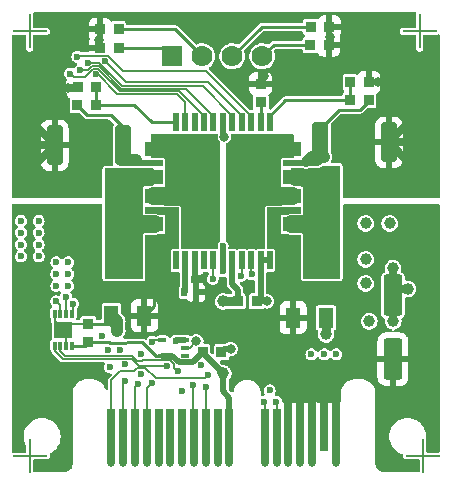
<source format=gtl>
G04 #@! TF.GenerationSoftware,KiCad,Pcbnew,5.99.0-unknown-43a4cf795~104~ubuntu20.04.1*
G04 #@! TF.CreationDate,2020-11-14T20:52:21-08:00*
G04 #@! TF.ProjectId,TMC2660_Driver,544d4332-3636-4305-9f44-72697665722e,rev?*
G04 #@! TF.SameCoordinates,PX67f3540PY6cb8080*
G04 #@! TF.FileFunction,Copper,L1,Top*
G04 #@! TF.FilePolarity,Positive*
%FSLAX46Y46*%
G04 Gerber Fmt 4.6, Leading zero omitted, Abs format (unit mm)*
G04 Created by KiCad (PCBNEW 5.99.0-unknown-43a4cf795~104~ubuntu20.04.1) date 2020-11-14 20:52:21*
%MOMM*%
%LPD*%
G01*
G04 APERTURE LIST*
G04 Aperture macros list*
%AMRoundRect*
0 Rectangle with rounded corners*
0 $1 Rounding radius*
0 $2 $3 $4 $5 $6 $7 $8 $9 X,Y pos of 4 corners*
0 Add a 4 corners polygon primitive as box body*
4,1,4,$2,$3,$4,$5,$6,$7,$8,$9,$2,$3,0*
0 Add four circle primitives for the rounded corners*
1,1,$1+$1,$2,$3,0*
1,1,$1+$1,$4,$5,0*
1,1,$1+$1,$6,$7,0*
1,1,$1+$1,$8,$9,0*
0 Add four rect primitives between the rounded corners*
20,1,$1+$1,$2,$3,$4,$5,0*
20,1,$1+$1,$4,$5,$6,$7,0*
20,1,$1+$1,$6,$7,$8,$9,0*
20,1,$1+$1,$8,$9,$2,$3,0*%
G04 Aperture macros list end*
G04 #@! TA.AperFunction,SMDPad,CuDef*
%ADD10R,0.875000X0.950000*%
G04 #@! TD*
G04 #@! TA.AperFunction,ConnectorPad*
%ADD11C,0.650000*%
G04 #@! TD*
G04 #@! TA.AperFunction,ConnectorPad*
%ADD12R,0.650000X4.600000*%
G04 #@! TD*
G04 #@! TA.AperFunction,ConnectorPad*
%ADD13R,0.650000X3.600000*%
G04 #@! TD*
G04 #@! TA.AperFunction,SMDPad,CuDef*
%ADD14RoundRect,0.250000X0.425000X1.425000X-0.425000X1.425000X-0.425000X-1.425000X0.425000X-1.425000X0*%
G04 #@! TD*
G04 #@! TA.AperFunction,SMDPad,CuDef*
%ADD15RoundRect,0.250000X-0.425000X-1.425000X0.425000X-1.425000X0.425000X1.425000X-0.425000X1.425000X0*%
G04 #@! TD*
G04 #@! TA.AperFunction,ComponentPad*
%ADD16R,1.778000X1.778000*%
G04 #@! TD*
G04 #@! TA.AperFunction,ComponentPad*
%ADD17C,1.778000*%
G04 #@! TD*
G04 #@! TA.AperFunction,SMDPad,CuDef*
%ADD18R,0.950000X0.875000*%
G04 #@! TD*
G04 #@! TA.AperFunction,SMDPad,CuDef*
%ADD19R,1.250000X1.750000*%
G04 #@! TD*
G04 #@! TA.AperFunction,SMDPad,CuDef*
%ADD20R,1.600000X0.500000*%
G04 #@! TD*
G04 #@! TA.AperFunction,SMDPad,CuDef*
%ADD21R,1.600000X1.300000*%
G04 #@! TD*
G04 #@! TA.AperFunction,SMDPad,CuDef*
%ADD22R,0.500000X1.600000*%
G04 #@! TD*
G04 #@! TA.AperFunction,SMDPad,CuDef*
%ADD23R,0.590000X0.640000*%
G04 #@! TD*
G04 #@! TA.AperFunction,SMDPad,CuDef*
%ADD24R,3.000000X0.127000*%
G04 #@! TD*
G04 #@! TA.AperFunction,SMDPad,CuDef*
%ADD25R,0.127000X3.000000*%
G04 #@! TD*
G04 #@! TA.AperFunction,SMDPad,CuDef*
%ADD26R,0.300000X0.680000*%
G04 #@! TD*
G04 #@! TA.AperFunction,SMDPad,CuDef*
%ADD27R,1.560000X1.450000*%
G04 #@! TD*
G04 #@! TA.AperFunction,SMDPad,CuDef*
%ADD28RoundRect,0.250000X0.550000X-1.500000X0.550000X1.500000X-0.550000X1.500000X-0.550000X-1.500000X0*%
G04 #@! TD*
G04 #@! TA.AperFunction,SMDPad,CuDef*
%ADD29R,0.650000X0.400000*%
G04 #@! TD*
G04 #@! TA.AperFunction,ViaPad*
%ADD30C,1.000000*%
G04 #@! TD*
G04 #@! TA.AperFunction,ViaPad*
%ADD31C,0.600000*%
G04 #@! TD*
G04 #@! TA.AperFunction,ViaPad*
%ADD32C,0.800000*%
G04 #@! TD*
G04 #@! TA.AperFunction,Conductor*
%ADD33C,0.250000*%
G04 #@! TD*
G04 #@! TA.AperFunction,Conductor*
%ADD34C,0.700000*%
G04 #@! TD*
G04 #@! TA.AperFunction,Conductor*
%ADD35C,0.650000*%
G04 #@! TD*
G04 #@! TA.AperFunction,Conductor*
%ADD36C,0.508000*%
G04 #@! TD*
G04 #@! TA.AperFunction,Conductor*
%ADD37C,0.203200*%
G04 #@! TD*
G04 #@! TA.AperFunction,Conductor*
%ADD38C,0.800000*%
G04 #@! TD*
G04 #@! TA.AperFunction,Conductor*
%ADD39C,0.254000*%
G04 #@! TD*
G04 #@! TA.AperFunction,Conductor*
%ADD40C,1.000000*%
G04 #@! TD*
G04 #@! TA.AperFunction,Conductor*
%ADD41C,1.500000*%
G04 #@! TD*
G04 #@! TA.AperFunction,Conductor*
%ADD42C,0.127000*%
G04 #@! TD*
G04 APERTURE END LIST*
D10*
X7383000Y32847000D03*
X5808000Y32847000D03*
X27068000Y36403000D03*
X25493000Y36403000D03*
X27118600Y37927000D03*
X25543600Y37927000D03*
X7687400Y37723800D03*
X9262400Y37723800D03*
X7687400Y36123600D03*
X9262400Y36123600D03*
X28896500Y33228000D03*
X30471500Y33228000D03*
D11*
X14652800Y1014800D03*
X13652800Y1014800D03*
X22652800Y1014800D03*
X12652800Y1014800D03*
X21652800Y1014800D03*
X15652800Y1014800D03*
X23652800Y1014800D03*
X10652800Y1014800D03*
X25652800Y1014800D03*
X11652800Y1014800D03*
X9652800Y1014800D03*
X17652800Y1014800D03*
X18652800Y1014800D03*
X24652800Y1014800D03*
X8652800Y1014800D03*
X27652800Y1014800D03*
X16652800Y1014800D03*
D12*
X8652800Y3314800D03*
X9652800Y3314800D03*
X10652800Y3314800D03*
X11652800Y3314800D03*
X12652800Y3314800D03*
X13652800Y3314800D03*
X14652800Y3314800D03*
X15652800Y3314800D03*
X16652800Y3314800D03*
X17652800Y3314800D03*
X18652800Y3314800D03*
X21652800Y3314800D03*
X22652800Y3314800D03*
X23652800Y3314800D03*
X24652800Y3314800D03*
X25652800Y3314800D03*
D13*
X26652800Y3814800D03*
D12*
X27652800Y3314800D03*
D10*
X7357500Y31323000D03*
X5782500Y31323000D03*
D14*
X9650000Y27894000D03*
X3850000Y27894000D03*
D10*
X28871000Y31704000D03*
X30446000Y31704000D03*
D15*
X26350000Y28148000D03*
X32150000Y28148000D03*
D16*
X13809000Y35437800D03*
D17*
X16349000Y35437800D03*
X18889000Y35437800D03*
X21429000Y35437800D03*
D18*
X21302000Y33126500D03*
X21302000Y31551500D03*
D19*
X11459500Y13479500D03*
X8659500Y13479500D03*
D20*
X23951600Y20007800D03*
D21*
X23951600Y21207800D03*
D20*
X23951600Y22407800D03*
D21*
X23951600Y23607800D03*
X23951600Y25207800D03*
D20*
X23951600Y26407800D03*
D21*
X23951600Y27607800D03*
D22*
X22101600Y29857800D03*
X21301600Y29857800D03*
X20501600Y29857800D03*
X19701600Y29857800D03*
X18901600Y29857800D03*
X18101600Y29857800D03*
X17301600Y29857800D03*
X16501600Y29857800D03*
X15701600Y29857800D03*
X14901600Y29857800D03*
X14101600Y29857800D03*
D21*
X12251600Y27607800D03*
D20*
X12251600Y26407800D03*
D21*
X12251600Y25207800D03*
X12251600Y23607800D03*
D20*
X12251600Y22407800D03*
D21*
X12251600Y21207800D03*
D20*
X12251600Y20007800D03*
D22*
X14101600Y18157800D03*
X14901600Y18157800D03*
X15701600Y18157800D03*
X16501600Y18157800D03*
X17301600Y18157800D03*
X18101600Y18157800D03*
X18901600Y18157800D03*
X19701600Y18157800D03*
X20501600Y18157800D03*
X21301600Y18157800D03*
X22101600Y18157800D03*
D19*
X24042200Y13314400D03*
X26842200Y13314400D03*
D23*
X15818000Y15448000D03*
X14848000Y15448000D03*
D10*
X19371500Y14686000D03*
X20946500Y14686000D03*
D24*
X1744000Y37546000D03*
D25*
X1744000Y37546000D03*
X1744000Y1620000D03*
D24*
X1744000Y1620000D03*
X34764000Y37546000D03*
D25*
X34764000Y37546000D03*
X35050000Y1620000D03*
D24*
X35050000Y1620000D03*
D10*
X16399700Y10368000D03*
X17974700Y10368000D03*
D18*
X6700000Y11212500D03*
X6700000Y12787500D03*
D26*
X5350000Y13660000D03*
X4850000Y13660000D03*
X4350000Y13660000D03*
X3850000Y13660000D03*
X3850000Y10940000D03*
X4350000Y10940000D03*
X4850000Y10940000D03*
X5350000Y10940000D03*
D27*
X4600000Y12300000D03*
D28*
X32500000Y9800000D03*
X32500000Y15200000D03*
D29*
X14886000Y10099000D03*
X14886000Y10749000D03*
X14886000Y11399000D03*
X12986000Y11399000D03*
X12986000Y10099000D03*
D30*
X6112800Y36403000D03*
X30500000Y13000000D03*
X32532000Y13000000D03*
D31*
X27700000Y10200000D03*
D32*
X2250000Y27894000D03*
D31*
X18127000Y19385000D03*
X1000000Y20500000D03*
D32*
X33750000Y29545000D03*
D31*
X14113800Y11371300D03*
X5000000Y18000000D03*
D30*
X30192000Y16210000D03*
X30192000Y21290000D03*
D31*
X25600000Y10200000D03*
D32*
X7586000Y36784000D03*
D31*
X1000000Y19500000D03*
X5000000Y16000000D03*
D30*
X32224000Y21290000D03*
D32*
X21556000Y33736000D03*
D30*
X1744000Y30434000D03*
X32063980Y31739560D03*
D31*
X1000000Y18500000D03*
D32*
X18749451Y10652410D03*
D31*
X18127000Y17226000D03*
X5000000Y17000000D03*
D32*
X2250000Y29164000D03*
D30*
X19016000Y38308000D03*
D32*
X2250000Y26624000D03*
X21810000Y14686000D03*
D30*
X4080800Y35514000D03*
X30192000Y18242000D03*
D31*
X4200000Y12300000D03*
D32*
X27144000Y37038000D03*
D31*
X2500000Y21500000D03*
X5000000Y12300000D03*
D32*
X4969800Y32720000D03*
X33750000Y28148000D03*
D31*
X4000000Y17000000D03*
D30*
X26839200Y11892000D03*
X9150333Y12209846D03*
D31*
X26700000Y10200000D03*
D32*
X33750000Y26750000D03*
D30*
X1744000Y32974000D03*
D31*
X1000000Y21500000D03*
D30*
X33750000Y15750000D03*
D31*
X2500000Y19500000D03*
D32*
X31208000Y33228000D03*
D31*
X2500000Y20500000D03*
D32*
X18229569Y28631311D03*
D31*
X2500000Y18500000D03*
X4000000Y16000000D03*
D30*
X27133840Y34769780D03*
D31*
X4000000Y18000000D03*
D30*
X32500000Y17500000D03*
X25874000Y21499200D03*
X27271000Y20274000D03*
X27525000Y17353000D03*
X27144000Y25608000D03*
X25874000Y18877000D03*
X27144000Y22814000D03*
X25874000Y24338000D03*
X20540000Y25100000D03*
X19016000Y23576000D03*
X22064000Y23576000D03*
X20540000Y22052000D03*
X19016000Y20528000D03*
X20540000Y28148000D03*
X8983000Y22433000D03*
X10380000Y21207800D03*
X8983000Y25100000D03*
X10380000Y18369000D03*
X9110000Y19893000D03*
X8729000Y17226000D03*
X10380000Y23830000D03*
X15460000Y28148000D03*
X15460000Y25100000D03*
X13936000Y26624000D03*
X15460000Y22052000D03*
X16984000Y26624000D03*
X16984000Y23576000D03*
X16984000Y20528000D03*
X13936000Y23576000D03*
D31*
X11186145Y10214360D03*
X8121266Y35043789D03*
X8400000Y10600000D03*
X5782600Y35399700D03*
X5976289Y34244000D03*
X8533650Y9106687D03*
X5172048Y33980489D03*
X10902121Y7690257D03*
X9775110Y7948380D03*
X9775110Y9347590D03*
X19651000Y16845000D03*
X16257457Y9316543D03*
X20540000Y16972000D03*
X16857000Y8463000D03*
X11146790Y8564600D03*
X6657638Y34879544D03*
X12089619Y7768115D03*
X12128995Y11271005D03*
X17238000Y16591000D03*
D32*
X15858054Y11320680D03*
D31*
X9400000Y10600000D03*
X22052410Y7147590D03*
X4800000Y15100000D03*
X4000000Y14700000D03*
X22600000Y6200000D03*
X7854717Y11728410D03*
X21600000Y6200000D03*
X5400000Y14500000D03*
X16700000Y7400000D03*
X13400000Y9240180D03*
X15600000Y7600000D03*
X14300000Y8787770D03*
D30*
X18127000Y14686000D03*
X18127000Y8590000D03*
D31*
X14596400Y7066000D03*
X7318903Y33926103D03*
D33*
X23951600Y13405000D02*
X24042200Y13314400D01*
D34*
X23659120Y6321120D02*
X23659120Y8242020D01*
D35*
X27652800Y3314800D02*
X27652800Y6314800D01*
D34*
X27652800Y6314800D02*
X27652000Y6315600D01*
D33*
X15818000Y14878000D02*
X14419500Y13479500D01*
X23951600Y20007800D02*
X23951600Y13405000D01*
D34*
X26653780Y6315780D02*
X26653780Y8145500D01*
X26652800Y6314800D02*
X26653780Y6315780D01*
D33*
X12334500Y13479500D02*
X11459500Y13479500D01*
X12251600Y20007800D02*
X12251600Y14271600D01*
D34*
X23652800Y6314800D02*
X23659120Y6321120D01*
D33*
X23951600Y20007800D02*
X23951600Y19723200D01*
D35*
X23652800Y3314800D02*
X23652800Y6314800D01*
X24652800Y3314800D02*
X24652800Y8102860D01*
D33*
X14419500Y13479500D02*
X12334500Y13479500D01*
D34*
X27652000Y6315600D02*
X27652000Y8132800D01*
D33*
X15818000Y15448000D02*
X15818000Y14878000D01*
D35*
X26652800Y3814800D02*
X26652800Y6314800D01*
X25652800Y3314800D02*
X25652800Y8048760D01*
D33*
X12251600Y14271600D02*
X11459500Y13479500D01*
D36*
X18101600Y18157800D02*
X18101600Y19359600D01*
X7687400Y36885400D02*
X7586000Y36784000D01*
D35*
X33750000Y29545000D02*
X33547000Y29545000D01*
D37*
X5087500Y12787500D02*
X4600000Y12300000D01*
D36*
X18183766Y10652410D02*
X18749451Y10652410D01*
D35*
X33750000Y28148000D02*
X32150000Y28148000D01*
D38*
X26842200Y13314400D02*
X26842200Y11895000D01*
D36*
X27118600Y37063400D02*
X27144000Y37038000D01*
D35*
X32500000Y15700000D02*
X33700000Y15700000D01*
X32500000Y15700000D02*
X32500000Y13032000D01*
D36*
X21301600Y18157800D02*
X21301600Y15041100D01*
X17974700Y10443344D02*
X18183766Y10652410D01*
X20946500Y14686000D02*
X21810000Y14686000D01*
D37*
X6700000Y12787500D02*
X5087500Y12787500D01*
D36*
X7687400Y36682600D02*
X7586000Y36784000D01*
X27068000Y36962000D02*
X27144000Y37038000D01*
D35*
X2250000Y27894000D02*
X3850000Y27894000D01*
D36*
X7687400Y37723800D02*
X7687400Y36885400D01*
X21302000Y33482000D02*
X21556000Y33736000D01*
D35*
X2250000Y26624000D02*
X2580000Y26624000D01*
D36*
X27068000Y36403000D02*
X27068000Y36962000D01*
D35*
X5681000Y32720000D02*
X5808000Y32847000D01*
D36*
X21301600Y15041100D02*
X20946500Y14686000D01*
X14886000Y11399000D02*
X14141500Y11399000D01*
D35*
X2580000Y26624000D02*
X3850000Y27894000D01*
D37*
X3850000Y13050000D02*
X4600000Y12300000D01*
D39*
X8572679Y12787500D02*
X9150333Y12209846D01*
D36*
X27118600Y37927000D02*
X27118600Y37063400D01*
D35*
X32500000Y13032000D02*
X32532000Y13000000D01*
D37*
X3850000Y13660000D02*
X3850000Y13050000D01*
D35*
X33700000Y15700000D02*
X33750000Y15750000D01*
D36*
X14141500Y11399000D02*
X14113800Y11371300D01*
X18101600Y17251400D02*
X18127000Y17226000D01*
D35*
X33750000Y26750000D02*
X33548000Y26750000D01*
D39*
X6700000Y12787500D02*
X8572679Y12787500D01*
D37*
X4850000Y10940000D02*
X4850000Y12050000D01*
D35*
X2580000Y29164000D02*
X3850000Y27894000D01*
D36*
X30471500Y33228000D02*
X31208000Y33228000D01*
X18101600Y19359600D02*
X18127000Y19385000D01*
D40*
X8659500Y13479500D02*
X9150333Y12988667D01*
D38*
X26842200Y11895000D02*
X26839200Y11892000D01*
D36*
X17974700Y10368000D02*
X17974700Y10443344D01*
D40*
X9150333Y12916952D02*
X9150333Y12209846D01*
D36*
X22101600Y18157800D02*
X21301600Y18157800D01*
X18101600Y29857800D02*
X18101600Y28759280D01*
D35*
X33548000Y26750000D02*
X32150000Y28148000D01*
X32500000Y17500000D02*
X32500000Y15200000D01*
D36*
X21302000Y33126500D02*
X21302000Y33482000D01*
D35*
X2250000Y29164000D02*
X2580000Y29164000D01*
X4969800Y32720000D02*
X5681000Y32720000D01*
D36*
X18101600Y28759280D02*
X18229569Y28631311D01*
D37*
X4850000Y12050000D02*
X4600000Y12300000D01*
D36*
X7687400Y36123600D02*
X7687400Y36682600D01*
D35*
X33547000Y29545000D02*
X32150000Y28148000D01*
D36*
X18101600Y18157800D02*
X18101600Y17251400D01*
D40*
X9150333Y12988667D02*
X9150333Y12916952D01*
D36*
X14901600Y18157800D02*
X14901600Y15501600D01*
X14901600Y15501600D02*
X14848000Y15448000D01*
D33*
X21301600Y31551100D02*
X21302000Y31551500D01*
X21301600Y29857800D02*
X21301600Y31551100D01*
D39*
X13597600Y29857800D02*
X14101600Y29857800D01*
X7357500Y31323000D02*
X10599346Y31323000D01*
X7383000Y32847000D02*
X7383000Y31348500D01*
X7383000Y31348500D02*
X7357500Y31323000D01*
X12064546Y29857800D02*
X13597600Y29857800D01*
X10599346Y31323000D02*
X12064546Y29857800D01*
X25493000Y36403000D02*
X22394200Y36403000D01*
X22394200Y36403000D02*
X21429000Y35437800D01*
D41*
X23951600Y21207800D02*
X25194200Y21207800D01*
X23951600Y23607800D02*
X22540200Y23607800D01*
D39*
X25543600Y37927000D02*
X21378200Y37927000D01*
X21378200Y37927000D02*
X18889000Y35437800D01*
D41*
X12251600Y21207800D02*
X10932800Y21207800D01*
D39*
X14063000Y37723800D02*
X16349000Y35437800D01*
X9262400Y37723800D02*
X14063000Y37723800D01*
D41*
X12251600Y23607800D02*
X13396200Y23607800D01*
D39*
X13123200Y36123600D02*
X13809000Y35437800D01*
X9262400Y36123600D02*
X13123200Y36123600D01*
X23397800Y31704000D02*
X22101600Y30407800D01*
X28896500Y33228000D02*
X28896500Y31729500D01*
X28871000Y31704000D02*
X23397800Y31704000D01*
X22101600Y30407800D02*
X22101600Y29857800D01*
X28896500Y31729500D02*
X28871000Y31704000D01*
D42*
X9937055Y33228000D02*
X8121266Y35043789D01*
X16881400Y33228000D02*
X9937055Y33228000D01*
X19701600Y29857800D02*
X19701600Y30407800D01*
X19701600Y30407800D02*
X16881400Y33228000D01*
X8339207Y35496199D02*
X6300124Y35496199D01*
X6300124Y35496199D02*
X5879099Y35496199D01*
X20501600Y30407800D02*
X16687410Y34221990D01*
X16687410Y34221990D02*
X9613416Y34221990D01*
X20501600Y29857800D02*
X20501600Y30407800D01*
X5879099Y35496199D02*
X5782600Y35399700D01*
X9613416Y34221990D02*
X8339207Y35496199D01*
X7012712Y34594812D02*
X6661900Y34244000D01*
X6661900Y34244000D02*
X5976289Y34244000D01*
X15002078Y32707322D02*
X9482834Y32707322D01*
X7595343Y34594813D02*
X7012712Y34594812D01*
X9482834Y32707322D02*
X7595343Y34594813D01*
X17301600Y29857800D02*
X17301600Y30407800D01*
X17301600Y30407800D02*
X15002078Y32707322D01*
X16501600Y30407800D02*
X14417989Y32491411D01*
X7505911Y34378902D02*
X7102146Y34378902D01*
X10652800Y3314800D02*
X10652800Y7440936D01*
X14417989Y32491411D02*
X9393402Y32491411D01*
X7102146Y34378902D02*
X6403734Y33680490D01*
X10652800Y7440936D02*
X10902121Y7690257D01*
X9393402Y32491411D02*
X7505911Y34378902D01*
X5472047Y33680490D02*
X5172048Y33980489D01*
X16501600Y29857800D02*
X16501600Y30407800D01*
X6403734Y33680490D02*
X5472047Y33680490D01*
X9652800Y3314800D02*
X9652800Y7826070D01*
X19701600Y18157800D02*
X19701600Y16895600D01*
X9652800Y7826070D02*
X9775110Y7948380D01*
X19701600Y16895600D02*
X19651000Y16845000D01*
X10818487Y9024269D02*
X10557217Y8762999D01*
X16857000Y8463000D02*
X16557001Y8163001D01*
X8652800Y8005800D02*
X8652800Y5741800D01*
X12402981Y8163001D02*
X11541713Y9024269D01*
X20501600Y17010400D02*
X20540000Y16972000D01*
X10557217Y8762999D02*
X9409999Y8762999D01*
X8652800Y5741800D02*
X8652800Y3314800D01*
X16557001Y8163001D02*
X12402981Y8163001D01*
X11541713Y9024269D02*
X10818487Y9024269D01*
X9409999Y8762999D02*
X8652800Y8005800D01*
X20501600Y18157800D02*
X20501600Y17010400D01*
D36*
X10751599Y26599801D02*
X10943600Y26407800D01*
D39*
X9872000Y29164000D02*
X9872000Y26624000D01*
X8602000Y30434000D02*
X9872000Y29164000D01*
X6634000Y30434000D02*
X8602000Y30434000D01*
D36*
X10751599Y26624000D02*
X10751599Y26599801D01*
D40*
X9872000Y26624000D02*
X10751599Y26624000D01*
D39*
X5782500Y31285500D02*
X6634000Y30434000D01*
D36*
X10943600Y26407800D02*
X12251600Y26407800D01*
D39*
X5782500Y31323000D02*
X5782500Y31285500D01*
D40*
X9872000Y26624000D02*
X9491000Y26624000D01*
D36*
X26165800Y26407800D02*
X26636000Y26878000D01*
D40*
X26636000Y26878000D02*
X25620000Y26878000D01*
D36*
X23951600Y26407800D02*
X25157800Y26407800D01*
D39*
X27946001Y30901999D02*
X26636000Y29591998D01*
D36*
X25157800Y26407800D02*
X26165800Y26407800D01*
D35*
X25378000Y26878000D02*
X25157800Y26657800D01*
D39*
X26636000Y29591998D02*
X26636000Y26878000D01*
X30446000Y31704000D02*
X30446000Y31666500D01*
D35*
X25157800Y26657800D02*
X25157800Y26407800D01*
D39*
X30446000Y31666500D02*
X29681499Y30901999D01*
X29681499Y30901999D02*
X27946001Y30901999D01*
D42*
X18901600Y29857800D02*
X18901600Y30407800D01*
X7633800Y34879544D02*
X6657638Y34879544D01*
X16386167Y32923233D02*
X9590111Y32923233D01*
X18901600Y30407800D02*
X16386167Y32923233D01*
X9590111Y32923233D02*
X7633800Y34879544D01*
X11652800Y3314800D02*
X11652800Y7331296D01*
X11652800Y7331296D02*
X12089619Y7768115D01*
X12986000Y11399000D02*
X12256990Y11399000D01*
D37*
X14886000Y10749000D02*
X15286374Y10749000D01*
D42*
X17301600Y16654600D02*
X17238000Y16591000D01*
D37*
X15286374Y10749000D02*
X15858054Y11320680D01*
D42*
X17301600Y18157800D02*
X17301600Y16654600D01*
X4800000Y13710000D02*
X4850000Y13660000D01*
X4800000Y15100000D02*
X4800000Y13710000D01*
X22652800Y6147200D02*
X22600000Y6200000D01*
X4000000Y14700000D02*
X4350000Y14350000D01*
X4350000Y14350000D02*
X4350000Y13660000D01*
X22652800Y3314800D02*
X22652800Y6147200D01*
X21652800Y6147200D02*
X21600000Y6200000D01*
X21652800Y3314800D02*
X21652800Y6147200D01*
X5400000Y14500000D02*
X5400000Y13710000D01*
X5400000Y13710000D02*
X5350000Y13660000D01*
X16700000Y7400000D02*
X16700000Y3362000D01*
X16700000Y3362000D02*
X16652800Y3314800D01*
X4523000Y9800000D02*
X10397502Y9800000D01*
X10957322Y9240180D02*
X12975736Y9240180D01*
X3850000Y10940000D02*
X3850000Y10473000D01*
X12975736Y9240180D02*
X13400000Y9240180D01*
X10397502Y9800000D02*
X10957322Y9240180D01*
X3850000Y10473000D02*
X4523000Y9800000D01*
X15600000Y3367600D02*
X15652800Y3314800D01*
X10823568Y9679278D02*
X11257874Y9679278D01*
X10402846Y10100000D02*
X10823568Y9679278D01*
X13650660Y9692590D02*
X14000001Y9343249D01*
X4350000Y10940000D02*
X4350000Y10473000D01*
X14000001Y9343249D02*
X14000001Y9087769D01*
X11271186Y9692590D02*
X13650660Y9692590D01*
X14000001Y9087769D02*
X14300000Y8787770D01*
X15600000Y7600000D02*
X15600000Y3367600D01*
X4350000Y10473000D02*
X4723000Y10100000D01*
X4723000Y10100000D02*
X10402846Y10100000D01*
X11257874Y9679278D02*
X11271186Y9692590D01*
D36*
X18896998Y16143502D02*
X19371500Y15669000D01*
X13819000Y10099000D02*
X14361901Y9556099D01*
X18901600Y18157800D02*
X18896998Y18153198D01*
D39*
X5350000Y10940000D02*
X6427500Y10940000D01*
X12407000Y10099000D02*
X12986000Y10099000D01*
X6427500Y10940000D02*
X6700000Y11212500D01*
D36*
X16399700Y10368000D02*
X16399700Y10317300D01*
D38*
X19371500Y14686000D02*
X18127000Y14686000D01*
D36*
X16399700Y10317300D02*
X18127000Y8590000D01*
X15587799Y9556099D02*
X16399700Y10368000D01*
X18127000Y8590000D02*
X18127000Y7066000D01*
D39*
X11293500Y11212500D02*
X12407000Y10099000D01*
X8487500Y11212500D02*
X8500000Y11200000D01*
D36*
X18652800Y6540200D02*
X18652800Y3314800D01*
D39*
X6700000Y11212500D02*
X8487500Y11212500D01*
D36*
X18127000Y7066000D02*
X18652800Y6540200D01*
X12986000Y10099000D02*
X13819000Y10099000D01*
X14361901Y9556099D02*
X15587799Y9556099D01*
X18896998Y18153198D02*
X18896998Y16143502D01*
X19371500Y15669000D02*
X19371500Y14686000D01*
D39*
X8500000Y11200000D02*
X11293500Y11212500D01*
D42*
X14901600Y31602000D02*
X14228100Y32275500D01*
X14901600Y29857800D02*
X14901600Y31602000D01*
X9141322Y32275500D02*
X7490719Y33926103D01*
X14228100Y32275500D02*
X9141322Y32275500D01*
G04 #@! TA.AperFunction,Conductor*
G36*
X24069138Y28836407D02*
G01*
X24094858Y28791858D01*
X24096000Y28778800D01*
X24096000Y26890900D01*
X24078407Y26842562D01*
X24033858Y26816842D01*
X24020800Y26815700D01*
X23151600Y26815700D01*
X23147977Y26814979D01*
X23147973Y26814979D01*
X23102764Y26805986D01*
X23091174Y26803681D01*
X23039948Y26769452D01*
X23005719Y26718226D01*
X22993700Y26657800D01*
X22993700Y26157800D01*
X22994421Y26154177D01*
X22994421Y26154173D01*
X22999413Y26129078D01*
X23005719Y26097374D01*
X23009834Y26091216D01*
X23037655Y26049580D01*
X23049882Y25999614D01*
X23037655Y25966021D01*
X23005719Y25918226D01*
X22993700Y25857800D01*
X22993700Y24557800D01*
X23005719Y24497374D01*
X23039948Y24446148D01*
X23091174Y24411919D01*
X23098439Y24410474D01*
X23147973Y24400621D01*
X23147977Y24400621D01*
X23151600Y24399900D01*
X23771869Y24399900D01*
X23807533Y24388655D01*
X23808330Y24390186D01*
X23812704Y24387909D01*
X23816740Y24385083D01*
X23865078Y24367490D01*
X23868308Y24366920D01*
X23868310Y24366920D01*
X23913970Y24358869D01*
X23913976Y24358869D01*
X23917200Y24358300D01*
X23987246Y24358300D01*
X23995105Y24357888D01*
X24002579Y24357103D01*
X24028661Y24354361D01*
X24074895Y24331811D01*
X24096000Y24279573D01*
X24096000Y22890900D01*
X24078407Y22842562D01*
X24033858Y22816842D01*
X24020800Y22815700D01*
X23151600Y22815700D01*
X23147977Y22814979D01*
X23147973Y22814979D01*
X23102764Y22805986D01*
X23091174Y22803681D01*
X23085016Y22799566D01*
X23078171Y22796731D01*
X23077388Y22798622D01*
X23046989Y22789400D01*
X21810000Y22789400D01*
X21805243Y22788125D01*
X21805240Y22788125D01*
X21743361Y22771544D01*
X21733800Y22768982D01*
X21678018Y22713200D01*
X21657600Y22637000D01*
X21657600Y19186247D01*
X21640007Y19137909D01*
X21595458Y19112189D01*
X21567731Y19112492D01*
X21555230Y19114978D01*
X21551600Y19115700D01*
X21051600Y19115700D01*
X21047977Y19114979D01*
X21047973Y19114979D01*
X21010002Y19107426D01*
X20991174Y19103681D01*
X20985015Y19099566D01*
X20985016Y19099566D01*
X20943380Y19071745D01*
X20893414Y19059518D01*
X20859820Y19071745D01*
X20818184Y19099566D01*
X20818185Y19099566D01*
X20812026Y19103681D01*
X20793198Y19107426D01*
X20755227Y19114979D01*
X20755223Y19114979D01*
X20751600Y19115700D01*
X20251600Y19115700D01*
X20247977Y19114979D01*
X20247973Y19114979D01*
X20210002Y19107426D01*
X20191174Y19103681D01*
X20185015Y19099566D01*
X20185016Y19099566D01*
X20143380Y19071745D01*
X20093414Y19059518D01*
X20059820Y19071745D01*
X20018184Y19099566D01*
X20018185Y19099566D01*
X20012026Y19103681D01*
X19993198Y19107426D01*
X19955227Y19114979D01*
X19955223Y19114979D01*
X19951600Y19115700D01*
X19451600Y19115700D01*
X19447977Y19114979D01*
X19447973Y19114979D01*
X19410002Y19107426D01*
X19391174Y19103681D01*
X19385015Y19099566D01*
X19385016Y19099566D01*
X19343380Y19071745D01*
X19293414Y19059518D01*
X19259820Y19071745D01*
X19218184Y19099566D01*
X19218185Y19099566D01*
X19212026Y19103681D01*
X19193198Y19107426D01*
X19155227Y19114979D01*
X19155223Y19114979D01*
X19151600Y19115700D01*
X18651600Y19115700D01*
X18632300Y19111861D01*
X18581461Y19119686D01*
X18547544Y19158360D01*
X18546422Y19209788D01*
X18550361Y19219229D01*
X18559977Y19238474D01*
X18562489Y19243501D01*
X18584844Y19377808D01*
X18584900Y19385000D01*
X18564658Y19519641D01*
X18505720Y19642378D01*
X18413299Y19742359D01*
X18383429Y19759709D01*
X18350468Y19799200D01*
X18346000Y19824735D01*
X18346000Y28033258D01*
X18363593Y28081596D01*
X18397214Y28104530D01*
X18472770Y28129957D01*
X18472771Y28129957D01*
X18477631Y28131593D01*
X18548800Y28179960D01*
X18598637Y28213829D01*
X18598639Y28213831D01*
X18602877Y28216711D01*
X18606184Y28220624D01*
X18606186Y28220626D01*
X18697311Y28328457D01*
X18697312Y28328458D01*
X18700620Y28332373D01*
X18763658Y28470060D01*
X18787347Y28619627D01*
X18787469Y28631311D01*
X18768663Y28768594D01*
X18779533Y28818872D01*
X18820178Y28850400D01*
X18843167Y28854000D01*
X24020800Y28854000D01*
X24069138Y28836407D01*
G37*
G04 #@! TD.AperFunction*
G04 #@! TA.AperFunction,Conductor*
G36*
X17619160Y28855096D02*
G01*
X17667421Y28837294D01*
X17692948Y28792635D01*
X17691049Y28758917D01*
X17677654Y28712811D01*
X17676068Y28561388D01*
X17715262Y28415116D01*
X17717870Y28410706D01*
X17764196Y28332373D01*
X17792346Y28284773D01*
X17796045Y28281226D01*
X17849849Y28229630D01*
X17872560Y28183475D01*
X17873000Y28175353D01*
X17873000Y19797834D01*
X17855407Y19749496D01*
X17844357Y19738779D01*
X17793205Y19698454D01*
X17715793Y19586448D01*
X17674738Y19456631D01*
X17674694Y19451012D01*
X17674119Y19377808D01*
X17673668Y19320481D01*
X17675279Y19315095D01*
X17675279Y19315093D01*
X17691548Y19260696D01*
X17694701Y19239149D01*
X17694701Y19202012D01*
X17677108Y19153674D01*
X17632559Y19127954D01*
X17620746Y19126822D01*
X16774825Y19112811D01*
X16758910Y19114246D01*
X16755227Y19114979D01*
X16755223Y19114979D01*
X16751600Y19115700D01*
X16251600Y19115700D01*
X16247977Y19114979D01*
X16247973Y19114979D01*
X16194877Y19104418D01*
X16181453Y19102983D01*
X16122711Y19102010D01*
X16032133Y19100509D01*
X16012152Y19104312D01*
X16012026Y19103681D01*
X15955227Y19114979D01*
X15955223Y19114979D01*
X15951600Y19115700D01*
X15451600Y19115700D01*
X15447977Y19114979D01*
X15447973Y19114979D01*
X15423556Y19110122D01*
X15391174Y19103681D01*
X15385015Y19099565D01*
X15378171Y19096731D01*
X15377471Y19098422D01*
X15347885Y19089176D01*
X15259983Y19087720D01*
X15225499Y19097871D01*
X15225027Y19096731D01*
X15218186Y19099565D01*
X15212026Y19103681D01*
X15204762Y19105126D01*
X15204759Y19105127D01*
X15155227Y19114979D01*
X15155223Y19114979D01*
X15151600Y19115700D01*
X14651600Y19115700D01*
X14651600Y19117606D01*
X14608173Y19128713D01*
X14578189Y19170510D01*
X14575400Y19190801D01*
X14575400Y22637000D01*
X14554982Y22713200D01*
X14499200Y22768982D01*
X14489639Y22771544D01*
X14427760Y22788125D01*
X14427757Y22788125D01*
X14423000Y22789400D01*
X13156211Y22789400D01*
X13125812Y22798622D01*
X13125029Y22796731D01*
X13118184Y22799566D01*
X13112026Y22803681D01*
X13100436Y22805986D01*
X13055227Y22814979D01*
X13055223Y22814979D01*
X13051600Y22815700D01*
X12111612Y22815700D01*
X12063274Y22833293D01*
X12037554Y22877842D01*
X12036413Y22890518D01*
X12029413Y24269740D01*
X12046761Y24318167D01*
X12081374Y24341641D01*
X12087185Y24343529D01*
X12102557Y24346796D01*
X12208094Y24357888D01*
X12215954Y24358300D01*
X12218800Y24358300D01*
X12219571Y24358334D01*
X12219589Y24358334D01*
X12229700Y24358775D01*
X12232078Y24358879D01*
X12245136Y24360021D01*
X12249052Y24361256D01*
X12249054Y24361256D01*
X12304144Y24378625D01*
X12304146Y24378626D01*
X12308057Y24379859D01*
X12325321Y24389826D01*
X12362920Y24399900D01*
X13051600Y24399900D01*
X13055223Y24400621D01*
X13055227Y24400621D01*
X13104761Y24410474D01*
X13112026Y24411919D01*
X13163252Y24446148D01*
X13197481Y24497374D01*
X13209500Y24557800D01*
X13209500Y25857800D01*
X13197481Y25918226D01*
X13165545Y25966021D01*
X13153318Y26015986D01*
X13165545Y26049580D01*
X13193366Y26091216D01*
X13197481Y26097374D01*
X13209500Y26157800D01*
X13209500Y26657800D01*
X13197481Y26718226D01*
X13163252Y26769452D01*
X13112026Y26803681D01*
X13100436Y26805986D01*
X13055227Y26814979D01*
X13055223Y26814979D01*
X13051600Y26815700D01*
X12091308Y26815700D01*
X12042970Y26833293D01*
X12017250Y26877842D01*
X12016109Y26890518D01*
X12009588Y28175353D01*
X12006399Y28803440D01*
X12023747Y28851866D01*
X12068164Y28877811D01*
X12081923Y28879020D01*
X17619160Y28855096D01*
G37*
G04 #@! TD.AperFunction*
G04 #@! TA.AperFunction,Conductor*
G36*
X24710000Y22110700D02*
G01*
X23904029Y22110700D01*
X23792998Y22099030D01*
X23769401Y22096550D01*
X23769400Y22096550D01*
X23762837Y22095860D01*
X23756559Y22093820D01*
X23756558Y22093820D01*
X23657172Y22061528D01*
X23582324Y22037208D01*
X23574309Y22032580D01*
X23572600Y22032123D01*
X23570573Y22031220D01*
X23570430Y22031541D01*
X23511310Y22015700D01*
X23151600Y22015700D01*
X23145533Y22014493D01*
X23145530Y22014493D01*
X23103350Y22006103D01*
X23103349Y22006103D01*
X23091174Y22003681D01*
X23039948Y21969452D01*
X23005719Y21918226D01*
X22993700Y21857800D01*
X22993700Y20557800D01*
X23005719Y20497374D01*
X23039948Y20446148D01*
X23091174Y20411919D01*
X23103349Y20409497D01*
X23103350Y20409497D01*
X23145530Y20401107D01*
X23145533Y20401107D01*
X23151600Y20399900D01*
X23511310Y20399900D01*
X23570430Y20384059D01*
X23570573Y20384380D01*
X23572600Y20383477D01*
X23574309Y20383020D01*
X23582324Y20378392D01*
X23588610Y20376350D01*
X23588609Y20376350D01*
X23756558Y20321780D01*
X23756559Y20321780D01*
X23762837Y20319740D01*
X23769400Y20319050D01*
X23769401Y20319050D01*
X23792998Y20316570D01*
X23904029Y20304900D01*
X24710000Y20304900D01*
X24710000Y16337000D01*
X21810000Y16337000D01*
X21810000Y17208174D01*
X21845530Y17201107D01*
X21845533Y17201107D01*
X21851600Y17199900D01*
X22351600Y17199900D01*
X22357667Y17201107D01*
X22357670Y17201107D01*
X22399850Y17209497D01*
X22399851Y17209497D01*
X22412026Y17211919D01*
X22463252Y17246148D01*
X22497481Y17297374D01*
X22509500Y17357800D01*
X22509500Y18122627D01*
X22511051Y18142338D01*
X22511949Y18148008D01*
X22513500Y18157800D01*
X22511051Y18173263D01*
X22509500Y18192973D01*
X22509500Y18957800D01*
X22497481Y19018226D01*
X22463252Y19069452D01*
X22412026Y19103681D01*
X22399851Y19106103D01*
X22399850Y19106103D01*
X22357670Y19114493D01*
X22357667Y19114493D01*
X22351600Y19115700D01*
X21851600Y19115700D01*
X21845533Y19114493D01*
X21845530Y19114493D01*
X21810000Y19107426D01*
X21810000Y22637000D01*
X24710000Y22637000D01*
X24710000Y22110700D01*
G37*
G04 #@! TD.AperFunction*
G04 #@! TA.AperFunction,Conductor*
G36*
X14423000Y19096348D02*
G01*
X14422348Y19096784D01*
X14412026Y19103681D01*
X14399851Y19106103D01*
X14399850Y19106103D01*
X14357670Y19114493D01*
X14357667Y19114493D01*
X14351600Y19115700D01*
X13851600Y19115700D01*
X13845533Y19114493D01*
X13845530Y19114493D01*
X13803350Y19106103D01*
X13803349Y19106103D01*
X13791174Y19103681D01*
X13739948Y19069452D01*
X13705719Y19018226D01*
X13693700Y18957800D01*
X13693700Y17357800D01*
X13705719Y17297374D01*
X13739948Y17246148D01*
X13791174Y17211919D01*
X13803349Y17209497D01*
X13803350Y17209497D01*
X13845530Y17201107D01*
X13845533Y17201107D01*
X13851600Y17199900D01*
X14351600Y17199900D01*
X14357667Y17201107D01*
X14357670Y17201107D01*
X14399850Y17209497D01*
X14399851Y17209497D01*
X14412026Y17211919D01*
X14423000Y17219252D01*
X14423000Y16337000D01*
X11523000Y16337000D01*
X11523000Y20304900D01*
X12299171Y20304900D01*
X12410202Y20316570D01*
X12433799Y20319050D01*
X12433800Y20319050D01*
X12440363Y20319740D01*
X12446641Y20321780D01*
X12446642Y20321780D01*
X12614591Y20376350D01*
X12614590Y20376350D01*
X12620876Y20378392D01*
X12628891Y20383020D01*
X12630600Y20383477D01*
X12632627Y20384380D01*
X12632770Y20384059D01*
X12691890Y20399900D01*
X13051600Y20399900D01*
X13057667Y20401107D01*
X13057670Y20401107D01*
X13099850Y20409497D01*
X13099851Y20409497D01*
X13112026Y20411919D01*
X13163252Y20446148D01*
X13197481Y20497374D01*
X13209500Y20557800D01*
X13209500Y21857800D01*
X13197481Y21918226D01*
X13163252Y21969452D01*
X13112026Y22003681D01*
X13099851Y22006103D01*
X13099850Y22006103D01*
X13057670Y22014493D01*
X13057667Y22014493D01*
X13051600Y22015700D01*
X12691890Y22015700D01*
X12632770Y22031541D01*
X12632627Y22031220D01*
X12630600Y22032123D01*
X12628891Y22032580D01*
X12620876Y22037208D01*
X12546028Y22061528D01*
X12446642Y22093820D01*
X12446641Y22093820D01*
X12440363Y22095860D01*
X12433800Y22096550D01*
X12433799Y22096550D01*
X12410202Y22099030D01*
X12299171Y22110700D01*
X11523000Y22110700D01*
X11523000Y22637000D01*
X14423000Y22637000D01*
X14423000Y19096348D01*
G37*
G04 #@! TD.AperFunction*
G04 #@! TA.AperFunction,Conductor*
G36*
X28015138Y26173407D02*
G01*
X28040858Y26128858D01*
X28042000Y26115800D01*
X28042000Y16666200D01*
X28024407Y16617862D01*
X27979858Y16592142D01*
X27966800Y16591000D01*
X24937600Y16591000D01*
X24889262Y16608593D01*
X24863542Y16653142D01*
X24862400Y16666200D01*
X24862400Y19622060D01*
X24875074Y19663839D01*
X24893365Y19691213D01*
X24893366Y19691216D01*
X24897481Y19697374D01*
X24909500Y19757800D01*
X24909500Y20257800D01*
X24897481Y20318226D01*
X24863252Y20369452D01*
X24840407Y20384717D01*
X24829013Y20394069D01*
X24786200Y20436882D01*
X24776639Y20439444D01*
X24714760Y20456025D01*
X24714757Y20456025D01*
X24710000Y20457300D01*
X23917200Y20457300D01*
X23868862Y20474893D01*
X23843142Y20519442D01*
X23842000Y20532500D01*
X23842000Y21883100D01*
X23859593Y21931438D01*
X23904142Y21957158D01*
X23917200Y21958300D01*
X24710000Y21958300D01*
X24714757Y21959575D01*
X24714760Y21959575D01*
X24776639Y21976156D01*
X24786200Y21978718D01*
X24829013Y22021531D01*
X24840407Y22030883D01*
X24857098Y22042036D01*
X24863252Y22046148D01*
X24897481Y22097374D01*
X24909500Y22157800D01*
X24909500Y22657800D01*
X24897481Y22718226D01*
X24865545Y22766021D01*
X24853318Y22815986D01*
X24865545Y22849580D01*
X24893366Y22891216D01*
X24897481Y22897374D01*
X24909500Y22957800D01*
X24909500Y24257800D01*
X24897481Y24318226D01*
X24863252Y24369452D01*
X24812026Y24403681D01*
X24800436Y24405986D01*
X24755227Y24414979D01*
X24755223Y24414979D01*
X24751600Y24415700D01*
X24378279Y24415700D01*
X24340680Y24425775D01*
X24324293Y24435236D01*
X24324287Y24435239D01*
X24320876Y24437208D01*
X24140363Y24495860D01*
X24136447Y24496272D01*
X24136445Y24496272D01*
X24001131Y24510494D01*
X23999171Y24510700D01*
X23917200Y24510700D01*
X23868862Y24528293D01*
X23843142Y24572842D01*
X23842000Y24585900D01*
X23842000Y25924700D01*
X23859593Y25973038D01*
X23904142Y25998758D01*
X23917200Y25999900D01*
X24751600Y25999900D01*
X24754948Y26000566D01*
X24761752Y26000900D01*
X24884462Y26000900D01*
X24925364Y25988804D01*
X24949688Y25973038D01*
X24955248Y25969434D01*
X25000771Y25955820D01*
X25081290Y25931739D01*
X25081293Y25931739D01*
X25086424Y25930204D01*
X25091779Y25930171D01*
X25091781Y25930171D01*
X25152949Y25929798D01*
X25223337Y25929368D01*
X25354983Y25966992D01*
X25359509Y25969848D01*
X25359514Y25969850D01*
X25390339Y25989299D01*
X25430466Y26000900D01*
X26197368Y26000900D01*
X26197671Y26000948D01*
X26198284Y26000972D01*
X26230235Y26000972D01*
X26255435Y26009160D01*
X26266908Y26011914D01*
X26287238Y26015134D01*
X26293084Y26016060D01*
X26298357Y26018747D01*
X26298361Y26018748D01*
X26316704Y26028094D01*
X26327604Y26032609D01*
X26352798Y26040795D01*
X26357587Y26044274D01*
X26357590Y26044276D01*
X26374232Y26056367D01*
X26384293Y26062533D01*
X26402632Y26071877D01*
X26402633Y26071878D01*
X26407909Y26074566D01*
X26430520Y26097177D01*
X26430958Y26097582D01*
X26431199Y26097757D01*
X26502416Y26168974D01*
X26549036Y26190714D01*
X26555590Y26191000D01*
X27966800Y26191000D01*
X28015138Y26173407D01*
G37*
G04 #@! TD.AperFunction*
G04 #@! TA.AperFunction,Conductor*
G36*
X12267138Y25923407D02*
G01*
X12292858Y25878858D01*
X12294000Y25865800D01*
X12294000Y24585900D01*
X12276407Y24537562D01*
X12231858Y24511842D01*
X12218800Y24510700D01*
X12204029Y24510700D01*
X12202069Y24510494D01*
X12066755Y24496272D01*
X12066753Y24496272D01*
X12062837Y24495860D01*
X11882324Y24437208D01*
X11878913Y24435239D01*
X11878907Y24435236D01*
X11862520Y24425775D01*
X11824921Y24415700D01*
X11451600Y24415700D01*
X11447977Y24414979D01*
X11447973Y24414979D01*
X11402764Y24405986D01*
X11391174Y24403681D01*
X11339948Y24369452D01*
X11305719Y24318226D01*
X11293700Y24257800D01*
X11293700Y22957800D01*
X11305719Y22897374D01*
X11309834Y22891216D01*
X11337655Y22849580D01*
X11349882Y22799614D01*
X11337655Y22766021D01*
X11305719Y22718226D01*
X11293700Y22657800D01*
X11293700Y22157800D01*
X11305719Y22097374D01*
X11339948Y22046148D01*
X11391174Y22011919D01*
X11398439Y22010474D01*
X11405281Y22007640D01*
X11404815Y22006515D01*
X11435298Y21990220D01*
X11446800Y21978718D01*
X11456361Y21976156D01*
X11518240Y21959575D01*
X11518243Y21959575D01*
X11523000Y21958300D01*
X12218800Y21958300D01*
X12267138Y21940707D01*
X12292858Y21896158D01*
X12294000Y21883100D01*
X12294000Y20532500D01*
X12276407Y20484162D01*
X12231858Y20458442D01*
X12218800Y20457300D01*
X11523000Y20457300D01*
X11518243Y20456025D01*
X11518240Y20456025D01*
X11456361Y20439444D01*
X11446800Y20436882D01*
X11435298Y20425380D01*
X11404815Y20409085D01*
X11405281Y20407960D01*
X11398439Y20405126D01*
X11391174Y20403681D01*
X11339948Y20369452D01*
X11305719Y20318226D01*
X11293700Y20257800D01*
X11293700Y19757800D01*
X11305719Y19697374D01*
X11339948Y19646148D01*
X11346103Y19642035D01*
X11348574Y19639564D01*
X11370314Y19592944D01*
X11370600Y19586390D01*
X11370600Y16666200D01*
X11353007Y16617862D01*
X11308458Y16592142D01*
X11295400Y16591000D01*
X8169200Y16591000D01*
X8120862Y16608593D01*
X8095142Y16653142D01*
X8094000Y16666200D01*
X8094000Y25865800D01*
X8111593Y25914138D01*
X8156142Y25939858D01*
X8169200Y25941000D01*
X12218800Y25941000D01*
X12267138Y25923407D01*
G37*
G04 #@! TD.AperFunction*
G04 #@! TA.AperFunction,Conductor*
G36*
X7832921Y22920998D02*
G01*
X7879414Y22867342D01*
X7890800Y22815000D01*
X7890800Y16666200D01*
X7890860Y16664827D01*
X7890860Y16664825D01*
X7891037Y16660781D01*
X7891573Y16648497D01*
X7892715Y16635439D01*
X7894783Y16628881D01*
X7894783Y16628879D01*
X7906884Y16590498D01*
X7919165Y16551543D01*
X7922603Y16545588D01*
X7922604Y16545586D01*
X7929791Y16533138D01*
X7944885Y16506994D01*
X7975399Y16466710D01*
X7991236Y16456482D01*
X8034929Y16428263D01*
X8051366Y16417647D01*
X8058011Y16415229D01*
X8058012Y16415228D01*
X8062823Y16413477D01*
X8099704Y16400054D01*
X8169200Y16387800D01*
X11295400Y16387800D01*
X11296773Y16387860D01*
X11296775Y16387860D01*
X11311714Y16388512D01*
X11311730Y16388513D01*
X11313103Y16388573D01*
X11326161Y16389715D01*
X11332719Y16391783D01*
X11332721Y16391783D01*
X11403495Y16414096D01*
X11403497Y16414097D01*
X11410057Y16416165D01*
X11454606Y16441885D01*
X11494890Y16472399D01*
X11523000Y16515923D01*
X11523000Y16337000D01*
X14423000Y16337000D01*
X14423000Y17086422D01*
X14432514Y17075442D01*
X14443900Y17023100D01*
X14443901Y16002815D01*
X14423899Y15934694D01*
X14412063Y15920007D01*
X14405427Y15915573D01*
X14398536Y15905260D01*
X14374028Y15868581D01*
X14360186Y15847866D01*
X14357766Y15835697D01*
X14357765Y15835696D01*
X14354855Y15821064D01*
X14344300Y15768000D01*
X14344300Y15128000D01*
X14345507Y15121932D01*
X14352533Y15086611D01*
X14360186Y15048134D01*
X14405427Y14980427D01*
X14473134Y14935186D01*
X14485303Y14932766D01*
X14485304Y14932765D01*
X14528260Y14924221D01*
X14553000Y14919300D01*
X14984725Y14919300D01*
X15052846Y14899298D01*
X15090723Y14861420D01*
X15130426Y14799640D01*
X15142112Y14786153D01*
X15238840Y14702338D01*
X15253848Y14692693D01*
X15370275Y14639523D01*
X15387388Y14634498D01*
X15518554Y14615639D01*
X15527495Y14615000D01*
X15545885Y14615000D01*
X15561124Y14619475D01*
X15562329Y14620865D01*
X15564000Y14628548D01*
X15564000Y14633115D01*
X16071999Y14633115D01*
X16076474Y14617876D01*
X16077864Y14616671D01*
X16085547Y14615000D01*
X16110743Y14615000D01*
X16115250Y14615161D01*
X16179269Y14619740D01*
X16192491Y14622126D01*
X16317458Y14658819D01*
X16333692Y14666233D01*
X16441360Y14735426D01*
X16454847Y14747112D01*
X16538662Y14843840D01*
X16548307Y14858848D01*
X16601477Y14975275D01*
X16606502Y14992388D01*
X16625361Y15123554D01*
X16626000Y15132495D01*
X16626000Y15175885D01*
X16621525Y15191124D01*
X16620135Y15192329D01*
X16612452Y15194000D01*
X16090115Y15194001D01*
X16074876Y15189526D01*
X16073671Y15188136D01*
X16072000Y15180453D01*
X16071999Y14633115D01*
X15564000Y14633115D01*
X15564001Y15194000D01*
X15564000Y15194004D01*
X15564000Y15720115D01*
X16071999Y15720115D01*
X16076474Y15704876D01*
X16077864Y15703671D01*
X16085547Y15702000D01*
X16607885Y15701999D01*
X16623124Y15706474D01*
X16624329Y15707864D01*
X16626000Y15715547D01*
X16626000Y15765743D01*
X16625839Y15770250D01*
X16621260Y15834269D01*
X16618874Y15847491D01*
X16582181Y15972458D01*
X16574767Y15988692D01*
X16505574Y16096360D01*
X16493888Y16109847D01*
X16397160Y16193662D01*
X16382152Y16203307D01*
X16265725Y16256477D01*
X16248612Y16261502D01*
X16117446Y16280361D01*
X16108505Y16281000D01*
X16090115Y16281000D01*
X16074876Y16276525D01*
X16073671Y16275135D01*
X16072000Y16267452D01*
X16071999Y15720115D01*
X15564000Y15720115D01*
X15564001Y16262885D01*
X15559526Y16278124D01*
X15558136Y16279329D01*
X15550453Y16281000D01*
X15525257Y16281000D01*
X15520755Y16280839D01*
X15494291Y16278946D01*
X15424917Y16294036D01*
X15374714Y16344238D01*
X15359300Y16404625D01*
X15359300Y16727506D01*
X15379302Y16795627D01*
X15432958Y16842120D01*
X15444688Y16845564D01*
X15447125Y16847676D01*
X15451600Y16862915D01*
X15451601Y18281800D01*
X15471603Y18349921D01*
X15525259Y18396414D01*
X15577602Y18407800D01*
X15825601Y18407799D01*
X15893721Y18387797D01*
X15940214Y18334141D01*
X15951600Y18281799D01*
X15951599Y16862915D01*
X15956074Y16847676D01*
X15957464Y16846471D01*
X15961795Y16845529D01*
X16017869Y16849540D01*
X16031091Y16851926D01*
X16156058Y16888619D01*
X16172292Y16896033D01*
X16279960Y16965226D01*
X16293447Y16976912D01*
X16377262Y17073640D01*
X16388560Y17091221D01*
X16442216Y17137714D01*
X16494558Y17149100D01*
X16751600Y17149100D01*
X16758437Y17150460D01*
X16758848Y17150423D01*
X16763831Y17150914D01*
X16763924Y17149969D01*
X16829150Y17144132D01*
X16885218Y17100578D01*
X16908837Y17033626D01*
X16892510Y16964532D01*
X16877460Y16943474D01*
X16812825Y16870288D01*
X16809010Y16862163D01*
X16809009Y16862161D01*
X16760640Y16759138D01*
X16751528Y16739729D01*
X16750147Y16730860D01*
X16731112Y16608606D01*
X16729338Y16597215D01*
X16730502Y16588313D01*
X16730502Y16588310D01*
X16736503Y16542423D01*
X16748039Y16454200D01*
X16806128Y16322183D01*
X16898935Y16211776D01*
X16906406Y16206803D01*
X16906407Y16206802D01*
X16973843Y16161913D01*
X17018999Y16131855D01*
X17156668Y16088844D01*
X17300876Y16086201D01*
X17320390Y16091521D01*
X17431367Y16121776D01*
X17431370Y16121777D01*
X17440029Y16124138D01*
X17447679Y16128835D01*
X17447681Y16128836D01*
X17555289Y16194907D01*
X17555292Y16194910D01*
X17562941Y16199606D01*
X17569455Y16206802D01*
X17653709Y16299886D01*
X17659731Y16306539D01*
X17722619Y16436338D01*
X17724684Y16448608D01*
X17745741Y16573774D01*
X17746548Y16578571D01*
X17746700Y16591000D01*
X17740974Y16630981D01*
X17751118Y16701248D01*
X17797641Y16754878D01*
X17865773Y16774841D01*
X17907537Y16765377D01*
X17907999Y16766855D01*
X18045668Y16723844D01*
X18189876Y16721201D01*
X18198538Y16723563D01*
X18198542Y16723563D01*
X18280158Y16745814D01*
X18351141Y16744434D01*
X18410109Y16704897D01*
X18438342Y16639755D01*
X18439299Y16624251D01*
X18439299Y16176722D01*
X18438426Y16161913D01*
X18434527Y16128969D01*
X18436219Y16119705D01*
X18436219Y16119704D01*
X18445243Y16070295D01*
X18445893Y16066392D01*
X18454754Y16007450D01*
X18457927Y16000842D01*
X18459245Y15993626D01*
X18486751Y15940675D01*
X18488495Y15937184D01*
X18510231Y15891917D01*
X18510233Y15891913D01*
X18514309Y15883426D01*
X18519209Y15878126D01*
X18519358Y15877904D01*
X18522667Y15871534D01*
X18528436Y15864779D01*
X18567802Y15825413D01*
X18571231Y15821848D01*
X18607699Y15782397D01*
X18613774Y15778869D01*
X18619265Y15773950D01*
X18856630Y15536584D01*
X18890655Y15474272D01*
X18885590Y15403456D01*
X18837536Y15342724D01*
X18789961Y15310935D01*
X18719959Y15289700D01*
X18521680Y15289700D01*
X18462724Y15304344D01*
X18380975Y15347628D01*
X18215824Y15389112D01*
X18208226Y15389152D01*
X18208224Y15389152D01*
X18134811Y15389536D01*
X18045544Y15390003D01*
X18038165Y15388231D01*
X18038161Y15388231D01*
X17887346Y15352024D01*
X17887342Y15352023D01*
X17879967Y15350252D01*
X17728652Y15272152D01*
X17722930Y15267160D01*
X17722928Y15267159D01*
X17701800Y15248728D01*
X17600333Y15160213D01*
X17577693Y15128000D01*
X17520680Y15046878D01*
X17502420Y15020897D01*
X17479374Y14961786D01*
X17446138Y14876540D01*
X17440565Y14862247D01*
X17439573Y14854714D01*
X17439573Y14854713D01*
X17419500Y14702239D01*
X17418339Y14693421D01*
X17424997Y14633115D01*
X17435648Y14536645D01*
X17437025Y14524168D01*
X17439634Y14517037D01*
X17439635Y14517035D01*
X17452173Y14482774D01*
X17495544Y14364257D01*
X17499781Y14357951D01*
X17499783Y14357948D01*
X17578467Y14240855D01*
X17590518Y14222921D01*
X17716463Y14108319D01*
X17723140Y14104694D01*
X17723141Y14104693D01*
X17859433Y14030692D01*
X17859435Y14030691D01*
X17866110Y14027067D01*
X17873459Y14025139D01*
X18023468Y13985785D01*
X18023470Y13985785D01*
X18030818Y13983857D01*
X18122210Y13982421D01*
X18193482Y13981301D01*
X18193485Y13981301D01*
X18201079Y13981182D01*
X18283242Y14000000D01*
X18359661Y14017502D01*
X18359665Y14017503D01*
X18367064Y14019198D01*
X18450307Y14061065D01*
X18465816Y14068865D01*
X18522430Y14082300D01*
X18719959Y14082300D01*
X18789962Y14061065D01*
X18854134Y14018186D01*
X18866303Y14015766D01*
X18866304Y14015765D01*
X18922963Y14004495D01*
X18934000Y14002300D01*
X19809000Y14002300D01*
X19820037Y14004495D01*
X19876696Y14015765D01*
X19876697Y14015766D01*
X19888866Y14018186D01*
X19956573Y14063427D01*
X20001814Y14131134D01*
X20006699Y14155690D01*
X20016493Y14204932D01*
X20017700Y14211000D01*
X20017700Y15161000D01*
X20013831Y15180453D01*
X20004235Y15228696D01*
X20004234Y15228697D01*
X20001814Y15240866D01*
X19956573Y15308573D01*
X19888866Y15353814D01*
X19890809Y15356722D01*
X19851697Y15388244D01*
X19829200Y15460099D01*
X19829200Y15635790D01*
X19830073Y15650600D01*
X19832864Y15674182D01*
X19833971Y15683534D01*
X19830599Y15701999D01*
X19823260Y15742181D01*
X19822610Y15746086D01*
X19822022Y15750000D01*
X19813745Y15805052D01*
X19810571Y15811663D01*
X19809253Y15818877D01*
X19794195Y15847866D01*
X19781767Y15871790D01*
X19779998Y15875331D01*
X19758268Y15920584D01*
X19758267Y15920585D01*
X19754190Y15929076D01*
X19749287Y15934379D01*
X19749141Y15934596D01*
X19745831Y15940969D01*
X19740062Y15947724D01*
X19700699Y15987087D01*
X19697269Y15990653D01*
X19667194Y16023188D01*
X19660800Y16030105D01*
X19654725Y16033633D01*
X19649229Y16038556D01*
X19561541Y16126244D01*
X19527515Y16188556D01*
X19532580Y16259371D01*
X19575127Y16316207D01*
X19641647Y16341018D01*
X19652939Y16341318D01*
X19713876Y16340201D01*
X19728684Y16344238D01*
X19844367Y16375776D01*
X19844370Y16375777D01*
X19853029Y16378138D01*
X19860679Y16382835D01*
X19860681Y16382836D01*
X19968289Y16448907D01*
X19968292Y16448910D01*
X19975941Y16453606D01*
X19982389Y16460729D01*
X20034073Y16517830D01*
X20066285Y16553418D01*
X20126827Y16590498D01*
X20197807Y16588961D01*
X20229519Y16573749D01*
X20320999Y16512855D01*
X20458668Y16469844D01*
X20602876Y16467201D01*
X20684760Y16489525D01*
X20755742Y16488145D01*
X20814711Y16448608D01*
X20842943Y16383467D01*
X20843901Y16367962D01*
X20843901Y15495700D01*
X20823899Y15427579D01*
X20770243Y15381086D01*
X20717901Y15369700D01*
X20509000Y15369700D01*
X20502932Y15368493D01*
X20441304Y15356235D01*
X20441303Y15356234D01*
X20429134Y15353814D01*
X20361427Y15308573D01*
X20316186Y15240866D01*
X20313766Y15228697D01*
X20313765Y15228696D01*
X20304169Y15180453D01*
X20300300Y15161000D01*
X20300300Y14211000D01*
X20301507Y14204932D01*
X20311302Y14155690D01*
X20316186Y14131134D01*
X20361427Y14063427D01*
X20429134Y14018186D01*
X20441303Y14015766D01*
X20441304Y14015765D01*
X20497963Y14004495D01*
X20509000Y14002300D01*
X21384000Y14002300D01*
X21395037Y14004495D01*
X21451696Y14015765D01*
X21451697Y14015766D01*
X21463866Y14018186D01*
X21531573Y14063427D01*
X21534976Y14068520D01*
X21593467Y14100461D01*
X21649853Y14099120D01*
X21652457Y14098041D01*
X21810000Y14077300D01*
X21818188Y14078378D01*
X21829491Y14079866D01*
X21967543Y14098041D01*
X21975170Y14101200D01*
X21975173Y14101201D01*
X22047437Y14131134D01*
X22114350Y14158850D01*
X22148305Y14184905D01*
X22904200Y14184905D01*
X22904200Y13586515D01*
X22908675Y13571276D01*
X22910065Y13570071D01*
X22917748Y13568400D01*
X23770085Y13568400D01*
X23785324Y13572875D01*
X23786529Y13574265D01*
X23788200Y13581948D01*
X23788200Y14684285D01*
X23786859Y14688852D01*
X24296200Y14688852D01*
X24296200Y13586515D01*
X24300675Y13571276D01*
X24302065Y13570071D01*
X24309748Y13568400D01*
X25162085Y13568400D01*
X25177324Y13572875D01*
X25178529Y13574265D01*
X25180200Y13581948D01*
X25180200Y14187143D01*
X25180120Y14189400D01*
X26008500Y14189400D01*
X26008500Y12439400D01*
X26009707Y12433332D01*
X26019558Y12383808D01*
X26024386Y12359534D01*
X26069627Y12291827D01*
X26079940Y12284936D01*
X26079942Y12284934D01*
X26120579Y12257781D01*
X26166107Y12203304D01*
X26174954Y12132861D01*
X26167970Y12107247D01*
X26155526Y12075330D01*
X26155525Y12075326D01*
X26152765Y12068247D01*
X26151773Y12060714D01*
X26151773Y12060713D01*
X26131753Y11908639D01*
X26130539Y11899421D01*
X26138220Y11829852D01*
X26148379Y11737832D01*
X26149225Y11730168D01*
X26151834Y11723037D01*
X26151835Y11723035D01*
X26159707Y11701524D01*
X26207744Y11570257D01*
X26211981Y11563951D01*
X26211983Y11563948D01*
X26296950Y11437504D01*
X26302718Y11428921D01*
X26428663Y11314319D01*
X26435340Y11310694D01*
X26435341Y11310693D01*
X26571633Y11236692D01*
X26571635Y11236691D01*
X26578310Y11233067D01*
X26585659Y11231139D01*
X26735668Y11191785D01*
X26735670Y11191785D01*
X26743018Y11189857D01*
X26834410Y11188421D01*
X26905682Y11187301D01*
X26905685Y11187301D01*
X26913279Y11187182D01*
X26971962Y11200622D01*
X27071861Y11223502D01*
X27071865Y11223503D01*
X27079264Y11225198D01*
X27222419Y11297198D01*
X31187000Y11297198D01*
X31187000Y10072115D01*
X31191475Y10056876D01*
X31192865Y10055671D01*
X31200548Y10054000D01*
X32245998Y10053999D01*
X32246004Y10054000D01*
X33794885Y10053999D01*
X33810124Y10058474D01*
X33811329Y10059864D01*
X33813000Y10067547D01*
X33813000Y11296338D01*
X33812576Y11303639D01*
X33793383Y11468255D01*
X33790037Y11482410D01*
X33734737Y11634761D01*
X33728227Y11647760D01*
X33639359Y11783306D01*
X33630035Y11794458D01*
X33512371Y11905922D01*
X33500724Y11914635D01*
X33360571Y11996043D01*
X33347246Y12001837D01*
X33191300Y12049068D01*
X33178677Y12051516D01*
X33052793Y12062751D01*
X33047198Y12063000D01*
X32706854Y12063000D01*
X32638733Y12083002D01*
X32592240Y12136658D01*
X32582136Y12206932D01*
X32611630Y12271512D01*
X32671356Y12309896D01*
X32678724Y12311820D01*
X32764661Y12331502D01*
X32764665Y12331503D01*
X32772064Y12333198D01*
X32924189Y12409709D01*
X33053672Y12520298D01*
X33153039Y12658581D01*
X33216552Y12816575D01*
X33240545Y12985158D01*
X33240700Y13000000D01*
X33239423Y13010557D01*
X33225309Y13127186D01*
X33220243Y13169049D01*
X33219869Y13170039D01*
X33222922Y13238178D01*
X33263940Y13296127D01*
X33287567Y13310889D01*
X33299339Y13316542D01*
X33299340Y13316543D01*
X33307827Y13320618D01*
X33407982Y13413201D01*
X33433620Y13457339D01*
X33457795Y13498960D01*
X33476487Y13531141D01*
X33501947Y13640982D01*
X33505943Y13658220D01*
X33505943Y13658223D01*
X33507285Y13664011D01*
X33508699Y13700000D01*
X33508699Y14924221D01*
X33528701Y14992342D01*
X33582357Y15038835D01*
X33650167Y15048815D01*
X33653818Y15047857D01*
X33742211Y15046468D01*
X33816482Y15045301D01*
X33816485Y15045301D01*
X33824079Y15045182D01*
X33882762Y15058622D01*
X33982661Y15081502D01*
X33982665Y15081503D01*
X33990064Y15083198D01*
X34142189Y15159709D01*
X34271672Y15270298D01*
X34371039Y15408581D01*
X34434552Y15566575D01*
X34458545Y15735158D01*
X34458700Y15750000D01*
X34457271Y15761813D01*
X34443533Y15875331D01*
X34438243Y15919049D01*
X34378052Y16078338D01*
X34346575Y16124138D01*
X34285906Y16212413D01*
X34285904Y16212415D01*
X34281604Y16218672D01*
X34274556Y16224952D01*
X34160132Y16326899D01*
X34154465Y16331948D01*
X34147759Y16335499D01*
X34147757Y16335500D01*
X34052093Y16386151D01*
X34003975Y16411628D01*
X33838824Y16453112D01*
X33831226Y16453152D01*
X33831224Y16453152D01*
X33757811Y16453536D01*
X33668544Y16454003D01*
X33661161Y16452230D01*
X33653610Y16451357D01*
X33653364Y16453479D01*
X33593218Y16456482D01*
X33535480Y16497796D01*
X33509244Y16563767D01*
X33508700Y16575458D01*
X33508700Y16700000D01*
X33505158Y16723563D01*
X33489822Y16825564D01*
X33488422Y16834876D01*
X33483399Y16845338D01*
X33433459Y16949338D01*
X33433458Y16949339D01*
X33429382Y16957828D01*
X33336799Y17057983D01*
X33328655Y17062713D01*
X33328653Y17062715D01*
X33223392Y17123855D01*
X33174533Y17175366D01*
X33161279Y17245114D01*
X33169768Y17279798D01*
X33184552Y17316575D01*
X33208545Y17485158D01*
X33208700Y17500000D01*
X33203996Y17538878D01*
X33194752Y17615261D01*
X33188243Y17669049D01*
X33128052Y17828338D01*
X33097972Y17872105D01*
X33035906Y17962413D01*
X33035904Y17962415D01*
X33031604Y17968672D01*
X32989467Y18006215D01*
X32910132Y18076899D01*
X32904465Y18081948D01*
X32897759Y18085499D01*
X32897757Y18085500D01*
X32806365Y18133889D01*
X32753975Y18161628D01*
X32588824Y18203112D01*
X32581226Y18203152D01*
X32581224Y18203152D01*
X32507811Y18203536D01*
X32418544Y18204003D01*
X32411165Y18202231D01*
X32411161Y18202231D01*
X32260346Y18166024D01*
X32260342Y18166023D01*
X32252967Y18164252D01*
X32101652Y18086152D01*
X32095930Y18081160D01*
X32095928Y18081159D01*
X32061957Y18051524D01*
X31973333Y17974213D01*
X31968966Y17967999D01*
X31889535Y17854980D01*
X31875420Y17834897D01*
X31813565Y17676247D01*
X31812573Y17668714D01*
X31812573Y17668713D01*
X31792671Y17517535D01*
X31791339Y17507421D01*
X31796093Y17464359D01*
X31808413Y17352773D01*
X31810025Y17338168D01*
X31812634Y17331037D01*
X31812635Y17331035D01*
X31833661Y17273579D01*
X31838287Y17202733D01*
X31803877Y17140633D01*
X31769876Y17116694D01*
X31692173Y17079382D01*
X31685256Y17072988D01*
X31666185Y17055359D01*
X31592018Y16986799D01*
X31587288Y16978655D01*
X31587286Y16978653D01*
X31570259Y16949338D01*
X31523513Y16868859D01*
X31518105Y16845529D01*
X31498081Y16759138D01*
X31492715Y16735989D01*
X31491301Y16700000D01*
X31491301Y15200540D01*
X31491300Y13700000D01*
X31491999Y13695353D01*
X31491999Y13695348D01*
X31496791Y13663477D01*
X31511578Y13565124D01*
X31515653Y13556637D01*
X31515654Y13556635D01*
X31563335Y13457339D01*
X31570618Y13442172D01*
X31577012Y13435255D01*
X31593134Y13417814D01*
X31663201Y13342017D01*
X31671345Y13337287D01*
X31671347Y13337285D01*
X31780289Y13274007D01*
X31829148Y13222496D01*
X31841926Y13148607D01*
X31824756Y13018182D01*
X31823339Y13007421D01*
X31827366Y12970948D01*
X31840069Y12855889D01*
X31842025Y12838168D01*
X31844634Y12831037D01*
X31844635Y12831035D01*
X31849927Y12816575D01*
X31900544Y12678257D01*
X31904781Y12671951D01*
X31904783Y12671948D01*
X31953094Y12600054D01*
X31995518Y12536921D01*
X32121463Y12422319D01*
X32128140Y12418694D01*
X32128141Y12418693D01*
X32264433Y12344692D01*
X32264435Y12344691D01*
X32271110Y12341067D01*
X32278459Y12339139D01*
X32386192Y12310876D01*
X32447008Y12274242D01*
X32478363Y12210545D01*
X32470304Y12140007D01*
X32425389Y12085025D01*
X32354219Y12063000D01*
X31953663Y12063000D01*
X31946362Y12062576D01*
X31781746Y12043383D01*
X31767591Y12040037D01*
X31615240Y11984737D01*
X31602241Y11978227D01*
X31466695Y11889359D01*
X31455543Y11880035D01*
X31344079Y11762371D01*
X31335364Y11750721D01*
X31253961Y11610578D01*
X31248162Y11597241D01*
X31200932Y11441300D01*
X31198484Y11428677D01*
X31187249Y11302793D01*
X31187000Y11297198D01*
X27222419Y11297198D01*
X27231389Y11301709D01*
X27360872Y11412298D01*
X27460239Y11550581D01*
X27523752Y11708575D01*
X27547745Y11877158D01*
X27547900Y11892000D01*
X27546216Y11905922D01*
X27535809Y11991918D01*
X27527443Y12061049D01*
X27524759Y12068152D01*
X27524758Y12068156D01*
X27510819Y12105043D01*
X27505450Y12175836D01*
X27539206Y12238294D01*
X27558681Y12254347D01*
X27604460Y12284936D01*
X27614773Y12291827D01*
X27660014Y12359534D01*
X27664843Y12383808D01*
X27674693Y12433332D01*
X27675900Y12439400D01*
X27675900Y13007421D01*
X29791339Y13007421D01*
X29795366Y12970948D01*
X29808069Y12855889D01*
X29810025Y12838168D01*
X29812634Y12831037D01*
X29812635Y12831035D01*
X29817927Y12816575D01*
X29868544Y12678257D01*
X29872781Y12671951D01*
X29872783Y12671948D01*
X29921094Y12600054D01*
X29963518Y12536921D01*
X30089463Y12422319D01*
X30096140Y12418694D01*
X30096141Y12418693D01*
X30232433Y12344692D01*
X30232435Y12344691D01*
X30239110Y12341067D01*
X30246459Y12339139D01*
X30396468Y12299785D01*
X30396470Y12299785D01*
X30403818Y12297857D01*
X30495210Y12296421D01*
X30566482Y12295301D01*
X30566485Y12295301D01*
X30574079Y12295182D01*
X30646724Y12311820D01*
X30732661Y12331502D01*
X30732665Y12331503D01*
X30740064Y12333198D01*
X30892189Y12409709D01*
X31021672Y12520298D01*
X31121039Y12658581D01*
X31184552Y12816575D01*
X31208545Y12985158D01*
X31208700Y13000000D01*
X31207423Y13010557D01*
X31196010Y13104866D01*
X31188243Y13169049D01*
X31128052Y13328338D01*
X31092914Y13379464D01*
X31035906Y13462413D01*
X31035904Y13462415D01*
X31031604Y13468672D01*
X30904465Y13581948D01*
X30897759Y13585499D01*
X30897757Y13585500D01*
X30829220Y13621788D01*
X30753975Y13661628D01*
X30588824Y13703112D01*
X30581226Y13703152D01*
X30581224Y13703152D01*
X30507811Y13703536D01*
X30418544Y13704003D01*
X30411165Y13702231D01*
X30411161Y13702231D01*
X30260346Y13666024D01*
X30260342Y13666023D01*
X30252967Y13664252D01*
X30101652Y13586152D01*
X30095930Y13581160D01*
X30095928Y13581159D01*
X30086432Y13572875D01*
X29973333Y13474213D01*
X29968966Y13467999D01*
X29925959Y13406806D01*
X29875420Y13334897D01*
X29860304Y13296127D01*
X29816584Y13183990D01*
X29813565Y13176247D01*
X29812573Y13168714D01*
X29812573Y13168713D01*
X29792756Y13018182D01*
X29791339Y13007421D01*
X27675900Y13007421D01*
X27675900Y14189400D01*
X27670249Y14217809D01*
X27662435Y14257096D01*
X27662434Y14257097D01*
X27660014Y14269266D01*
X27614773Y14336973D01*
X27547066Y14382214D01*
X27534897Y14384634D01*
X27534896Y14384635D01*
X27473268Y14396893D01*
X27467200Y14398100D01*
X26217200Y14398100D01*
X26211132Y14396893D01*
X26149504Y14384635D01*
X26149503Y14384634D01*
X26137334Y14382214D01*
X26069627Y14336973D01*
X26024386Y14269266D01*
X26021966Y14257097D01*
X26021965Y14257096D01*
X26014151Y14217809D01*
X26008500Y14189400D01*
X25180120Y14189400D01*
X25180039Y14191650D01*
X25175460Y14255669D01*
X25173074Y14268891D01*
X25136381Y14393858D01*
X25128967Y14410092D01*
X25059774Y14517760D01*
X25048088Y14531247D01*
X24951360Y14615062D01*
X24936352Y14624707D01*
X24819925Y14677877D01*
X24802812Y14682902D01*
X24671646Y14701761D01*
X24662705Y14702400D01*
X24314315Y14702400D01*
X24299076Y14697925D01*
X24297871Y14696535D01*
X24296200Y14688852D01*
X23786859Y14688852D01*
X23783725Y14699524D01*
X23782335Y14700729D01*
X23774652Y14702400D01*
X23419457Y14702400D01*
X23414950Y14702239D01*
X23350931Y14697660D01*
X23337709Y14695274D01*
X23212742Y14658581D01*
X23196508Y14651167D01*
X23088840Y14581974D01*
X23075353Y14570288D01*
X22991538Y14473560D01*
X22981893Y14458552D01*
X22928723Y14342125D01*
X22923698Y14325012D01*
X22904839Y14193846D01*
X22904200Y14184905D01*
X22148305Y14184905D01*
X22240416Y14255584D01*
X22337150Y14381650D01*
X22382759Y14491760D01*
X22394799Y14520827D01*
X22394800Y14520830D01*
X22397959Y14528457D01*
X22418700Y14686000D01*
X22397959Y14843543D01*
X22393648Y14853952D01*
X22361002Y14932765D01*
X22337150Y14990350D01*
X22240416Y15116416D01*
X22114350Y15213150D01*
X22040946Y15243555D01*
X21975173Y15270799D01*
X21975170Y15270800D01*
X21967543Y15273959D01*
X21948493Y15276467D01*
X21868853Y15286952D01*
X21803926Y15315675D01*
X21764835Y15374940D01*
X21759300Y15411874D01*
X21759300Y16217421D01*
X29483339Y16217421D01*
X29488653Y16169289D01*
X29500573Y16061321D01*
X29502025Y16048168D01*
X29504634Y16041037D01*
X29504635Y16041035D01*
X29518622Y16002815D01*
X29560544Y15888257D01*
X29564781Y15881951D01*
X29564783Y15881948D01*
X29641353Y15768000D01*
X29655518Y15746921D01*
X29781463Y15632319D01*
X29788140Y15628694D01*
X29788141Y15628693D01*
X29924433Y15554692D01*
X29924435Y15554691D01*
X29931110Y15551067D01*
X29938459Y15549139D01*
X30088468Y15509785D01*
X30088470Y15509785D01*
X30095818Y15507857D01*
X30187210Y15506421D01*
X30258482Y15505301D01*
X30258485Y15505301D01*
X30266079Y15505182D01*
X30324762Y15518622D01*
X30424661Y15541502D01*
X30424665Y15541503D01*
X30432064Y15543198D01*
X30584189Y15619709D01*
X30713672Y15730298D01*
X30813039Y15868581D01*
X30876552Y16026575D01*
X30900545Y16195158D01*
X30900700Y16210000D01*
X30899040Y16223723D01*
X30884624Y16342844D01*
X30880243Y16379049D01*
X30820052Y16538338D01*
X30766812Y16615804D01*
X30727906Y16672413D01*
X30727904Y16672415D01*
X30723604Y16678672D01*
X30703744Y16696367D01*
X30602132Y16786899D01*
X30596465Y16791948D01*
X30589759Y16795499D01*
X30589757Y16795500D01*
X30495628Y16845338D01*
X30445975Y16871628D01*
X30280824Y16913112D01*
X30273226Y16913152D01*
X30273224Y16913152D01*
X30199811Y16913536D01*
X30110544Y16914003D01*
X30103165Y16912231D01*
X30103161Y16912231D01*
X29952346Y16876024D01*
X29952342Y16876023D01*
X29944967Y16874252D01*
X29793652Y16796152D01*
X29787930Y16791160D01*
X29787928Y16791159D01*
X29751222Y16759138D01*
X29665333Y16684213D01*
X29652673Y16666200D01*
X29576703Y16558105D01*
X29567420Y16544897D01*
X29539202Y16472521D01*
X29508349Y16393387D01*
X29505565Y16386247D01*
X29504573Y16378714D01*
X29504573Y16378713D01*
X29488481Y16256477D01*
X29483339Y16217421D01*
X21759300Y16217421D01*
X21759300Y17023100D01*
X21779302Y17091221D01*
X21810000Y17117821D01*
X21810000Y16337000D01*
X24710000Y16337000D01*
X24710000Y16512684D01*
X24713285Y16506994D01*
X24743799Y16466710D01*
X24759636Y16456482D01*
X24803329Y16428263D01*
X24819766Y16417647D01*
X24826411Y16415229D01*
X24826412Y16415228D01*
X24831223Y16413477D01*
X24868104Y16400054D01*
X24937600Y16387800D01*
X27966800Y16387800D01*
X27968173Y16387860D01*
X27968175Y16387860D01*
X27983114Y16388512D01*
X27983130Y16388513D01*
X27984503Y16388573D01*
X27997561Y16389715D01*
X28004119Y16391783D01*
X28004121Y16391783D01*
X28074895Y16414096D01*
X28074897Y16414097D01*
X28081457Y16416165D01*
X28126006Y16441885D01*
X28166290Y16472399D01*
X28195441Y16517535D01*
X28211515Y16542423D01*
X28211516Y16542425D01*
X28215353Y16548366D01*
X28219784Y16560539D01*
X28228116Y16583433D01*
X28232946Y16596704D01*
X28245200Y16666200D01*
X28245200Y18249421D01*
X29483339Y18249421D01*
X29488358Y18203963D01*
X29500980Y18089635D01*
X29502025Y18080168D01*
X29504634Y18073037D01*
X29504635Y18073035D01*
X29520100Y18030776D01*
X29560544Y17920257D01*
X29564781Y17913951D01*
X29564783Y17913948D01*
X29618106Y17834596D01*
X29655518Y17778921D01*
X29781463Y17664319D01*
X29788140Y17660694D01*
X29788141Y17660693D01*
X29924433Y17586692D01*
X29924435Y17586691D01*
X29931110Y17583067D01*
X29938459Y17581139D01*
X30088468Y17541785D01*
X30088470Y17541785D01*
X30095818Y17539857D01*
X30187210Y17538421D01*
X30258482Y17537301D01*
X30258485Y17537301D01*
X30266079Y17537182D01*
X30327503Y17551250D01*
X30424661Y17573502D01*
X30424665Y17573503D01*
X30432064Y17575198D01*
X30584189Y17651709D01*
X30713672Y17762298D01*
X30813039Y17900581D01*
X30876552Y18058575D01*
X30900545Y18227158D01*
X30900700Y18242000D01*
X30898039Y18263994D01*
X30886033Y18363200D01*
X30880243Y18411049D01*
X30820052Y18570338D01*
X30723604Y18710672D01*
X30596465Y18823948D01*
X30589759Y18827499D01*
X30589757Y18827500D01*
X30521220Y18863788D01*
X30445975Y18903628D01*
X30280824Y18945112D01*
X30273226Y18945152D01*
X30273224Y18945152D01*
X30199811Y18945536D01*
X30110544Y18946003D01*
X30103165Y18944231D01*
X30103161Y18944231D01*
X29952346Y18908024D01*
X29952342Y18908023D01*
X29944967Y18906252D01*
X29793652Y18828152D01*
X29787930Y18823160D01*
X29787928Y18823159D01*
X29722290Y18765899D01*
X29665333Y18716213D01*
X29567420Y18576897D01*
X29538674Y18503167D01*
X29524506Y18466827D01*
X29505565Y18418247D01*
X29504573Y18410714D01*
X29504573Y18410713D01*
X29485258Y18263994D01*
X29483339Y18249421D01*
X28245200Y18249421D01*
X28245200Y21297421D01*
X29483339Y21297421D01*
X29491487Y21223616D01*
X29493114Y21208886D01*
X29502025Y21128168D01*
X29504634Y21121037D01*
X29504635Y21121035D01*
X29509927Y21106575D01*
X29560544Y20968257D01*
X29564781Y20961951D01*
X29564783Y20961948D01*
X29622175Y20876540D01*
X29655518Y20826921D01*
X29781463Y20712319D01*
X29788140Y20708694D01*
X29788141Y20708693D01*
X29924433Y20634692D01*
X29924435Y20634691D01*
X29931110Y20631067D01*
X29938459Y20629139D01*
X30088468Y20589785D01*
X30088470Y20589785D01*
X30095818Y20587857D01*
X30187210Y20586421D01*
X30258482Y20585301D01*
X30258485Y20585301D01*
X30266079Y20585182D01*
X30329236Y20599647D01*
X30424661Y20621502D01*
X30424665Y20621503D01*
X30432064Y20623198D01*
X30584189Y20699709D01*
X30713672Y20810298D01*
X30813039Y20948581D01*
X30876552Y21106575D01*
X30900545Y21275158D01*
X30900700Y21290000D01*
X30899803Y21297421D01*
X31515339Y21297421D01*
X31523487Y21223616D01*
X31525114Y21208886D01*
X31534025Y21128168D01*
X31536634Y21121037D01*
X31536635Y21121035D01*
X31541927Y21106575D01*
X31592544Y20968257D01*
X31596781Y20961951D01*
X31596783Y20961948D01*
X31654175Y20876540D01*
X31687518Y20826921D01*
X31813463Y20712319D01*
X31820140Y20708694D01*
X31820141Y20708693D01*
X31956433Y20634692D01*
X31956435Y20634691D01*
X31963110Y20631067D01*
X31970459Y20629139D01*
X32120468Y20589785D01*
X32120470Y20589785D01*
X32127818Y20587857D01*
X32219210Y20586421D01*
X32290482Y20585301D01*
X32290485Y20585301D01*
X32298079Y20585182D01*
X32361236Y20599647D01*
X32456661Y20621502D01*
X32456665Y20621503D01*
X32464064Y20623198D01*
X32616189Y20699709D01*
X32745672Y20810298D01*
X32845039Y20948581D01*
X32908552Y21106575D01*
X32932545Y21275158D01*
X32932700Y21290000D01*
X32926004Y21345338D01*
X32913155Y21451509D01*
X32912243Y21459049D01*
X32852052Y21618338D01*
X32818481Y21667184D01*
X32759906Y21752413D01*
X32759904Y21752415D01*
X32755604Y21758672D01*
X32644345Y21857800D01*
X32634132Y21866899D01*
X32628465Y21871948D01*
X32621759Y21875499D01*
X32621757Y21875500D01*
X32553220Y21911788D01*
X32477975Y21951628D01*
X32312824Y21993112D01*
X32305226Y21993152D01*
X32305224Y21993152D01*
X32231811Y21993536D01*
X32142544Y21994003D01*
X32135165Y21992231D01*
X32135161Y21992231D01*
X31984346Y21956024D01*
X31984342Y21956023D01*
X31976967Y21954252D01*
X31880570Y21904498D01*
X31839575Y21883338D01*
X31825652Y21876152D01*
X31819930Y21871160D01*
X31819928Y21871159D01*
X31772105Y21829440D01*
X31697333Y21764213D01*
X31692966Y21757999D01*
X31605740Y21633889D01*
X31599420Y21624897D01*
X31568493Y21545572D01*
X31544009Y21482774D01*
X31537565Y21466247D01*
X31536573Y21458714D01*
X31536573Y21458713D01*
X31522917Y21354980D01*
X31515339Y21297421D01*
X30899803Y21297421D01*
X30894004Y21345338D01*
X30881155Y21451509D01*
X30880243Y21459049D01*
X30820052Y21618338D01*
X30786481Y21667184D01*
X30727906Y21752413D01*
X30727904Y21752415D01*
X30723604Y21758672D01*
X30612345Y21857800D01*
X30602132Y21866899D01*
X30596465Y21871948D01*
X30589759Y21875499D01*
X30589757Y21875500D01*
X30521220Y21911788D01*
X30445975Y21951628D01*
X30280824Y21993112D01*
X30273226Y21993152D01*
X30273224Y21993152D01*
X30199811Y21993536D01*
X30110544Y21994003D01*
X30103165Y21992231D01*
X30103161Y21992231D01*
X29952346Y21956024D01*
X29952342Y21956023D01*
X29944967Y21954252D01*
X29848570Y21904498D01*
X29807575Y21883338D01*
X29793652Y21876152D01*
X29787930Y21871160D01*
X29787928Y21871159D01*
X29740105Y21829440D01*
X29665333Y21764213D01*
X29660966Y21757999D01*
X29573740Y21633889D01*
X29567420Y21624897D01*
X29536493Y21545572D01*
X29512009Y21482774D01*
X29505565Y21466247D01*
X29504573Y21458714D01*
X29504573Y21458713D01*
X29490917Y21354980D01*
X29483339Y21297421D01*
X28245200Y21297421D01*
X28245200Y22815000D01*
X28265202Y22883121D01*
X28318858Y22929614D01*
X28371200Y22941000D01*
X36370801Y22941000D01*
X36438922Y22920998D01*
X36485415Y22867342D01*
X36496801Y22815002D01*
X36496800Y12414644D01*
X36496800Y2018200D01*
X36476798Y1950079D01*
X36423142Y1903586D01*
X36370800Y1892200D01*
X35448200Y1892200D01*
X35380079Y1912202D01*
X35333586Y1965858D01*
X35322200Y2018200D01*
X35322200Y3120000D01*
X35309772Y3182481D01*
X35308098Y3217646D01*
X35307909Y3217657D01*
X35308011Y3219482D01*
X35307996Y3219797D01*
X35308069Y3220511D01*
X35308069Y3220513D01*
X35308358Y3223357D01*
X35308700Y3256000D01*
X35288649Y3505207D01*
X35254649Y3643633D01*
X35230220Y3743088D01*
X35229013Y3748002D01*
X35131326Y3978140D01*
X34998100Y4189698D01*
X34905311Y4294947D01*
X34836112Y4373438D01*
X34836109Y4373441D01*
X34832764Y4377235D01*
X34715447Y4473600D01*
X34643477Y4532717D01*
X34643474Y4532719D01*
X34639571Y4535925D01*
X34423492Y4661686D01*
X34190086Y4751283D01*
X34185140Y4752316D01*
X34185134Y4752318D01*
X33950311Y4801374D01*
X33950312Y4801374D01*
X33945357Y4802409D01*
X33940308Y4802638D01*
X33940302Y4802639D01*
X33826115Y4807824D01*
X33695602Y4813750D01*
X33690582Y4813169D01*
X33690578Y4813169D01*
X33452277Y4785597D01*
X33447247Y4785015D01*
X33442376Y4783637D01*
X33442373Y4783636D01*
X33331849Y4752360D01*
X33206681Y4716941D01*
X33093387Y4664112D01*
X32984675Y4613419D01*
X32984671Y4613417D01*
X32980093Y4611282D01*
X32975912Y4608440D01*
X32975911Y4608440D01*
X32777500Y4473600D01*
X32777496Y4473597D01*
X32773313Y4470754D01*
X32591660Y4298974D01*
X32439809Y4100361D01*
X32321665Y3880024D01*
X32240269Y3643633D01*
X32197715Y3397269D01*
X32195097Y3147271D01*
X32195854Y3142267D01*
X32195854Y3142264D01*
X32199221Y3120000D01*
X32232483Y2900069D01*
X32308910Y2662026D01*
X32422413Y2439263D01*
X32425398Y2435184D01*
X32425399Y2435183D01*
X32567078Y2241603D01*
X32567082Y2241599D01*
X32570072Y2237513D01*
X32748087Y2061967D01*
X32752212Y2059035D01*
X32752215Y2059033D01*
X32947754Y1920070D01*
X32947758Y1920067D01*
X32951879Y1917139D01*
X32956417Y1914906D01*
X32956422Y1914903D01*
X33019053Y1884085D01*
X33176204Y1806757D01*
X33181050Y1805276D01*
X33181051Y1805275D01*
X33252139Y1783541D01*
X33311435Y1744496D01*
X33340209Y1679592D01*
X33341300Y1663047D01*
X33341300Y1556500D01*
X33357186Y1476634D01*
X33402427Y1408927D01*
X33470134Y1363686D01*
X33482303Y1361266D01*
X33482304Y1361265D01*
X33538963Y1349995D01*
X33550000Y1347800D01*
X34651800Y1347800D01*
X34719921Y1327798D01*
X34766414Y1274142D01*
X34777800Y1221800D01*
X34777800Y329200D01*
X34757798Y261079D01*
X34704142Y214586D01*
X34651800Y203200D01*
X31860177Y203200D01*
X31841103Y205594D01*
X31841006Y204885D01*
X31833948Y205856D01*
X31827039Y207618D01*
X31819913Y207787D01*
X31819911Y207787D01*
X31735579Y209784D01*
X31713981Y212170D01*
X31581893Y238444D01*
X31558256Y245614D01*
X31439232Y294915D01*
X31437507Y295629D01*
X31415724Y307273D01*
X31307060Y379880D01*
X31287967Y395549D01*
X31195554Y487961D01*
X31179884Y507055D01*
X31107276Y615720D01*
X31095632Y637503D01*
X31091750Y646875D01*
X31045613Y758257D01*
X31038444Y781893D01*
X31012170Y913985D01*
X31009784Y935582D01*
X31007790Y1019770D01*
X31007789Y1019774D01*
X31007622Y1026841D01*
X31005886Y1033697D01*
X31004929Y1040701D01*
X31005594Y1040792D01*
X31003200Y1060010D01*
X31003200Y6843390D01*
X31005771Y6868711D01*
X31007233Y6875836D01*
X31007233Y6875841D01*
X31008665Y6882819D01*
X31005874Y7000651D01*
X31005895Y7007368D01*
X31005975Y7010064D01*
X31006187Y7017189D01*
X31005387Y7021210D01*
X31005295Y7025103D01*
X31002905Y7034544D01*
X31001477Y7040869D01*
X30962272Y7237961D01*
X30961596Y7241644D01*
X30961050Y7244891D01*
X30961050Y7244892D01*
X30960148Y7250253D01*
X30959531Y7251743D01*
X30959256Y7253125D01*
X30956959Y7258260D01*
X30955960Y7260494D01*
X30954567Y7263727D01*
X30873997Y7458239D01*
X30872619Y7461710D01*
X30871463Y7464754D01*
X30871463Y7464755D01*
X30869525Y7469856D01*
X30868628Y7471198D01*
X30868089Y7472500D01*
X30865037Y7476803D01*
X30865035Y7476806D01*
X30863401Y7479109D01*
X30861399Y7482017D01*
X30744460Y7657030D01*
X30742431Y7660165D01*
X30740689Y7662947D01*
X30737800Y7667562D01*
X30736660Y7668702D01*
X30735877Y7669874D01*
X30729969Y7675461D01*
X30727483Y7677879D01*
X30578609Y7826752D01*
X30576006Y7829434D01*
X30573768Y7831809D01*
X30573767Y7831809D01*
X30570037Y7835768D01*
X30568699Y7836662D01*
X30567700Y7837661D01*
X30563243Y7840462D01*
X30563241Y7840464D01*
X30560829Y7841980D01*
X30557877Y7843893D01*
X30487672Y7890802D01*
X30382847Y7960844D01*
X30379797Y7962949D01*
X30377124Y7964852D01*
X30377121Y7964853D01*
X30372682Y7968014D01*
X30371192Y7968631D01*
X30370019Y7969415D01*
X30362433Y7972312D01*
X30359193Y7973602D01*
X30164686Y8054169D01*
X30161258Y8055649D01*
X30160566Y8055960D01*
X30153318Y8059217D01*
X30151741Y8059531D01*
X30150434Y8060072D01*
X30142377Y8061442D01*
X30138981Y8062069D01*
X29941386Y8101373D01*
X29934862Y8102853D01*
X29925301Y8105291D01*
X29921203Y8105388D01*
X29917382Y8106148D01*
X29910315Y8105951D01*
X29910312Y8105951D01*
X29907660Y8105877D01*
X29901166Y8105863D01*
X29790080Y8108493D01*
X29790078Y8108493D01*
X29783017Y8108660D01*
X29768926Y8105795D01*
X29768587Y8105726D01*
X29743482Y8103200D01*
X29356610Y8103200D01*
X29331289Y8105771D01*
X29324164Y8107233D01*
X29324159Y8107233D01*
X29317181Y8108665D01*
X29199349Y8105874D01*
X29192646Y8105895D01*
X29182811Y8106187D01*
X29178790Y8105387D01*
X29174897Y8105295D01*
X29165456Y8102905D01*
X29159133Y8101477D01*
X28985340Y8066907D01*
X28962039Y8062272D01*
X28958356Y8061596D01*
X28955109Y8061050D01*
X28955108Y8061050D01*
X28949747Y8060148D01*
X28948257Y8059531D01*
X28946875Y8059256D01*
X28942074Y8057108D01*
X28942073Y8057108D01*
X28939506Y8055960D01*
X28936273Y8054567D01*
X28741761Y7973997D01*
X28738295Y7972621D01*
X28730144Y7969525D01*
X28728802Y7968628D01*
X28727500Y7968089D01*
X28723197Y7965037D01*
X28723194Y7965035D01*
X28720891Y7963401D01*
X28717987Y7961402D01*
X28717965Y7961387D01*
X28542970Y7844460D01*
X28539835Y7842431D01*
X28532438Y7837800D01*
X28531298Y7836660D01*
X28530126Y7835877D01*
X28524539Y7829969D01*
X28522121Y7827483D01*
X28373248Y7678609D01*
X28370566Y7676006D01*
X28364232Y7670037D01*
X28363338Y7668699D01*
X28362339Y7667700D01*
X28359538Y7663243D01*
X28359536Y7663241D01*
X28358020Y7660829D01*
X28356107Y7657877D01*
X28349594Y7648129D01*
X28239472Y7483319D01*
X28239175Y7482875D01*
X28237051Y7479797D01*
X28235784Y7478017D01*
X28231986Y7472682D01*
X28231369Y7471192D01*
X28230585Y7470019D01*
X28228704Y7465094D01*
X28227696Y7462454D01*
X28226398Y7459193D01*
X28145831Y7264686D01*
X28144351Y7261258D01*
X28140783Y7253318D01*
X28140469Y7251741D01*
X28139928Y7250434D01*
X28138558Y7242377D01*
X28137931Y7238981D01*
X28098790Y7042202D01*
X28098630Y7041400D01*
X28097147Y7034862D01*
X28094709Y7025301D01*
X28094612Y7021203D01*
X28093852Y7017382D01*
X28094049Y7010315D01*
X28094049Y7010312D01*
X28094123Y7007660D01*
X28094137Y7001166D01*
X28092011Y6911338D01*
X28091340Y6883017D01*
X28093497Y6872408D01*
X28094275Y6868582D01*
X28096801Y6843477D01*
X28096801Y6253800D01*
X28076799Y6185679D01*
X28023143Y6139186D01*
X27970801Y6127800D01*
X27924915Y6127800D01*
X27909676Y6123325D01*
X27908471Y6121935D01*
X27906800Y6114252D01*
X27906800Y5500000D01*
X27398800Y5500000D01*
X27398800Y6109685D01*
X27394325Y6124924D01*
X27392935Y6126129D01*
X27385252Y6127800D01*
X27330057Y6127800D01*
X27325550Y6127639D01*
X27261531Y6123060D01*
X27248309Y6120674D01*
X27195290Y6105107D01*
X27124293Y6105107D01*
X27113412Y6108302D01*
X26982246Y6127161D01*
X26973305Y6127800D01*
X26924915Y6127800D01*
X26909676Y6123325D01*
X26908471Y6121935D01*
X26906800Y6114252D01*
X26906800Y5500000D01*
X26398800Y5500000D01*
X26398800Y6109685D01*
X26394325Y6124924D01*
X26392935Y6126129D01*
X26385252Y6127800D01*
X26330057Y6127800D01*
X26325550Y6127639D01*
X26261531Y6123060D01*
X26248309Y6120674D01*
X26195290Y6105107D01*
X26124293Y6105107D01*
X26113412Y6108302D01*
X25982246Y6127161D01*
X25973305Y6127800D01*
X25924915Y6127800D01*
X25909676Y6123325D01*
X25908471Y6121935D01*
X25906800Y6114252D01*
X25906800Y5500000D01*
X25398800Y5500000D01*
X25398800Y6109685D01*
X25394325Y6124924D01*
X25392935Y6126129D01*
X25385252Y6127800D01*
X25330057Y6127800D01*
X25325550Y6127639D01*
X25261531Y6123060D01*
X25248309Y6120674D01*
X25195290Y6105107D01*
X25124293Y6105107D01*
X25113412Y6108302D01*
X24982246Y6127161D01*
X24973305Y6127800D01*
X24924915Y6127800D01*
X24909676Y6123325D01*
X24908471Y6121935D01*
X24906800Y6114252D01*
X24906800Y5500000D01*
X24398800Y5500000D01*
X24398800Y6109685D01*
X24394325Y6124924D01*
X24392935Y6126129D01*
X24385252Y6127800D01*
X24330057Y6127800D01*
X24325550Y6127639D01*
X24261531Y6123060D01*
X24248309Y6120674D01*
X24195290Y6105107D01*
X24124293Y6105107D01*
X24113412Y6108302D01*
X23982246Y6127161D01*
X23973305Y6127800D01*
X23924915Y6127800D01*
X23909676Y6123325D01*
X23908471Y6121935D01*
X23906800Y6114252D01*
X23906800Y5500000D01*
X23398800Y5500000D01*
X23398800Y6109685D01*
X23394325Y6124924D01*
X23392935Y6126129D01*
X23385252Y6127800D01*
X23330057Y6127800D01*
X23325550Y6127639D01*
X23261524Y6123060D01*
X23251865Y6121317D01*
X23181275Y6128907D01*
X23125995Y6173456D01*
X23104769Y6227447D01*
X23088253Y6342775D01*
X23028556Y6474073D01*
X22953482Y6561201D01*
X22940265Y6576540D01*
X22940263Y6576542D01*
X22934407Y6583338D01*
X22813375Y6661786D01*
X22675191Y6703112D01*
X22666215Y6703167D01*
X22666214Y6703167D01*
X22597130Y6703589D01*
X22529133Y6724007D01*
X22482969Y6777946D01*
X22473294Y6848280D01*
X22484508Y6884526D01*
X22501896Y6920415D01*
X22537029Y6992928D01*
X22539459Y7007368D01*
X22560151Y7130364D01*
X22560958Y7135161D01*
X22561110Y7147590D01*
X22550929Y7218680D01*
X22541936Y7281479D01*
X22541935Y7281482D01*
X22540663Y7290365D01*
X22480966Y7421663D01*
X22448628Y7459193D01*
X22392675Y7524130D01*
X22392673Y7524132D01*
X22386817Y7530928D01*
X22265785Y7609376D01*
X22246101Y7615263D01*
X22222564Y7622302D01*
X22127601Y7650702D01*
X22118625Y7650757D01*
X22118624Y7650757D01*
X22056628Y7651136D01*
X21983371Y7651583D01*
X21974739Y7649116D01*
X21853326Y7614417D01*
X21853323Y7614416D01*
X21844692Y7611949D01*
X21722711Y7534985D01*
X21716769Y7528257D01*
X21716768Y7528256D01*
X21670518Y7475887D01*
X21627235Y7426878D01*
X21623420Y7418753D01*
X21623419Y7418751D01*
X21581671Y7329829D01*
X21565938Y7296319D01*
X21564557Y7287450D01*
X21546761Y7173153D01*
X21543748Y7153805D01*
X21544912Y7144903D01*
X21544912Y7144900D01*
X21548752Y7115539D01*
X21562449Y7010790D01*
X21570368Y6992793D01*
X21620538Y6878773D01*
X21617480Y6877427D01*
X21632154Y6824710D01*
X21611193Y6756878D01*
X21556886Y6711148D01*
X21531536Y6703989D01*
X21530961Y6703993D01*
X21463822Y6684805D01*
X21392830Y6685317D01*
X21333383Y6724131D01*
X21304356Y6788923D01*
X21303200Y6805954D01*
X21303200Y6843584D01*
X21305680Y6868460D01*
X21305731Y6868711D01*
X21308724Y6883574D01*
X21308240Y6901305D01*
X21305393Y7005643D01*
X21305363Y7011160D01*
X21305411Y7014086D01*
X21305411Y7014087D01*
X21305450Y7016471D01*
X21305451Y7016474D01*
X21305456Y7016810D01*
X21305529Y7021219D01*
X21304884Y7024252D01*
X21304805Y7027155D01*
X21303046Y7034001D01*
X21303045Y7034006D01*
X21302359Y7036673D01*
X21301145Y7041843D01*
X21299100Y7051467D01*
X21256530Y7251741D01*
X21256270Y7252964D01*
X21256270Y7252965D01*
X21255632Y7255965D01*
X21255075Y7258817D01*
X21254981Y7259029D01*
X21254973Y7259065D01*
X21254755Y7259536D01*
X21252233Y7265200D01*
X21252232Y7265204D01*
X21158429Y7475887D01*
X21158426Y7475891D01*
X21157480Y7478017D01*
X21156324Y7480734D01*
X21156186Y7480925D01*
X21156172Y7480955D01*
X21155892Y7481329D01*
X21066408Y7604494D01*
X21017313Y7672068D01*
X21017311Y7672070D01*
X21015263Y7674889D01*
X21013593Y7677270D01*
X21013421Y7677425D01*
X21013399Y7677455D01*
X21013010Y7677795D01*
X21008325Y7682014D01*
X21008320Y7682019D01*
X20837996Y7835379D01*
X20837995Y7835380D01*
X20835227Y7837872D01*
X20833117Y7839836D01*
X20832918Y7839951D01*
X20832889Y7839977D01*
X20832412Y7840243D01*
X20816761Y7849279D01*
X20627605Y7958489D01*
X20627602Y7958490D01*
X20625278Y7959832D01*
X20622787Y7961326D01*
X20622567Y7961398D01*
X20622533Y7961417D01*
X20622014Y7961577D01*
X20616207Y7963464D01*
X20616200Y7963467D01*
X20419000Y8027541D01*
X20394530Y8035492D01*
X20391793Y8036432D01*
X20391564Y8036456D01*
X20391527Y8036468D01*
X20390990Y8036516D01*
X20337890Y8042097D01*
X20158087Y8060995D01*
X20158085Y8060995D01*
X20153157Y8061513D01*
X20150232Y8061870D01*
X20149998Y8061845D01*
X20149964Y8061849D01*
X20149487Y8061792D01*
X20142979Y8061108D01*
X20142978Y8061108D01*
X20080746Y8054567D01*
X19911534Y8036782D01*
X19908659Y8036528D01*
X19908440Y8036457D01*
X19908403Y8036453D01*
X19907906Y8036283D01*
X19901944Y8034346D01*
X19901940Y8034345D01*
X19685047Y7963872D01*
X19685043Y7963870D01*
X19680432Y7962372D01*
X19677637Y7961515D01*
X19677435Y7961398D01*
X19677400Y7961387D01*
X19676958Y7961123D01*
X19469824Y7841535D01*
X19467257Y7840109D01*
X19467083Y7839952D01*
X19467053Y7839935D01*
X19466697Y7839605D01*
X19461887Y7835274D01*
X19295399Y7685365D01*
X19288926Y7679537D01*
X19286717Y7677614D01*
X19286580Y7677425D01*
X19286553Y7677401D01*
X19286263Y7676989D01*
X19282464Y7671760D01*
X19282463Y7671759D01*
X19178203Y7528256D01*
X19145653Y7483455D01*
X19143908Y7481135D01*
X19143814Y7480923D01*
X19143791Y7480892D01*
X19143578Y7480393D01*
X19138701Y7469440D01*
X19047641Y7264917D01*
X19047640Y7264913D01*
X19046305Y7261915D01*
X19045068Y7259257D01*
X19045019Y7259028D01*
X19045005Y7258996D01*
X19044909Y7258509D01*
X19043612Y7252407D01*
X19011972Y7103555D01*
X18978243Y7041081D01*
X18916094Y7006760D01*
X18845255Y7011488D01*
X18799630Y7040656D01*
X18621605Y7218680D01*
X18587580Y7280992D01*
X18584700Y7307776D01*
X18584700Y7997575D01*
X18604702Y8065696D01*
X18628869Y8093385D01*
X18648672Y8110298D01*
X18748039Y8248581D01*
X18811552Y8406575D01*
X18835545Y8575158D01*
X18835700Y8590000D01*
X18834262Y8601888D01*
X18816155Y8751509D01*
X18815243Y8759049D01*
X18755052Y8918338D01*
X18737285Y8944189D01*
X18662906Y9052413D01*
X18662904Y9052415D01*
X18658604Y9058672D01*
X18629490Y9084612D01*
X18537132Y9166899D01*
X18531465Y9171948D01*
X18524759Y9175499D01*
X18524757Y9175500D01*
X18424796Y9228426D01*
X18380975Y9251628D01*
X18215824Y9293112D01*
X18208226Y9293152D01*
X18208224Y9293152D01*
X18122216Y9293602D01*
X18054201Y9313960D01*
X18033781Y9330505D01*
X17895081Y9469205D01*
X17861055Y9531517D01*
X17861121Y9532453D01*
X31187000Y9532453D01*
X31187000Y8303662D01*
X31187424Y8296361D01*
X31206617Y8131745D01*
X31209963Y8117590D01*
X31265263Y7965239D01*
X31271773Y7952240D01*
X31360641Y7816694D01*
X31369965Y7805542D01*
X31487629Y7694078D01*
X31499276Y7685365D01*
X31639429Y7603957D01*
X31652754Y7598163D01*
X31808700Y7550932D01*
X31821323Y7548484D01*
X31947207Y7537249D01*
X31952802Y7537000D01*
X32227885Y7537000D01*
X32243124Y7541475D01*
X32244329Y7542865D01*
X32246000Y7550548D01*
X32246000Y7555115D01*
X32753999Y7555115D01*
X32758474Y7539876D01*
X32759864Y7538671D01*
X32767547Y7537000D01*
X33046337Y7537000D01*
X33053638Y7537424D01*
X33218254Y7556617D01*
X33232409Y7559963D01*
X33384760Y7615263D01*
X33397759Y7621773D01*
X33533305Y7710641D01*
X33544457Y7719965D01*
X33655921Y7837629D01*
X33664636Y7849279D01*
X33746039Y7989422D01*
X33751838Y8002759D01*
X33799068Y8158700D01*
X33801516Y8171323D01*
X33812751Y8297207D01*
X33813000Y8302802D01*
X33813000Y9527885D01*
X33808525Y9543124D01*
X33807135Y9544329D01*
X33799452Y9546000D01*
X32772115Y9546001D01*
X32756876Y9541526D01*
X32755671Y9540136D01*
X32754000Y9532453D01*
X32753999Y7555115D01*
X32246000Y7555115D01*
X32246001Y9527885D01*
X32241526Y9543124D01*
X32240136Y9544329D01*
X32232453Y9546000D01*
X31205115Y9546001D01*
X31189876Y9541526D01*
X31188671Y9540136D01*
X31187000Y9532453D01*
X17861121Y9532453D01*
X17866120Y9602332D01*
X17908667Y9659168D01*
X17975187Y9683979D01*
X17984176Y9684300D01*
X18412200Y9684300D01*
X18423237Y9686495D01*
X18479896Y9697765D01*
X18479897Y9697766D01*
X18492066Y9700186D01*
X18559773Y9745427D01*
X18605014Y9813134D01*
X18620900Y9893000D01*
X18620900Y9918788D01*
X18640902Y9986909D01*
X18694558Y10033402D01*
X18744775Y10044326D01*
X18749451Y10043710D01*
X18757639Y10044788D01*
X18898806Y10063373D01*
X18906994Y10064451D01*
X18914621Y10067610D01*
X18914624Y10067611D01*
X18980398Y10094856D01*
X19053801Y10125260D01*
X19159303Y10206215D01*
X25091338Y10206215D01*
X25110039Y10063200D01*
X25168128Y9931183D01*
X25260935Y9820776D01*
X25268406Y9815803D01*
X25268407Y9815802D01*
X25373525Y9745830D01*
X25380999Y9740855D01*
X25518668Y9697844D01*
X25662876Y9695201D01*
X25706445Y9707079D01*
X25793367Y9730776D01*
X25793370Y9730777D01*
X25802029Y9733138D01*
X25809679Y9737835D01*
X25809681Y9737836D01*
X25917289Y9803907D01*
X25917292Y9803910D01*
X25924941Y9808606D01*
X25930969Y9815265D01*
X26015709Y9908886D01*
X26021731Y9915539D01*
X26032094Y9936927D01*
X26035570Y9944101D01*
X26083274Y9996683D01*
X26151832Y10015127D01*
X26219480Y9993578D01*
X26258837Y9946437D01*
X26259771Y9947018D01*
X26263929Y9940338D01*
X26264290Y9939905D01*
X26268128Y9931183D01*
X26360935Y9820776D01*
X26368406Y9815803D01*
X26368407Y9815802D01*
X26473525Y9745830D01*
X26480999Y9740855D01*
X26618668Y9697844D01*
X26762876Y9695201D01*
X26806445Y9707079D01*
X26893367Y9730776D01*
X26893370Y9730777D01*
X26902029Y9733138D01*
X26909679Y9737835D01*
X26909681Y9737836D01*
X27017289Y9803907D01*
X27017292Y9803910D01*
X27024941Y9808606D01*
X27030966Y9815263D01*
X27030969Y9815265D01*
X27107528Y9899846D01*
X27168071Y9936927D01*
X27239051Y9935390D01*
X27297394Y9896367D01*
X27360935Y9820776D01*
X27368406Y9815803D01*
X27368407Y9815802D01*
X27473525Y9745830D01*
X27480999Y9740855D01*
X27618668Y9697844D01*
X27762876Y9695201D01*
X27806445Y9707079D01*
X27893367Y9730776D01*
X27893370Y9730777D01*
X27902029Y9733138D01*
X27909679Y9737835D01*
X27909681Y9737836D01*
X28017289Y9803907D01*
X28017292Y9803910D01*
X28024941Y9808606D01*
X28030969Y9815265D01*
X28115709Y9908886D01*
X28121731Y9915539D01*
X28184619Y10045338D01*
X28186358Y10055671D01*
X28207741Y10182774D01*
X28208548Y10187571D01*
X28208700Y10200000D01*
X28194117Y10301829D01*
X28189526Y10333889D01*
X28189525Y10333892D01*
X28188253Y10342775D01*
X28178620Y10363963D01*
X28152851Y10420639D01*
X28128556Y10474073D01*
X28088867Y10520134D01*
X28040265Y10576540D01*
X28040263Y10576542D01*
X28034407Y10583338D01*
X27913375Y10661786D01*
X27775191Y10703112D01*
X27766215Y10703167D01*
X27766214Y10703167D01*
X27704218Y10703546D01*
X27630961Y10703993D01*
X27622329Y10701526D01*
X27500916Y10666827D01*
X27500913Y10666826D01*
X27492282Y10664359D01*
X27370301Y10587395D01*
X27294127Y10501143D01*
X27234041Y10463324D01*
X27163048Y10463994D01*
X27104232Y10502302D01*
X27093736Y10514484D01*
X27070677Y10541245D01*
X27040265Y10576540D01*
X27040263Y10576542D01*
X27034407Y10583338D01*
X26913375Y10661786D01*
X26775191Y10703112D01*
X26766215Y10703167D01*
X26766214Y10703167D01*
X26704218Y10703546D01*
X26630961Y10703993D01*
X26622329Y10701526D01*
X26500916Y10666827D01*
X26500913Y10666826D01*
X26492282Y10664359D01*
X26370301Y10587395D01*
X26364359Y10580667D01*
X26364358Y10580666D01*
X26330779Y10542645D01*
X26274825Y10479288D01*
X26264400Y10457084D01*
X26217346Y10403923D01*
X26149018Y10384640D01*
X26081112Y10405359D01*
X26035646Y10458481D01*
X26032275Y10465896D01*
X26032271Y10465902D01*
X26028556Y10474073D01*
X25988867Y10520134D01*
X25940265Y10576540D01*
X25940263Y10576542D01*
X25934407Y10583338D01*
X25813375Y10661786D01*
X25675191Y10703112D01*
X25666215Y10703167D01*
X25666214Y10703167D01*
X25604218Y10703546D01*
X25530961Y10703993D01*
X25522329Y10701526D01*
X25400916Y10666827D01*
X25400913Y10666826D01*
X25392282Y10664359D01*
X25270301Y10587395D01*
X25264359Y10580667D01*
X25264358Y10580666D01*
X25230779Y10542645D01*
X25174825Y10479288D01*
X25171011Y10471164D01*
X25171009Y10471161D01*
X25117343Y10356855D01*
X25113528Y10348729D01*
X25112147Y10339860D01*
X25092746Y10215257D01*
X25091338Y10206215D01*
X19159303Y10206215D01*
X19179867Y10221994D01*
X19276601Y10348060D01*
X19312479Y10434677D01*
X19334250Y10487237D01*
X19334251Y10487240D01*
X19337410Y10494867D01*
X19345551Y10556700D01*
X19357073Y10644222D01*
X19358151Y10652410D01*
X19337410Y10809953D01*
X19326285Y10836813D01*
X19279761Y10949130D01*
X19276601Y10956760D01*
X19179867Y11082826D01*
X19053801Y11179560D01*
X18947715Y11223502D01*
X18914624Y11237209D01*
X18914621Y11237210D01*
X18906994Y11240369D01*
X18749451Y11261110D01*
X18591908Y11240369D01*
X18584281Y11237210D01*
X18584278Y11237209D01*
X18551187Y11223502D01*
X18445101Y11179560D01*
X18438550Y11174533D01*
X18388524Y11136147D01*
X18322304Y11110547D01*
X18311820Y11110110D01*
X18216977Y11110110D01*
X18202168Y11110983D01*
X18178585Y11113774D01*
X18169232Y11114881D01*
X18159968Y11113189D01*
X18159967Y11113189D01*
X18110585Y11104170D01*
X18106682Y11103520D01*
X18047714Y11094655D01*
X18041103Y11091481D01*
X18033889Y11090163D01*
X18025534Y11085823D01*
X17987154Y11065886D01*
X17929071Y11051700D01*
X17537200Y11051700D01*
X17531132Y11050493D01*
X17469504Y11038235D01*
X17469503Y11038234D01*
X17457334Y11035814D01*
X17389627Y10990573D01*
X17344386Y10922866D01*
X17341966Y10910697D01*
X17341965Y10910696D01*
X17332239Y10861798D01*
X17328500Y10843000D01*
X17328500Y10339975D01*
X17308498Y10271854D01*
X17254842Y10225361D01*
X17184568Y10215257D01*
X17119988Y10244751D01*
X17113405Y10250880D01*
X17082805Y10281480D01*
X17048779Y10343792D01*
X17045900Y10370575D01*
X17045900Y10843000D01*
X17042161Y10861798D01*
X17032435Y10910696D01*
X17032434Y10910697D01*
X17030014Y10922866D01*
X16984773Y10990573D01*
X16917066Y11035814D01*
X16904897Y11038234D01*
X16904896Y11038235D01*
X16843268Y11050493D01*
X16837200Y11051700D01*
X16575017Y11051700D01*
X16506896Y11071702D01*
X16460403Y11125358D01*
X16450095Y11194145D01*
X16466754Y11320680D01*
X16446013Y11478223D01*
X16442257Y11487293D01*
X16408442Y11568927D01*
X16385204Y11625030D01*
X16288470Y11751096D01*
X16162404Y11847830D01*
X16079849Y11882025D01*
X16023227Y11905479D01*
X16023224Y11905480D01*
X16015597Y11908639D01*
X15858054Y11929380D01*
X15700511Y11908639D01*
X15692884Y11905480D01*
X15692881Y11905479D01*
X15636259Y11882025D01*
X15553704Y11847830D01*
X15463971Y11778975D01*
X15397753Y11753376D01*
X15328204Y11767641D01*
X15317267Y11774174D01*
X15301185Y11784920D01*
X15301181Y11784922D01*
X15290866Y11791814D01*
X15278697Y11794234D01*
X15278696Y11794235D01*
X15217068Y11806493D01*
X15211000Y11807700D01*
X15129497Y11807700D01*
X15090279Y11816792D01*
X15089560Y11814517D01*
X14965231Y11853837D01*
X14958382Y11856003D01*
X14949526Y11856700D01*
X14266653Y11856700D01*
X14230551Y11861983D01*
X14222314Y11864446D01*
X14188991Y11874412D01*
X14180015Y11874467D01*
X14180014Y11874467D01*
X14118018Y11874846D01*
X14044761Y11875293D01*
X14036129Y11872826D01*
X13914716Y11838127D01*
X13914713Y11838126D01*
X13906082Y11835659D01*
X13784101Y11758695D01*
X13778159Y11751967D01*
X13778158Y11751966D01*
X13702478Y11666274D01*
X13642392Y11628455D01*
X13571398Y11629125D01*
X13512037Y11668071D01*
X13503271Y11679679D01*
X13465466Y11736258D01*
X13465464Y11736260D01*
X13458573Y11746573D01*
X13390866Y11791814D01*
X13378697Y11794234D01*
X13378696Y11794235D01*
X13317068Y11806493D01*
X13311000Y11807700D01*
X12661000Y11807700D01*
X12654932Y11806493D01*
X12593304Y11794235D01*
X12593303Y11794234D01*
X12581134Y11791814D01*
X12513427Y11746573D01*
X12509123Y11740132D01*
X12449642Y11707652D01*
X12378827Y11712717D01*
X12354325Y11725042D01*
X12342370Y11732791D01*
X12333773Y11735362D01*
X12333771Y11735363D01*
X12281163Y11751096D01*
X12204186Y11774117D01*
X12195210Y11774172D01*
X12195209Y11774172D01*
X12133213Y11774551D01*
X12059956Y11774998D01*
X12051324Y11772531D01*
X11929911Y11737832D01*
X11929908Y11737831D01*
X11921277Y11735364D01*
X11799296Y11658400D01*
X11793354Y11651672D01*
X11793353Y11651671D01*
X11764699Y11619226D01*
X11703820Y11550293D01*
X11693572Y11528465D01*
X11690408Y11521726D01*
X11643352Y11468564D01*
X11575024Y11449281D01*
X11509195Y11469366D01*
X11508131Y11470623D01*
X11487503Y11482410D01*
X11475717Y11489145D01*
X11465961Y11495330D01*
X11444406Y11510422D01*
X11435373Y11516747D01*
X11424721Y11519601D01*
X11420670Y11521490D01*
X11416474Y11522996D01*
X11406903Y11528465D01*
X11370097Y11534785D01*
X11358811Y11537261D01*
X11357045Y11537734D01*
X11322757Y11546922D01*
X11284724Y11543594D01*
X11274321Y11543117D01*
X9779972Y11536430D01*
X9711762Y11556127D01*
X9665030Y11609574D01*
X9654612Y11679802D01*
X9679714Y11733727D01*
X9677000Y11735634D01*
X9723447Y11801720D01*
X9724184Y11802756D01*
X9766937Y11862253D01*
X9766941Y11862261D01*
X9771372Y11868427D01*
X9772765Y11871893D01*
X9774913Y11874949D01*
X9777672Y11882025D01*
X9804279Y11950268D01*
X9804720Y11951382D01*
X9834885Y12026421D01*
X9835411Y12030119D01*
X9836768Y12033599D01*
X9845329Y12098626D01*
X9847307Y12113650D01*
X9847486Y12114957D01*
X9858297Y12190921D01*
X9858297Y12190923D01*
X9858878Y12195004D01*
X9859033Y12209846D01*
X9857764Y12220338D01*
X9854946Y12243619D01*
X9854033Y12258756D01*
X9854033Y12962377D01*
X9854325Y12970948D01*
X9856585Y13004094D01*
X9858062Y13025758D01*
X9856757Y13033234D01*
X9856757Y13033238D01*
X9847156Y13088247D01*
X9846193Y13094773D01*
X9839489Y13150173D01*
X9839489Y13150175D01*
X9838576Y13157716D01*
X9835893Y13164818D01*
X9835146Y13167858D01*
X9830998Y13183017D01*
X9830091Y13186021D01*
X9828785Y13193504D01*
X9820687Y13211953D01*
X10321500Y13211953D01*
X10321500Y12606757D01*
X10321661Y12602250D01*
X10326240Y12538231D01*
X10328626Y12525009D01*
X10365319Y12400042D01*
X10372733Y12383808D01*
X10441926Y12276140D01*
X10453612Y12262653D01*
X10550340Y12178838D01*
X10565348Y12169193D01*
X10681775Y12116023D01*
X10698888Y12110998D01*
X10830054Y12092139D01*
X10838995Y12091500D01*
X11187385Y12091500D01*
X11202624Y12095975D01*
X11203829Y12097365D01*
X11205500Y12105048D01*
X11205500Y12109615D01*
X11713499Y12109615D01*
X11717974Y12094376D01*
X11719364Y12093171D01*
X11727047Y12091500D01*
X12082243Y12091500D01*
X12086750Y12091661D01*
X12150769Y12096240D01*
X12163991Y12098626D01*
X12288958Y12135319D01*
X12305192Y12142733D01*
X12412860Y12211926D01*
X12426347Y12223612D01*
X12510162Y12320340D01*
X12519807Y12335348D01*
X12572977Y12451775D01*
X12578002Y12468888D01*
X12596861Y12600054D01*
X12597500Y12608997D01*
X12597500Y13046852D01*
X22904200Y13046852D01*
X22904200Y12441657D01*
X22904361Y12437150D01*
X22908940Y12373131D01*
X22911326Y12359909D01*
X22948019Y12234942D01*
X22955433Y12218708D01*
X23024626Y12111040D01*
X23036312Y12097553D01*
X23133040Y12013738D01*
X23148048Y12004093D01*
X23264475Y11950923D01*
X23281588Y11945898D01*
X23412754Y11927039D01*
X23421695Y11926400D01*
X23770085Y11926400D01*
X23785324Y11930875D01*
X23786529Y11932265D01*
X23788200Y11939948D01*
X23788200Y13042285D01*
X23786859Y13046852D01*
X24296200Y13046852D01*
X24296200Y11944515D01*
X24300675Y11929276D01*
X24302065Y11928071D01*
X24309748Y11926400D01*
X24664943Y11926400D01*
X24669450Y11926561D01*
X24733469Y11931140D01*
X24746691Y11933526D01*
X24871658Y11970219D01*
X24887892Y11977633D01*
X24995560Y12046826D01*
X25009047Y12058512D01*
X25092862Y12155240D01*
X25102507Y12170248D01*
X25155677Y12286675D01*
X25160702Y12303788D01*
X25179561Y12434954D01*
X25180200Y12443897D01*
X25180200Y13042285D01*
X25175725Y13057524D01*
X25174335Y13058729D01*
X25166652Y13060400D01*
X24314315Y13060400D01*
X24299076Y13055925D01*
X24297871Y13054535D01*
X24296200Y13046852D01*
X23786859Y13046852D01*
X23783725Y13057524D01*
X23782335Y13058729D01*
X23774652Y13060400D01*
X22922315Y13060400D01*
X22907076Y13055925D01*
X22905871Y13054535D01*
X22904200Y13046852D01*
X12597500Y13046852D01*
X12597500Y13207385D01*
X12593025Y13222624D01*
X12591635Y13223829D01*
X12583952Y13225500D01*
X11731615Y13225501D01*
X11716376Y13221026D01*
X11715171Y13219636D01*
X11713500Y13211953D01*
X11713499Y12109615D01*
X11205500Y12109615D01*
X11205501Y13207385D01*
X11201026Y13222624D01*
X11199636Y13223829D01*
X11191953Y13225500D01*
X10339615Y13225501D01*
X10324376Y13221026D01*
X10323171Y13219636D01*
X10321500Y13211953D01*
X9820687Y13211953D01*
X9816003Y13222624D01*
X9803295Y13251573D01*
X9800803Y13257679D01*
X9781068Y13309905D01*
X9778385Y13317005D01*
X9774085Y13323261D01*
X9772642Y13326022D01*
X9764978Y13339792D01*
X9763394Y13342470D01*
X9760341Y13349425D01*
X9721726Y13399748D01*
X9717862Y13405068D01*
X9686239Y13451080D01*
X9686238Y13451082D01*
X9681937Y13457339D01*
X9669973Y13467999D01*
X9637927Y13496550D01*
X9632650Y13501532D01*
X9530105Y13604077D01*
X9496079Y13666389D01*
X9493200Y13693172D01*
X9493200Y14350005D01*
X10321500Y14350005D01*
X10321500Y13751615D01*
X10325975Y13736376D01*
X10327365Y13735171D01*
X10335048Y13733500D01*
X11187385Y13733499D01*
X11202624Y13737974D01*
X11203829Y13739364D01*
X11205500Y13747047D01*
X11205500Y13751615D01*
X11713499Y13751615D01*
X11717974Y13736376D01*
X11719364Y13735171D01*
X11727047Y13733500D01*
X12579385Y13733499D01*
X12594624Y13737974D01*
X12595829Y13739364D01*
X12597500Y13747047D01*
X12597500Y14352243D01*
X12597339Y14356750D01*
X12592760Y14420769D01*
X12590374Y14433991D01*
X12553681Y14558958D01*
X12546267Y14575192D01*
X12477074Y14682860D01*
X12465388Y14696347D01*
X12368660Y14780162D01*
X12353652Y14789807D01*
X12237225Y14842977D01*
X12220112Y14848002D01*
X12088946Y14866861D01*
X12080005Y14867500D01*
X11731615Y14867500D01*
X11716376Y14863025D01*
X11715171Y14861635D01*
X11713500Y14853952D01*
X11713499Y13751615D01*
X11205500Y13751615D01*
X11205501Y14849385D01*
X11201026Y14864624D01*
X11199636Y14865829D01*
X11191953Y14867500D01*
X10836757Y14867500D01*
X10832250Y14867339D01*
X10768231Y14862760D01*
X10755009Y14860374D01*
X10630042Y14823681D01*
X10613808Y14816267D01*
X10506140Y14747074D01*
X10492653Y14735388D01*
X10408838Y14638660D01*
X10399193Y14623652D01*
X10346023Y14507225D01*
X10340998Y14490112D01*
X10322139Y14358946D01*
X10321500Y14350005D01*
X9493200Y14350005D01*
X9493200Y14354500D01*
X9487800Y14381650D01*
X9479735Y14422196D01*
X9479734Y14422197D01*
X9477314Y14434366D01*
X9432073Y14502073D01*
X9364366Y14547314D01*
X9352197Y14549734D01*
X9352196Y14549735D01*
X9290568Y14561993D01*
X9284500Y14563200D01*
X8034500Y14563200D01*
X8028432Y14561993D01*
X7966804Y14549735D01*
X7966803Y14549734D01*
X7954634Y14547314D01*
X7886927Y14502073D01*
X7841686Y14434366D01*
X7839266Y14422197D01*
X7839265Y14422196D01*
X7831200Y14381650D01*
X7825800Y14354500D01*
X7825800Y13244200D01*
X7805798Y13176079D01*
X7752142Y13129586D01*
X7699800Y13118200D01*
X7507809Y13118200D01*
X7439688Y13138202D01*
X7393195Y13191858D01*
X7384233Y13225106D01*
X7383700Y13225000D01*
X7370235Y13292696D01*
X7370234Y13292697D01*
X7367814Y13304866D01*
X7322573Y13372573D01*
X7254866Y13417814D01*
X7242697Y13420234D01*
X7242696Y13420235D01*
X7181068Y13432493D01*
X7175000Y13433700D01*
X6225000Y13433700D01*
X6218932Y13432493D01*
X6157304Y13420235D01*
X6157303Y13420234D01*
X6145134Y13417814D01*
X6077427Y13372573D01*
X6032186Y13304866D01*
X6016300Y13225000D01*
X6016300Y13218800D01*
X6016298Y13218793D01*
X6015693Y13212650D01*
X6014528Y13212765D01*
X5996298Y13150679D01*
X5942642Y13104186D01*
X5890300Y13092800D01*
X5817039Y13092800D01*
X5748918Y13112802D01*
X5702425Y13166458D01*
X5693460Y13243381D01*
X5707493Y13313932D01*
X5708700Y13320000D01*
X5708700Y14000000D01*
X5707493Y14006068D01*
X5707493Y14006071D01*
X5706279Y14012172D01*
X5712605Y14082886D01*
X5736441Y14121311D01*
X5815709Y14208886D01*
X5821731Y14215539D01*
X5884619Y14345338D01*
X5886161Y14354500D01*
X5907741Y14482774D01*
X5908548Y14487571D01*
X5908700Y14500000D01*
X5897932Y14575192D01*
X5889526Y14633889D01*
X5889525Y14633892D01*
X5888253Y14642775D01*
X5884438Y14651167D01*
X5864383Y14695274D01*
X5828556Y14774073D01*
X5771870Y14839860D01*
X5740265Y14876540D01*
X5740263Y14876542D01*
X5734407Y14883338D01*
X5613375Y14961786D01*
X5475191Y15003112D01*
X5466215Y15003167D01*
X5466214Y15003167D01*
X5431008Y15003382D01*
X5363011Y15023800D01*
X5316847Y15077739D01*
X5307051Y15111517D01*
X5295238Y15194001D01*
X5288253Y15242775D01*
X5228556Y15374073D01*
X5222694Y15380876D01*
X5217860Y15388435D01*
X5220306Y15389999D01*
X5197068Y15441257D01*
X5207367Y15511503D01*
X5255905Y15566218D01*
X5324941Y15608606D01*
X5331455Y15615802D01*
X5415709Y15708886D01*
X5421731Y15715539D01*
X5484619Y15845338D01*
X5488530Y15868581D01*
X5507741Y15982774D01*
X5508548Y15987571D01*
X5508700Y16000000D01*
X5496355Y16086201D01*
X5489526Y16133889D01*
X5489525Y16133892D01*
X5488253Y16142775D01*
X5428556Y16274073D01*
X5375627Y16335500D01*
X5340265Y16376540D01*
X5340263Y16376542D01*
X5334407Y16383338D01*
X5326879Y16388218D01*
X5326877Y16388219D01*
X5318903Y16393387D01*
X5272618Y16447222D01*
X5262786Y16517535D01*
X5292528Y16582001D01*
X5310912Y16597543D01*
X5310386Y16598177D01*
X5317289Y16603908D01*
X5324941Y16608606D01*
X5330969Y16615265D01*
X5415709Y16708886D01*
X5421731Y16715539D01*
X5484619Y16845338D01*
X5487450Y16862161D01*
X5507741Y16982774D01*
X5508548Y16987571D01*
X5508700Y17000000D01*
X5490963Y17123855D01*
X5489526Y17133889D01*
X5489525Y17133892D01*
X5488253Y17142775D01*
X5472121Y17178257D01*
X5452896Y17220540D01*
X5428556Y17274073D01*
X5334407Y17383338D01*
X5326879Y17388218D01*
X5326877Y17388219D01*
X5318903Y17393387D01*
X5272618Y17447222D01*
X5262786Y17517535D01*
X5292528Y17582001D01*
X5310912Y17597543D01*
X5310386Y17598177D01*
X5317289Y17603908D01*
X5324941Y17608606D01*
X5330969Y17615265D01*
X5415709Y17708886D01*
X5421731Y17715539D01*
X5484619Y17845338D01*
X5504316Y17962413D01*
X5507741Y17982774D01*
X5508548Y17987571D01*
X5508700Y18000000D01*
X5496964Y18081948D01*
X5489526Y18133889D01*
X5489525Y18133892D01*
X5488253Y18142775D01*
X5481399Y18157851D01*
X5460820Y18203112D01*
X5428556Y18274073D01*
X5334407Y18383338D01*
X5213375Y18461786D01*
X5075191Y18503112D01*
X5066215Y18503167D01*
X5066214Y18503167D01*
X5004218Y18503546D01*
X4930961Y18503993D01*
X4922329Y18501526D01*
X4800916Y18466827D01*
X4800913Y18466826D01*
X4792282Y18464359D01*
X4670301Y18387395D01*
X4594127Y18301143D01*
X4534041Y18263324D01*
X4463048Y18263994D01*
X4404232Y18302302D01*
X4340265Y18376540D01*
X4340263Y18376542D01*
X4334407Y18383338D01*
X4213375Y18461786D01*
X4075191Y18503112D01*
X4066215Y18503167D01*
X4066214Y18503167D01*
X4004218Y18503546D01*
X3930961Y18503993D01*
X3922329Y18501526D01*
X3800916Y18466827D01*
X3800913Y18466826D01*
X3792282Y18464359D01*
X3670301Y18387395D01*
X3574825Y18279288D01*
X3571010Y18271163D01*
X3571009Y18271161D01*
X3521648Y18166024D01*
X3513528Y18148729D01*
X3512147Y18139860D01*
X3496262Y18037836D01*
X3491338Y18006215D01*
X3492502Y17997313D01*
X3492502Y17997310D01*
X3500236Y17938166D01*
X3510039Y17863200D01*
X3568128Y17731183D01*
X3660935Y17620776D01*
X3683665Y17605646D01*
X3729287Y17551250D01*
X3738259Y17480823D01*
X3707730Y17416725D01*
X3681084Y17394199D01*
X3677895Y17392187D01*
X3677892Y17392185D01*
X3670301Y17387395D01*
X3574825Y17279288D01*
X3571010Y17271163D01*
X3571009Y17271161D01*
X3520766Y17164145D01*
X3513528Y17148729D01*
X3491338Y17006215D01*
X3492502Y16997313D01*
X3492502Y16997310D01*
X3498775Y16949338D01*
X3510039Y16863200D01*
X3568128Y16731183D01*
X3621595Y16667576D01*
X3652358Y16630980D01*
X3660935Y16620776D01*
X3683665Y16605646D01*
X3729287Y16551250D01*
X3738259Y16480823D01*
X3707730Y16416725D01*
X3681084Y16394199D01*
X3677895Y16392187D01*
X3677892Y16392185D01*
X3670301Y16387395D01*
X3664359Y16380667D01*
X3664358Y16380666D01*
X3629343Y16341018D01*
X3574825Y16279288D01*
X3571010Y16271163D01*
X3571009Y16271161D01*
X3523181Y16169289D01*
X3513528Y16148729D01*
X3512147Y16139860D01*
X3493981Y16023188D01*
X3491338Y16006215D01*
X3492502Y15997313D01*
X3492502Y15997310D01*
X3493373Y15990653D01*
X3510039Y15863200D01*
X3568128Y15731183D01*
X3660935Y15620776D01*
X3668406Y15615803D01*
X3668407Y15615802D01*
X3742360Y15566575D01*
X3780999Y15540855D01*
X3918668Y15497844D01*
X4062876Y15495201D01*
X4082390Y15500521D01*
X4193367Y15530776D01*
X4193370Y15530777D01*
X4202029Y15533138D01*
X4206559Y15535920D01*
X4275193Y15544390D01*
X4339171Y15513611D01*
X4376352Y15453129D01*
X4374932Y15382147D01*
X4368828Y15366515D01*
X4313528Y15248729D01*
X4313528Y15248728D01*
X4311231Y15249806D01*
X4279575Y15201728D01*
X4214671Y15172952D01*
X4162022Y15177144D01*
X4075191Y15203112D01*
X4066215Y15203167D01*
X4066214Y15203167D01*
X4004218Y15203546D01*
X3930961Y15203993D01*
X3922329Y15201526D01*
X3800916Y15166827D01*
X3800913Y15166826D01*
X3792282Y15164359D01*
X3670301Y15087395D01*
X3664359Y15080667D01*
X3664358Y15080666D01*
X3635277Y15047738D01*
X3574825Y14979288D01*
X3571010Y14971163D01*
X3571009Y14971161D01*
X3519875Y14862247D01*
X3513528Y14848729D01*
X3512147Y14839860D01*
X3503785Y14786153D01*
X3491338Y14706215D01*
X3492502Y14697313D01*
X3492502Y14697310D01*
X3497567Y14658581D01*
X3510039Y14563200D01*
X3568128Y14431183D01*
X3576882Y14420769D01*
X3624619Y14363979D01*
X3653140Y14298963D01*
X3641984Y14228848D01*
X3598170Y14178138D01*
X3562742Y14154466D01*
X3562740Y14154464D01*
X3552427Y14147573D01*
X3507186Y14079866D01*
X3504766Y14067697D01*
X3504765Y14067696D01*
X3495119Y14019198D01*
X3491300Y14000000D01*
X3491300Y13320000D01*
X3492507Y13313932D01*
X3496049Y13296127D01*
X3507186Y13240134D01*
X3514080Y13229817D01*
X3514081Y13229814D01*
X3523465Y13215770D01*
X3544701Y13145767D01*
X3544701Y13101320D01*
X3544596Y13099893D01*
X3543029Y13095329D01*
X3543446Y13084228D01*
X3544612Y13053166D01*
X3544701Y13048439D01*
X3544701Y13023154D01*
X3545765Y13017443D01*
X3545767Y13017419D01*
X3546212Y13010561D01*
X3547292Y12981782D01*
X3551885Y12971092D01*
X3552809Y12966991D01*
X3556859Y12953661D01*
X3558376Y12949729D01*
X3560506Y12938293D01*
X3573709Y12916874D01*
X3582210Y12900506D01*
X3588631Y12885561D01*
X3588635Y12885555D01*
X3592146Y12877382D01*
X3593811Y12875355D01*
X3611300Y12812986D01*
X3611300Y11575000D01*
X3612508Y11568927D01*
X3613853Y11562162D01*
X3607524Y11491448D01*
X3569945Y11444817D01*
X3571519Y11443243D01*
X3562740Y11434464D01*
X3552427Y11427573D01*
X3507186Y11359866D01*
X3504766Y11347697D01*
X3504765Y11347696D01*
X3498126Y11314319D01*
X3491300Y11280000D01*
X3491300Y10600000D01*
X3492507Y10593932D01*
X3504608Y10533097D01*
X3507186Y10520134D01*
X3514079Y10509818D01*
X3545229Y10463200D01*
X3552427Y10452427D01*
X3561722Y10446216D01*
X3582517Y10407312D01*
X3588888Y10399959D01*
X3591310Y10392457D01*
X3591352Y10392475D01*
X3594465Y10384959D01*
X3595817Y10382429D01*
X3597852Y10372199D01*
X3598521Y10368834D01*
X3605415Y10358516D01*
X3605416Y10358514D01*
X3643287Y10301836D01*
X3643292Y10301829D01*
X3650633Y10290843D01*
X3657527Y10280526D01*
X3667843Y10273633D01*
X3668515Y10273184D01*
X3687609Y10257514D01*
X4307515Y9637607D01*
X4323184Y9618514D01*
X4330526Y9607526D01*
X4340842Y9600633D01*
X4340843Y9600632D01*
X4351832Y9593289D01*
X4351861Y9593269D01*
X4385738Y9570634D01*
X4385740Y9570633D01*
X4418834Y9548520D01*
X4471329Y9538078D01*
X4497851Y9532802D01*
X4497856Y9532801D01*
X4497863Y9532800D01*
X4497870Y9532800D01*
X4523000Y9527801D01*
X4535171Y9530222D01*
X4535173Y9530222D01*
X4535962Y9530379D01*
X4560542Y9532800D01*
X7979057Y9532800D01*
X8047178Y9512798D01*
X8093671Y9459142D01*
X8103775Y9388868D01*
X8093113Y9353256D01*
X8047178Y9255416D01*
X8045797Y9246547D01*
X8033396Y9166899D01*
X8024988Y9112902D01*
X8026152Y9104000D01*
X8026152Y9103997D01*
X8032079Y9058672D01*
X8043689Y8969887D01*
X8101778Y8837870D01*
X8122946Y8812688D01*
X8187791Y8735546D01*
X8194585Y8727463D01*
X8202056Y8722490D01*
X8202057Y8722489D01*
X8251320Y8689697D01*
X8314649Y8647542D01*
X8452318Y8604531D01*
X8569643Y8602381D01*
X8637384Y8581134D01*
X8682886Y8526636D01*
X8691701Y8456188D01*
X8656429Y8387307D01*
X8490411Y8221288D01*
X8471317Y8205618D01*
X8460326Y8198274D01*
X8453433Y8187958D01*
X8408213Y8120282D01*
X8408212Y8120280D01*
X8401320Y8109965D01*
X8385600Y8030936D01*
X8385600Y8030932D01*
X8380601Y8005800D01*
X8383022Y7993629D01*
X8383022Y7993627D01*
X8383179Y7992838D01*
X8385600Y7968258D01*
X8385600Y7339408D01*
X8365598Y7271287D01*
X8311942Y7224794D01*
X8241668Y7214690D01*
X8177088Y7244184D01*
X8143191Y7291190D01*
X8073997Y7458239D01*
X8072619Y7461710D01*
X8071463Y7464754D01*
X8071463Y7464755D01*
X8069525Y7469856D01*
X8068628Y7471198D01*
X8068089Y7472500D01*
X8065037Y7476803D01*
X8065035Y7476806D01*
X8063401Y7479109D01*
X8061399Y7482017D01*
X7944460Y7657030D01*
X7942431Y7660165D01*
X7940689Y7662947D01*
X7937800Y7667562D01*
X7936660Y7668702D01*
X7935877Y7669874D01*
X7929969Y7675461D01*
X7927483Y7677879D01*
X7778609Y7826752D01*
X7776006Y7829434D01*
X7773768Y7831809D01*
X7773767Y7831809D01*
X7770037Y7835768D01*
X7768699Y7836662D01*
X7767700Y7837661D01*
X7763243Y7840462D01*
X7763241Y7840464D01*
X7760829Y7841980D01*
X7757877Y7843893D01*
X7687672Y7890802D01*
X7582847Y7960844D01*
X7579797Y7962949D01*
X7577124Y7964852D01*
X7577121Y7964853D01*
X7572682Y7968014D01*
X7571192Y7968631D01*
X7570019Y7969415D01*
X7562433Y7972312D01*
X7559193Y7973602D01*
X7364686Y8054169D01*
X7361258Y8055649D01*
X7360566Y8055960D01*
X7353318Y8059217D01*
X7351741Y8059531D01*
X7350434Y8060072D01*
X7342377Y8061442D01*
X7338981Y8062069D01*
X7141386Y8101373D01*
X7134862Y8102853D01*
X7125301Y8105291D01*
X7121203Y8105388D01*
X7117382Y8106148D01*
X7110315Y8105951D01*
X7110312Y8105951D01*
X7107660Y8105877D01*
X7101166Y8105863D01*
X6990080Y8108493D01*
X6990078Y8108493D01*
X6983017Y8108660D01*
X6968926Y8105795D01*
X6968587Y8105726D01*
X6943482Y8103200D01*
X6656610Y8103200D01*
X6631289Y8105771D01*
X6624164Y8107233D01*
X6624159Y8107233D01*
X6617181Y8108665D01*
X6499349Y8105874D01*
X6492646Y8105895D01*
X6482811Y8106187D01*
X6478790Y8105387D01*
X6474897Y8105295D01*
X6465456Y8102905D01*
X6459133Y8101477D01*
X6285340Y8066907D01*
X6262039Y8062272D01*
X6258356Y8061596D01*
X6255109Y8061050D01*
X6255108Y8061050D01*
X6249747Y8060148D01*
X6248257Y8059531D01*
X6246875Y8059256D01*
X6242074Y8057108D01*
X6242073Y8057108D01*
X6239506Y8055960D01*
X6236273Y8054567D01*
X6041761Y7973997D01*
X6038295Y7972621D01*
X6030144Y7969525D01*
X6028802Y7968628D01*
X6027500Y7968089D01*
X6023197Y7965037D01*
X6023194Y7965035D01*
X6020891Y7963401D01*
X6017987Y7961402D01*
X6017965Y7961387D01*
X5842970Y7844460D01*
X5839835Y7842431D01*
X5832438Y7837800D01*
X5831298Y7836660D01*
X5830126Y7835877D01*
X5824539Y7829969D01*
X5822121Y7827483D01*
X5673248Y7678609D01*
X5670566Y7676006D01*
X5664232Y7670037D01*
X5663338Y7668699D01*
X5662339Y7667700D01*
X5659538Y7663243D01*
X5659536Y7663241D01*
X5658020Y7660829D01*
X5656107Y7657877D01*
X5649594Y7648129D01*
X5539472Y7483319D01*
X5539175Y7482875D01*
X5537051Y7479797D01*
X5535784Y7478017D01*
X5531986Y7472682D01*
X5531369Y7471192D01*
X5530585Y7470019D01*
X5528704Y7465094D01*
X5527696Y7462454D01*
X5526398Y7459193D01*
X5445831Y7264686D01*
X5444351Y7261258D01*
X5440783Y7253318D01*
X5440469Y7251741D01*
X5439928Y7250434D01*
X5438558Y7242377D01*
X5437931Y7238981D01*
X5398790Y7042202D01*
X5398630Y7041400D01*
X5397147Y7034862D01*
X5394709Y7025301D01*
X5394612Y7021203D01*
X5393852Y7017382D01*
X5394049Y7010315D01*
X5394049Y7010312D01*
X5394123Y7007660D01*
X5394137Y7001166D01*
X5392011Y6911338D01*
X5391340Y6883017D01*
X5393497Y6872408D01*
X5394274Y6868587D01*
X5396800Y6843482D01*
X5396801Y1060181D01*
X5394407Y1041103D01*
X5395115Y1041006D01*
X5394144Y1033948D01*
X5392382Y1027039D01*
X5392213Y1019913D01*
X5392213Y1019911D01*
X5390216Y935579D01*
X5387830Y913981D01*
X5361556Y781893D01*
X5354386Y758256D01*
X5304371Y637508D01*
X5292727Y615724D01*
X5220120Y507060D01*
X5204451Y487967D01*
X5112039Y395554D01*
X5092945Y379884D01*
X5027725Y336305D01*
X4984280Y307276D01*
X4962499Y295633D01*
X4841743Y245613D01*
X4818110Y238445D01*
X4774463Y229763D01*
X4686015Y212170D01*
X4664418Y209784D01*
X4580230Y207790D01*
X4580226Y207789D01*
X4573159Y207622D01*
X4566303Y205886D01*
X4559299Y204929D01*
X4559208Y205594D01*
X4539990Y203200D01*
X2142200Y203200D01*
X2074079Y223202D01*
X2027586Y276858D01*
X2016200Y329200D01*
X2016200Y1221800D01*
X2036202Y1289921D01*
X2089858Y1336414D01*
X2142200Y1347800D01*
X3244000Y1347800D01*
X3255037Y1349995D01*
X3311696Y1361265D01*
X3311697Y1361266D01*
X3323866Y1363686D01*
X3391573Y1408927D01*
X3436814Y1476634D01*
X3452700Y1556500D01*
X3452700Y1683500D01*
X3442354Y1735514D01*
X3448682Y1806228D01*
X3492237Y1862295D01*
X3504846Y1870297D01*
X3544360Y1892200D01*
X3662571Y1957726D01*
X3666549Y1960856D01*
X3666553Y1960859D01*
X3855069Y2109206D01*
X3855071Y2109207D01*
X3859045Y2112335D01*
X4028272Y2296368D01*
X4165899Y2505091D01*
X4167974Y2509708D01*
X4266311Y2728516D01*
X4266313Y2728522D01*
X4268385Y2733132D01*
X4333093Y2974625D01*
X4358358Y3223357D01*
X4358700Y3256000D01*
X4338649Y3505207D01*
X4304649Y3643633D01*
X4280220Y3743088D01*
X4279013Y3748002D01*
X4181326Y3978140D01*
X4048100Y4189698D01*
X3955311Y4294947D01*
X3886112Y4373438D01*
X3886109Y4373441D01*
X3882764Y4377235D01*
X3765447Y4473600D01*
X3693477Y4532717D01*
X3693474Y4532719D01*
X3689571Y4535925D01*
X3473492Y4661686D01*
X3240086Y4751283D01*
X3235140Y4752316D01*
X3235134Y4752318D01*
X3000311Y4801374D01*
X3000312Y4801374D01*
X2995357Y4802409D01*
X2990308Y4802638D01*
X2990302Y4802639D01*
X2876115Y4807824D01*
X2745602Y4813750D01*
X2740582Y4813169D01*
X2740578Y4813169D01*
X2502277Y4785597D01*
X2497247Y4785015D01*
X2492376Y4783637D01*
X2492373Y4783636D01*
X2381849Y4752360D01*
X2256681Y4716941D01*
X2143387Y4664112D01*
X2034675Y4613419D01*
X2034671Y4613417D01*
X2030093Y4611282D01*
X2025912Y4608440D01*
X2025911Y4608440D01*
X1827500Y4473600D01*
X1827496Y4473597D01*
X1823313Y4470754D01*
X1641660Y4298974D01*
X1489809Y4100361D01*
X1371665Y3880024D01*
X1290269Y3643633D01*
X1247715Y3397269D01*
X1245097Y3147271D01*
X1245854Y3142267D01*
X1245854Y3142264D01*
X1249221Y3120000D01*
X1282483Y2900069D01*
X1358910Y2662026D01*
X1361208Y2657516D01*
X1361210Y2657511D01*
X1458067Y2467419D01*
X1471800Y2410216D01*
X1471800Y2018200D01*
X1451798Y1950079D01*
X1398142Y1903586D01*
X1345800Y1892200D01*
X329200Y1892200D01*
X261079Y1912202D01*
X214586Y1965858D01*
X203200Y2018200D01*
X203200Y21506215D01*
X491338Y21506215D01*
X492502Y21497313D01*
X492502Y21497310D01*
X497549Y21458713D01*
X510039Y21363200D01*
X568128Y21231183D01*
X660935Y21120776D01*
X683665Y21105646D01*
X729287Y21051250D01*
X738259Y20980823D01*
X707730Y20916725D01*
X681084Y20894199D01*
X677895Y20892187D01*
X677892Y20892185D01*
X670301Y20887395D01*
X574825Y20779288D01*
X571010Y20771163D01*
X571009Y20771161D01*
X535139Y20694760D01*
X513528Y20648729D01*
X512147Y20639860D01*
X494567Y20526952D01*
X491338Y20506215D01*
X510039Y20363200D01*
X568128Y20231183D01*
X573904Y20224312D01*
X654779Y20128100D01*
X660935Y20120776D01*
X683665Y20105646D01*
X729287Y20051250D01*
X738259Y19980823D01*
X707730Y19916725D01*
X681084Y19894199D01*
X677895Y19892187D01*
X677892Y19892185D01*
X670301Y19887395D01*
X574825Y19779288D01*
X571010Y19771163D01*
X571009Y19771161D01*
X527416Y19678309D01*
X513528Y19648729D01*
X512147Y19639860D01*
X503822Y19586390D01*
X491338Y19506215D01*
X492502Y19497313D01*
X492502Y19497310D01*
X500688Y19434708D01*
X510039Y19363200D01*
X568128Y19231183D01*
X660935Y19120776D01*
X683665Y19105646D01*
X729287Y19051250D01*
X738259Y18980823D01*
X707730Y18916725D01*
X681084Y18894199D01*
X677895Y18892187D01*
X677892Y18892185D01*
X670301Y18887395D01*
X574825Y18779288D01*
X571010Y18771163D01*
X571009Y18771161D01*
X544981Y18715723D01*
X513528Y18648729D01*
X512147Y18639860D01*
X502297Y18576596D01*
X491338Y18506215D01*
X492502Y18497313D01*
X492502Y18497310D01*
X497438Y18459568D01*
X510039Y18363200D01*
X568128Y18231183D01*
X660935Y18120776D01*
X668406Y18115803D01*
X668407Y18115802D01*
X764971Y18051524D01*
X780999Y18040855D01*
X918668Y17997844D01*
X1062876Y17995201D01*
X1098144Y18004816D01*
X1193367Y18030776D01*
X1193370Y18030777D01*
X1202029Y18033138D01*
X1209679Y18037835D01*
X1209681Y18037836D01*
X1317289Y18103907D01*
X1317292Y18103910D01*
X1324941Y18108606D01*
X1331455Y18115802D01*
X1415709Y18208886D01*
X1421731Y18215539D01*
X1484619Y18345338D01*
X1489869Y18376540D01*
X1507741Y18482774D01*
X1508548Y18487571D01*
X1508700Y18500000D01*
X1497731Y18576596D01*
X1489526Y18633889D01*
X1489525Y18633892D01*
X1488253Y18642775D01*
X1428556Y18774073D01*
X1382520Y18827500D01*
X1340265Y18876540D01*
X1340263Y18876542D01*
X1334407Y18883338D01*
X1326879Y18888218D01*
X1326877Y18888219D01*
X1318903Y18893387D01*
X1272618Y18947222D01*
X1262786Y19017535D01*
X1292528Y19082001D01*
X1310912Y19097543D01*
X1310386Y19098177D01*
X1317289Y19103908D01*
X1324941Y19108606D01*
X1362965Y19150614D01*
X1415709Y19208886D01*
X1421731Y19215539D01*
X1484619Y19345338D01*
X1508548Y19487571D01*
X1508700Y19500000D01*
X1491220Y19622060D01*
X1489526Y19633889D01*
X1489525Y19633892D01*
X1488253Y19642775D01*
X1470852Y19681048D01*
X1444191Y19739685D01*
X1428556Y19774073D01*
X1334407Y19883338D01*
X1326879Y19888218D01*
X1326877Y19888219D01*
X1318903Y19893387D01*
X1272618Y19947222D01*
X1262786Y20017535D01*
X1292528Y20082001D01*
X1310912Y20097543D01*
X1310386Y20098177D01*
X1317289Y20103908D01*
X1324941Y20108606D01*
X1421731Y20215539D01*
X1484619Y20345338D01*
X1508548Y20487571D01*
X1508700Y20500000D01*
X1495842Y20589785D01*
X1489526Y20633889D01*
X1489525Y20633892D01*
X1488253Y20642775D01*
X1428556Y20774073D01*
X1383019Y20826921D01*
X1340265Y20876540D01*
X1340263Y20876542D01*
X1334407Y20883338D01*
X1326879Y20888218D01*
X1326877Y20888219D01*
X1318903Y20893387D01*
X1272618Y20947222D01*
X1262786Y21017535D01*
X1292528Y21082001D01*
X1310912Y21097543D01*
X1310386Y21098177D01*
X1317289Y21103908D01*
X1324941Y21108606D01*
X1342648Y21128168D01*
X1415709Y21208886D01*
X1421731Y21215539D01*
X1484619Y21345338D01*
X1504961Y21466247D01*
X1507741Y21482774D01*
X1508548Y21487571D01*
X1508700Y21500000D01*
X1507810Y21506215D01*
X1991338Y21506215D01*
X1992502Y21497313D01*
X1992502Y21497310D01*
X1997549Y21458713D01*
X2010039Y21363200D01*
X2068128Y21231183D01*
X2160935Y21120776D01*
X2183665Y21105646D01*
X2229287Y21051250D01*
X2238259Y20980823D01*
X2207730Y20916725D01*
X2181084Y20894199D01*
X2177895Y20892187D01*
X2177892Y20892185D01*
X2170301Y20887395D01*
X2074825Y20779288D01*
X2071010Y20771163D01*
X2071009Y20771161D01*
X2035139Y20694760D01*
X2013528Y20648729D01*
X2012147Y20639860D01*
X1994567Y20526952D01*
X1991338Y20506215D01*
X2010039Y20363200D01*
X2068128Y20231183D01*
X2073904Y20224312D01*
X2154779Y20128100D01*
X2160935Y20120776D01*
X2183665Y20105646D01*
X2229287Y20051250D01*
X2238259Y19980823D01*
X2207730Y19916725D01*
X2181084Y19894199D01*
X2177895Y19892187D01*
X2177892Y19892185D01*
X2170301Y19887395D01*
X2074825Y19779288D01*
X2071010Y19771163D01*
X2071009Y19771161D01*
X2027416Y19678309D01*
X2013528Y19648729D01*
X2012147Y19639860D01*
X2003822Y19586390D01*
X1991338Y19506215D01*
X1992502Y19497313D01*
X1992502Y19497310D01*
X2000688Y19434708D01*
X2010039Y19363200D01*
X2068128Y19231183D01*
X2160935Y19120776D01*
X2183665Y19105646D01*
X2229287Y19051250D01*
X2238259Y18980823D01*
X2207730Y18916725D01*
X2181084Y18894199D01*
X2177895Y18892187D01*
X2177892Y18892185D01*
X2170301Y18887395D01*
X2074825Y18779288D01*
X2071010Y18771163D01*
X2071009Y18771161D01*
X2044981Y18715723D01*
X2013528Y18648729D01*
X2012147Y18639860D01*
X2002297Y18576596D01*
X1991338Y18506215D01*
X1992502Y18497313D01*
X1992502Y18497310D01*
X1997438Y18459568D01*
X2010039Y18363200D01*
X2068128Y18231183D01*
X2160935Y18120776D01*
X2168406Y18115803D01*
X2168407Y18115802D01*
X2264971Y18051524D01*
X2280999Y18040855D01*
X2418668Y17997844D01*
X2562876Y17995201D01*
X2598144Y18004816D01*
X2693367Y18030776D01*
X2693370Y18030777D01*
X2702029Y18033138D01*
X2709679Y18037835D01*
X2709681Y18037836D01*
X2817289Y18103907D01*
X2817292Y18103910D01*
X2824941Y18108606D01*
X2831455Y18115802D01*
X2915709Y18208886D01*
X2921731Y18215539D01*
X2984619Y18345338D01*
X2989869Y18376540D01*
X3007741Y18482774D01*
X3008548Y18487571D01*
X3008700Y18500000D01*
X2997731Y18576596D01*
X2989526Y18633889D01*
X2989525Y18633892D01*
X2988253Y18642775D01*
X2928556Y18774073D01*
X2882520Y18827500D01*
X2840265Y18876540D01*
X2840263Y18876542D01*
X2834407Y18883338D01*
X2826879Y18888218D01*
X2826877Y18888219D01*
X2818903Y18893387D01*
X2772618Y18947222D01*
X2762786Y19017535D01*
X2792528Y19082001D01*
X2810912Y19097543D01*
X2810386Y19098177D01*
X2817289Y19103908D01*
X2824941Y19108606D01*
X2862965Y19150614D01*
X2915709Y19208886D01*
X2921731Y19215539D01*
X2984619Y19345338D01*
X3008548Y19487571D01*
X3008700Y19500000D01*
X2991220Y19622060D01*
X2989526Y19633889D01*
X2989525Y19633892D01*
X2988253Y19642775D01*
X2970852Y19681048D01*
X2944191Y19739685D01*
X2928556Y19774073D01*
X2834407Y19883338D01*
X2826879Y19888218D01*
X2826877Y19888219D01*
X2818903Y19893387D01*
X2772618Y19947222D01*
X2762786Y20017535D01*
X2792528Y20082001D01*
X2810912Y20097543D01*
X2810386Y20098177D01*
X2817289Y20103908D01*
X2824941Y20108606D01*
X2921731Y20215539D01*
X2984619Y20345338D01*
X3008548Y20487571D01*
X3008700Y20500000D01*
X2995842Y20589785D01*
X2989526Y20633889D01*
X2989525Y20633892D01*
X2988253Y20642775D01*
X2928556Y20774073D01*
X2883019Y20826921D01*
X2840265Y20876540D01*
X2840263Y20876542D01*
X2834407Y20883338D01*
X2826879Y20888218D01*
X2826877Y20888219D01*
X2818903Y20893387D01*
X2772618Y20947222D01*
X2762786Y21017535D01*
X2792528Y21082001D01*
X2810912Y21097543D01*
X2810386Y21098177D01*
X2817289Y21103908D01*
X2824941Y21108606D01*
X2842648Y21128168D01*
X2915709Y21208886D01*
X2921731Y21215539D01*
X2984619Y21345338D01*
X3004961Y21466247D01*
X3007741Y21482774D01*
X3008548Y21487571D01*
X3008700Y21500000D01*
X2992770Y21611235D01*
X2989526Y21633889D01*
X2989525Y21633892D01*
X2988253Y21642775D01*
X2928556Y21774073D01*
X2848572Y21866899D01*
X2840265Y21876540D01*
X2840263Y21876542D01*
X2834407Y21883338D01*
X2713375Y21961786D01*
X2575191Y22003112D01*
X2566215Y22003167D01*
X2566214Y22003167D01*
X2504218Y22003546D01*
X2430961Y22003993D01*
X2422329Y22001526D01*
X2300916Y21966827D01*
X2300913Y21966826D01*
X2292282Y21964359D01*
X2170301Y21887395D01*
X2164359Y21880667D01*
X2164358Y21880666D01*
X2159796Y21875500D01*
X2074825Y21779288D01*
X2071010Y21771163D01*
X2071009Y21771161D01*
X2017343Y21656855D01*
X2013528Y21648729D01*
X1991338Y21506215D01*
X1507810Y21506215D01*
X1492770Y21611235D01*
X1489526Y21633889D01*
X1489525Y21633892D01*
X1488253Y21642775D01*
X1428556Y21774073D01*
X1348572Y21866899D01*
X1340265Y21876540D01*
X1340263Y21876542D01*
X1334407Y21883338D01*
X1213375Y21961786D01*
X1075191Y22003112D01*
X1066215Y22003167D01*
X1066214Y22003167D01*
X1004218Y22003546D01*
X930961Y22003993D01*
X922329Y22001526D01*
X800916Y21966827D01*
X800913Y21966826D01*
X792282Y21964359D01*
X670301Y21887395D01*
X664359Y21880667D01*
X664358Y21880666D01*
X659796Y21875500D01*
X574825Y21779288D01*
X571010Y21771163D01*
X571009Y21771161D01*
X517343Y21656855D01*
X513528Y21648729D01*
X491338Y21506215D01*
X203200Y21506215D01*
X203200Y22815000D01*
X223202Y22883121D01*
X276858Y22929614D01*
X329200Y22941000D01*
X7764800Y22941000D01*
X7832921Y22920998D01*
G37*
G04 #@! TD.AperFunction*
G04 #@! TA.AperFunction,Conductor*
G36*
X34436386Y39176798D02*
G01*
X34482879Y39123142D01*
X34490343Y39058553D01*
X34493614Y39058231D01*
X34493007Y39052068D01*
X34491800Y39046000D01*
X34491800Y37944200D01*
X34471798Y37876079D01*
X34418142Y37829586D01*
X34365800Y37818200D01*
X33264000Y37818200D01*
X33257932Y37816993D01*
X33196304Y37804735D01*
X33196303Y37804734D01*
X33184134Y37802314D01*
X33116427Y37757073D01*
X33071186Y37689366D01*
X33068766Y37677197D01*
X33068765Y37677196D01*
X33067041Y37668526D01*
X33055300Y37609500D01*
X33055300Y37482500D01*
X33056507Y37476432D01*
X33063844Y37439548D01*
X33071186Y37402634D01*
X33116427Y37334927D01*
X33184134Y37289686D01*
X33196303Y37287266D01*
X33196304Y37287265D01*
X33223202Y37281915D01*
X33264000Y37273800D01*
X34365800Y37273800D01*
X34433921Y37253798D01*
X34480414Y37200142D01*
X34491800Y37147800D01*
X34491800Y36046000D01*
X34507686Y35966134D01*
X34552927Y35898427D01*
X34563240Y35891536D01*
X34604847Y35863735D01*
X34620634Y35853186D01*
X34632803Y35850766D01*
X34632804Y35850765D01*
X34659526Y35845450D01*
X34700500Y35837300D01*
X34827500Y35837300D01*
X34868474Y35845450D01*
X34895196Y35850765D01*
X34895197Y35850766D01*
X34907366Y35853186D01*
X34923154Y35863735D01*
X34964760Y35891536D01*
X34975073Y35898427D01*
X35020314Y35966134D01*
X35036200Y36046000D01*
X35036200Y37147800D01*
X35056202Y37215921D01*
X35109858Y37262414D01*
X35162200Y37273800D01*
X36264000Y37273800D01*
X36343866Y37289686D01*
X36344627Y37285861D01*
X36393175Y37291080D01*
X36456662Y37259299D01*
X36492888Y37198240D01*
X36496801Y37167082D01*
X36496801Y23575000D01*
X36476799Y23506879D01*
X36423143Y23460386D01*
X36370801Y23449000D01*
X28371200Y23449000D01*
X28303079Y23469002D01*
X28256586Y23522658D01*
X28245200Y23575000D01*
X28245200Y26115800D01*
X28245108Y26117904D01*
X28244488Y26132114D01*
X28244487Y26132130D01*
X28244427Y26133503D01*
X28243285Y26146561D01*
X28241217Y26153121D01*
X28218904Y26223895D01*
X28218903Y26223897D01*
X28216835Y26230457D01*
X28191115Y26275006D01*
X28160601Y26315290D01*
X28084634Y26364353D01*
X28036296Y26381946D01*
X27966800Y26394200D01*
X27385228Y26394200D01*
X27317107Y26414202D01*
X27270614Y26467858D01*
X27260510Y26538132D01*
X27273873Y26579159D01*
X27294076Y26617316D01*
X27294077Y26617317D01*
X27297628Y26624025D01*
X27339112Y26789176D01*
X27340003Y26959456D01*
X27300252Y27125033D01*
X27247734Y27226784D01*
X27233700Y27284574D01*
X27233700Y27880452D01*
X30962000Y27880452D01*
X30962000Y26726662D01*
X30962424Y26719361D01*
X30981617Y26554745D01*
X30984963Y26540590D01*
X31040263Y26388239D01*
X31046773Y26375240D01*
X31135641Y26239694D01*
X31144965Y26228542D01*
X31262629Y26117078D01*
X31274276Y26108365D01*
X31414429Y26026957D01*
X31427754Y26021163D01*
X31583700Y25973932D01*
X31596323Y25971484D01*
X31722207Y25960249D01*
X31727802Y25960000D01*
X31877885Y25960000D01*
X31893124Y25964475D01*
X31894329Y25965865D01*
X31896000Y25973548D01*
X31896000Y27875885D01*
X31894659Y27880452D01*
X32404000Y27880452D01*
X32404000Y25978115D01*
X32408475Y25962876D01*
X32409865Y25961671D01*
X32417548Y25960000D01*
X32571338Y25960000D01*
X32578639Y25960424D01*
X32743255Y25979617D01*
X32757410Y25982963D01*
X32909761Y26038263D01*
X32922760Y26044773D01*
X33058306Y26133641D01*
X33069458Y26142965D01*
X33180922Y26260629D01*
X33189635Y26272276D01*
X33271043Y26412429D01*
X33276837Y26425754D01*
X33324068Y26581700D01*
X33326516Y26594323D01*
X33337751Y26720207D01*
X33338000Y26725802D01*
X33338000Y27875885D01*
X33333525Y27891124D01*
X33332135Y27892329D01*
X33324452Y27894000D01*
X32422115Y27894000D01*
X32406876Y27889525D01*
X32405671Y27888135D01*
X32404000Y27880452D01*
X31894659Y27880452D01*
X31891525Y27891124D01*
X31890135Y27892329D01*
X31882452Y27894000D01*
X30980115Y27894000D01*
X30964876Y27889525D01*
X30963671Y27888135D01*
X30962000Y27880452D01*
X27233700Y27880452D01*
X27233700Y29570198D01*
X30962000Y29570198D01*
X30962000Y28420115D01*
X30966475Y28404876D01*
X30967865Y28403671D01*
X30975548Y28402000D01*
X31877885Y28402000D01*
X31893124Y28406475D01*
X31894329Y28407865D01*
X31896000Y28415548D01*
X31896000Y30317885D01*
X31894659Y30322452D01*
X32404000Y30322452D01*
X32404000Y28420115D01*
X32408475Y28404876D01*
X32409865Y28403671D01*
X32417548Y28402000D01*
X33319885Y28402000D01*
X33335124Y28406475D01*
X33336329Y28407865D01*
X33338000Y28415548D01*
X33338000Y29569338D01*
X33337576Y29576639D01*
X33318383Y29741255D01*
X33315037Y29755410D01*
X33259737Y29907761D01*
X33253227Y29920760D01*
X33164359Y30056306D01*
X33155035Y30067458D01*
X33037371Y30178922D01*
X33025724Y30187635D01*
X32885571Y30269043D01*
X32872246Y30274837D01*
X32716300Y30322068D01*
X32703677Y30324516D01*
X32577793Y30335751D01*
X32572198Y30336000D01*
X32422115Y30336000D01*
X32406876Y30331525D01*
X32405671Y30330135D01*
X32404000Y30322452D01*
X31894659Y30322452D01*
X31891525Y30333124D01*
X31890135Y30334329D01*
X31882452Y30336000D01*
X31728662Y30336000D01*
X31721361Y30335576D01*
X31556745Y30316383D01*
X31542590Y30313037D01*
X31390239Y30257737D01*
X31377240Y30251227D01*
X31241694Y30162359D01*
X31230542Y30153035D01*
X31119078Y30035371D01*
X31110365Y30023724D01*
X31028957Y29883571D01*
X31023163Y29870246D01*
X30975932Y29714300D01*
X30973484Y29701677D01*
X30962249Y29575793D01*
X30962000Y29570198D01*
X27233700Y29570198D01*
X27233700Y29573000D01*
X27232290Y29582382D01*
X27230374Y29595124D01*
X27223676Y29639672D01*
X27233328Y29710008D01*
X27259181Y29747500D01*
X28046077Y30534395D01*
X28108389Y30568420D01*
X28135172Y30571299D01*
X29662706Y30571299D01*
X29673688Y30570820D01*
X29699779Y30568537D01*
X29699781Y30568537D01*
X29710756Y30567577D01*
X29721399Y30570429D01*
X29721402Y30570429D01*
X29747796Y30577501D01*
X29758524Y30579880D01*
X29773854Y30582583D01*
X29796315Y30586544D01*
X29805865Y30592058D01*
X29809349Y30593326D01*
X29812720Y30594898D01*
X29823372Y30597752D01*
X29854780Y30619744D01*
X29864049Y30625650D01*
X29887738Y30639327D01*
X29897283Y30644838D01*
X29921210Y30673352D01*
X29928634Y30681454D01*
X30076497Y30829317D01*
X30230574Y30983395D01*
X30292887Y31017420D01*
X30319670Y31020300D01*
X30883500Y31020300D01*
X30894537Y31022495D01*
X30951196Y31033765D01*
X30951197Y31033766D01*
X30963366Y31036186D01*
X31031073Y31081427D01*
X31076314Y31149134D01*
X31088435Y31210069D01*
X31090993Y31222932D01*
X31092200Y31229000D01*
X31092200Y32179000D01*
X31091027Y32184896D01*
X31104245Y32254590D01*
X31148289Y32303184D01*
X31237360Y32360426D01*
X31250847Y32372112D01*
X31334662Y32468840D01*
X31344307Y32483848D01*
X31397477Y32600275D01*
X31402502Y32617388D01*
X31421361Y32748554D01*
X31422000Y32757495D01*
X31422000Y32955885D01*
X31417525Y32971124D01*
X31416135Y32972329D01*
X31408452Y32974000D01*
X30343500Y32974000D01*
X30275379Y32994002D01*
X30228886Y33047658D01*
X30217500Y33100000D01*
X30217500Y34197885D01*
X30216159Y34202452D01*
X30725500Y34202452D01*
X30725500Y33500115D01*
X30729975Y33484876D01*
X30731365Y33483671D01*
X30739048Y33482000D01*
X31403885Y33482000D01*
X31419124Y33486475D01*
X31420329Y33487865D01*
X31422000Y33495548D01*
X31422000Y33700743D01*
X31421839Y33705250D01*
X31417260Y33769269D01*
X31414874Y33782491D01*
X31378181Y33907458D01*
X31370767Y33923692D01*
X31301574Y34031360D01*
X31289888Y34044847D01*
X31193160Y34128662D01*
X31178152Y34138307D01*
X31061725Y34191477D01*
X31044612Y34196502D01*
X30913446Y34215361D01*
X30904505Y34216000D01*
X30743615Y34216000D01*
X30728376Y34211525D01*
X30727171Y34210135D01*
X30725500Y34202452D01*
X30216159Y34202452D01*
X30213025Y34213124D01*
X30211635Y34214329D01*
X30203952Y34216000D01*
X30036257Y34216000D01*
X30031750Y34215839D01*
X29967731Y34211260D01*
X29954509Y34208874D01*
X29829542Y34172181D01*
X29813308Y34164767D01*
X29705640Y34095574D01*
X29692153Y34083888D01*
X29608338Y33987160D01*
X29598694Y33972152D01*
X29589476Y33951968D01*
X29542983Y33898312D01*
X29474863Y33878310D01*
X29426645Y33887901D01*
X29424181Y33888922D01*
X29413866Y33895814D01*
X29401697Y33898234D01*
X29401696Y33898235D01*
X29340068Y33910493D01*
X29334000Y33911700D01*
X28459000Y33911700D01*
X28452932Y33910493D01*
X28391304Y33898235D01*
X28391303Y33898234D01*
X28379134Y33895814D01*
X28368818Y33888921D01*
X28352938Y33878310D01*
X28311427Y33850573D01*
X28266186Y33782866D01*
X28250300Y33703000D01*
X28250300Y32753000D01*
X28251507Y32746932D01*
X28263478Y32686750D01*
X28266186Y32673134D01*
X28311427Y32605427D01*
X28321740Y32598536D01*
X28350552Y32579284D01*
X28396079Y32524806D01*
X28404926Y32454363D01*
X28374285Y32390319D01*
X28350551Y32369754D01*
X28296242Y32333466D01*
X28296240Y32333464D01*
X28285927Y32326573D01*
X28240686Y32258866D01*
X28238266Y32246697D01*
X28238265Y32246696D01*
X28237186Y32241270D01*
X28224800Y32179000D01*
X28224800Y32160700D01*
X28204798Y32092579D01*
X28151142Y32046086D01*
X28098800Y32034700D01*
X23416592Y32034700D01*
X23405611Y32035179D01*
X23404854Y32035245D01*
X23368542Y32038422D01*
X23331493Y32028494D01*
X23320769Y32026117D01*
X23293842Y32021370D01*
X23293839Y32021369D01*
X23282984Y32019455D01*
X23273436Y32013942D01*
X23269943Y32012671D01*
X23266573Y32011100D01*
X23255927Y32008247D01*
X23246898Y32001925D01*
X23246896Y32001924D01*
X23224503Y31986245D01*
X23215235Y31980341D01*
X23191566Y31966676D01*
X23191561Y31966672D01*
X23182016Y31961161D01*
X23174928Y31952714D01*
X23158094Y31932652D01*
X23150680Y31924560D01*
X22191403Y30965282D01*
X22129092Y30931258D01*
X22058277Y30936322D01*
X22001441Y30978869D01*
X21976630Y31045389D01*
X21978730Y31078959D01*
X21984493Y31107932D01*
X21985700Y31114000D01*
X21985700Y31989000D01*
X21969814Y32068866D01*
X21962921Y32079182D01*
X21962095Y32081176D01*
X21954507Y32151766D01*
X21986288Y32215253D01*
X22010385Y32235390D01*
X22105360Y32296426D01*
X22118847Y32308112D01*
X22202662Y32404840D01*
X22212307Y32419848D01*
X22265477Y32536275D01*
X22270502Y32553388D01*
X22289361Y32684554D01*
X22290000Y32693497D01*
X22290000Y32854385D01*
X22285525Y32869624D01*
X22284135Y32870829D01*
X22276452Y32872500D01*
X21556002Y32872501D01*
X21555996Y32872500D01*
X20332115Y32872501D01*
X20316876Y32868026D01*
X20315671Y32866636D01*
X20314000Y32858953D01*
X20314000Y32691257D01*
X20314161Y32686750D01*
X20318740Y32622731D01*
X20321126Y32609509D01*
X20357819Y32484542D01*
X20365233Y32468308D01*
X20434426Y32360640D01*
X20446112Y32347153D01*
X20542840Y32263338D01*
X20557848Y32253694D01*
X20578032Y32244476D01*
X20631688Y32197983D01*
X20651690Y32129863D01*
X20642099Y32081645D01*
X20641078Y32079181D01*
X20634186Y32068866D01*
X20618300Y31989000D01*
X20618300Y31114000D01*
X20619507Y31107932D01*
X20630956Y31050374D01*
X20634186Y31034134D01*
X20634903Y31033062D01*
X20641667Y30970125D01*
X20609886Y30906639D01*
X20548827Y30870413D01*
X20517670Y30866500D01*
X20472968Y30866500D01*
X20404847Y30886502D01*
X20383873Y30903405D01*
X18668150Y32619128D01*
X17727773Y33559505D01*
X20314000Y33559505D01*
X20314000Y33398615D01*
X20318475Y33383376D01*
X20319865Y33382171D01*
X20327548Y33380500D01*
X21029885Y33380499D01*
X21045124Y33384974D01*
X21046329Y33386364D01*
X21048000Y33394047D01*
X21048000Y33398615D01*
X21555999Y33398615D01*
X21560474Y33383376D01*
X21561864Y33382171D01*
X21569547Y33380500D01*
X22271885Y33380499D01*
X22287124Y33384974D01*
X22288329Y33386364D01*
X22290000Y33394047D01*
X22290000Y33561743D01*
X22289839Y33566250D01*
X22285260Y33630269D01*
X22282874Y33643491D01*
X22246181Y33768458D01*
X22238767Y33784692D01*
X22169574Y33892360D01*
X22157888Y33905847D01*
X22061160Y33989662D01*
X22046152Y33999307D01*
X21929725Y34052477D01*
X21912612Y34057502D01*
X21781446Y34076361D01*
X21772505Y34077000D01*
X21574115Y34077000D01*
X21558876Y34072525D01*
X21557671Y34071135D01*
X21556000Y34063452D01*
X21555999Y33398615D01*
X21048000Y33398615D01*
X21048001Y34058885D01*
X21043526Y34074124D01*
X21042136Y34075329D01*
X21034453Y34077000D01*
X20829257Y34077000D01*
X20824750Y34076839D01*
X20760731Y34072260D01*
X20747509Y34069874D01*
X20622542Y34033181D01*
X20606308Y34025767D01*
X20498640Y33956574D01*
X20485153Y33944888D01*
X20401338Y33848160D01*
X20391693Y33833152D01*
X20338523Y33716725D01*
X20333498Y33699612D01*
X20314639Y33568446D01*
X20314000Y33559505D01*
X17727773Y33559505D01*
X16948667Y34338610D01*
X16914641Y34400922D01*
X16919706Y34471737D01*
X16962253Y34528573D01*
X16975230Y34537093D01*
X16976539Y34537841D01*
X16976544Y34537845D01*
X16981750Y34540820D01*
X17139949Y34676653D01*
X17269609Y34839950D01*
X17281498Y34862739D01*
X17363277Y35019503D01*
X17363278Y35019505D01*
X17366050Y35024819D01*
X17425794Y35224589D01*
X17437053Y35336405D01*
X17795993Y35336405D01*
X17811509Y35254680D01*
X17833453Y35139101D01*
X17834886Y35131551D01*
X17911813Y34937748D01*
X17915039Y34932694D01*
X17915041Y34932690D01*
X18001231Y34797660D01*
X18024001Y34761988D01*
X18028116Y34757644D01*
X18028120Y34757639D01*
X18163063Y34615190D01*
X18167399Y34610613D01*
X18336835Y34489086D01*
X18342287Y34486573D01*
X18342288Y34486572D01*
X18443187Y34440057D01*
X18526194Y34401790D01*
X18532010Y34400356D01*
X18532013Y34400355D01*
X18722820Y34353312D01*
X18722821Y34353312D01*
X18728645Y34351876D01*
X18734636Y34351567D01*
X18734638Y34351567D01*
X18794821Y34348466D01*
X18936881Y34341145D01*
X18942816Y34341974D01*
X18942820Y34341974D01*
X19128352Y34367884D01*
X19143390Y34369984D01*
X19287756Y34419271D01*
X19335040Y34435414D01*
X19335041Y34435415D01*
X19340719Y34437353D01*
X19345927Y34440330D01*
X19345930Y34440331D01*
X19426835Y34486572D01*
X19521750Y34540820D01*
X19679949Y34676653D01*
X19809609Y34839950D01*
X19821498Y34862739D01*
X19903277Y35019503D01*
X19903278Y35019505D01*
X19906050Y35024819D01*
X19965794Y35224589D01*
X19986685Y35432052D01*
X19986700Y35437800D01*
X19986385Y35441107D01*
X19977386Y35535426D01*
X19966896Y35645370D01*
X19908199Y35845450D01*
X19901399Y35858653D01*
X19887990Y35928372D01*
X19914403Y35994272D01*
X19924320Y36005440D01*
X20694987Y36776106D01*
X21478276Y37559395D01*
X21540588Y37593421D01*
X21567371Y37596300D01*
X24771400Y37596300D01*
X24839521Y37576298D01*
X24886014Y37522642D01*
X24897400Y37470300D01*
X24897400Y37452000D01*
X24898607Y37445932D01*
X24909116Y37393100D01*
X24913286Y37372134D01*
X24958527Y37304427D01*
X24968840Y37297536D01*
X24968842Y37297534D01*
X24987322Y37285186D01*
X25032850Y37230709D01*
X25041698Y37160266D01*
X25011056Y37096222D01*
X24975479Y37071046D01*
X24975634Y37070814D01*
X24907927Y37025573D01*
X24862686Y36957866D01*
X24860266Y36945697D01*
X24860265Y36945696D01*
X24856583Y36927182D01*
X24846800Y36878000D01*
X24846800Y36859700D01*
X24826798Y36791579D01*
X24773142Y36745086D01*
X24720800Y36733700D01*
X22412992Y36733700D01*
X22402010Y36734179D01*
X22401582Y36734216D01*
X22364942Y36737422D01*
X22354291Y36734568D01*
X22354290Y36734568D01*
X22327896Y36727496D01*
X22317165Y36725117D01*
X22305079Y36722986D01*
X22290238Y36720369D01*
X22290237Y36720369D01*
X22279384Y36718455D01*
X22269840Y36712945D01*
X22266342Y36711672D01*
X22262970Y36710099D01*
X22252326Y36707247D01*
X22228418Y36690506D01*
X22220904Y36685245D01*
X22211633Y36679339D01*
X22187964Y36665674D01*
X22187962Y36665672D01*
X22178416Y36660161D01*
X22171328Y36651714D01*
X22154494Y36631652D01*
X22147068Y36623548D01*
X21996295Y36472775D01*
X21933983Y36438749D01*
X21865866Y36442843D01*
X21694648Y36502300D01*
X21694645Y36502301D01*
X21688977Y36504269D01*
X21683042Y36505130D01*
X21683040Y36505130D01*
X21488562Y36533328D01*
X21488559Y36533328D01*
X21482622Y36534189D01*
X21274333Y36524549D01*
X21268509Y36523145D01*
X21268506Y36523145D01*
X21077457Y36477102D01*
X21077455Y36477101D01*
X21071624Y36475696D01*
X21066166Y36473214D01*
X21066162Y36473213D01*
X20982839Y36435328D01*
X20881810Y36389393D01*
X20711740Y36268753D01*
X20567551Y36118131D01*
X20454445Y35942961D01*
X20448416Y35928000D01*
X20382080Y35763399D01*
X20376504Y35749564D01*
X20370479Y35718712D01*
X20338812Y35556555D01*
X20336539Y35544917D01*
X20336523Y35538931D01*
X20336523Y35538928D01*
X20336267Y35441107D01*
X20335993Y35336405D01*
X20351509Y35254680D01*
X20373453Y35139101D01*
X20374886Y35131551D01*
X20451813Y34937748D01*
X20455039Y34932694D01*
X20455041Y34932690D01*
X20541231Y34797660D01*
X20564001Y34761988D01*
X20568116Y34757644D01*
X20568120Y34757639D01*
X20703063Y34615190D01*
X20707399Y34610613D01*
X20876835Y34489086D01*
X20882287Y34486573D01*
X20882288Y34486572D01*
X20983187Y34440057D01*
X21066194Y34401790D01*
X21072010Y34400356D01*
X21072013Y34400355D01*
X21262820Y34353312D01*
X21262821Y34353312D01*
X21268645Y34351876D01*
X21274636Y34351567D01*
X21274638Y34351567D01*
X21334821Y34348466D01*
X21476881Y34341145D01*
X21482816Y34341974D01*
X21482820Y34341974D01*
X21668352Y34367884D01*
X21683390Y34369984D01*
X21827756Y34419271D01*
X21875040Y34435414D01*
X21875041Y34435415D01*
X21880719Y34437353D01*
X21885927Y34440330D01*
X21885930Y34440331D01*
X21966835Y34486572D01*
X22061750Y34540820D01*
X22219949Y34676653D01*
X22349609Y34839950D01*
X22361498Y34862739D01*
X22443277Y35019503D01*
X22443278Y35019505D01*
X22446050Y35024819D01*
X22505794Y35224589D01*
X22526685Y35432052D01*
X22526700Y35437800D01*
X22526385Y35441107D01*
X22517386Y35535426D01*
X22506896Y35645370D01*
X22448199Y35845450D01*
X22441399Y35858653D01*
X22427990Y35928372D01*
X22454403Y35994272D01*
X22464320Y36005440D01*
X22494275Y36035395D01*
X22556587Y36069421D01*
X22583370Y36072300D01*
X24720800Y36072300D01*
X24788921Y36052298D01*
X24835414Y35998642D01*
X24846800Y35946300D01*
X24846800Y35928000D01*
X24848007Y35921932D01*
X24852126Y35901226D01*
X24862686Y35848134D01*
X24907927Y35780427D01*
X24975634Y35735186D01*
X24987803Y35732766D01*
X24987804Y35732765D01*
X25044463Y35721495D01*
X25055500Y35719300D01*
X25930500Y35719300D01*
X26010366Y35735186D01*
X26020682Y35742079D01*
X26022676Y35742905D01*
X26093266Y35750493D01*
X26156753Y35718712D01*
X26176890Y35694615D01*
X26237926Y35599640D01*
X26249612Y35586153D01*
X26346340Y35502338D01*
X26361348Y35492693D01*
X26477775Y35439523D01*
X26494888Y35434498D01*
X26626054Y35415639D01*
X26634995Y35415000D01*
X26795885Y35415000D01*
X26811124Y35419475D01*
X26812329Y35420865D01*
X26814000Y35428548D01*
X26814000Y35433115D01*
X27321999Y35433115D01*
X27326474Y35417876D01*
X27327864Y35416671D01*
X27335547Y35415000D01*
X27503243Y35415000D01*
X27507750Y35415161D01*
X27571769Y35419740D01*
X27584991Y35422126D01*
X27709958Y35458819D01*
X27726192Y35466233D01*
X27833860Y35535426D01*
X27847347Y35547112D01*
X27931162Y35643840D01*
X27940807Y35658848D01*
X27993977Y35775275D01*
X27999002Y35792388D01*
X28017861Y35923554D01*
X28018500Y35932495D01*
X28018500Y36130885D01*
X28014025Y36146124D01*
X28012635Y36147329D01*
X28004952Y36149000D01*
X27340115Y36149001D01*
X27324876Y36144526D01*
X27323671Y36143136D01*
X27322000Y36135453D01*
X27321999Y35433115D01*
X26814000Y35433115D01*
X26814001Y36149000D01*
X26814000Y36149004D01*
X26814000Y36675116D01*
X27321999Y36675116D01*
X27326474Y36659876D01*
X27327865Y36658671D01*
X27335544Y36657000D01*
X28000385Y36656999D01*
X28015624Y36661474D01*
X28016829Y36662864D01*
X28018500Y36670547D01*
X28018500Y36875743D01*
X28018339Y36880250D01*
X28013760Y36944269D01*
X28011374Y36957491D01*
X27975905Y37078290D01*
X27975905Y37149287D01*
X27990802Y37181908D01*
X27991407Y37182850D01*
X28044577Y37299275D01*
X28049602Y37316388D01*
X28068461Y37447554D01*
X28069100Y37456495D01*
X28069100Y37654885D01*
X28064625Y37670124D01*
X28063235Y37671329D01*
X28055552Y37673000D01*
X27390715Y37673001D01*
X27375476Y37668526D01*
X27374271Y37667136D01*
X27372600Y37659453D01*
X27372599Y37001597D01*
X27352597Y36933476D01*
X27341824Y36919085D01*
X27323671Y36898135D01*
X27322000Y36890452D01*
X27321999Y36675116D01*
X26814000Y36675116D01*
X26814001Y37328404D01*
X26834003Y37396525D01*
X26844777Y37410917D01*
X26862929Y37431865D01*
X26864600Y37439548D01*
X26864601Y37672997D01*
X26864600Y37673003D01*
X26864600Y38199115D01*
X27372599Y38199115D01*
X27377074Y38183876D01*
X27378464Y38182671D01*
X27386147Y38181000D01*
X28050985Y38180999D01*
X28066224Y38185474D01*
X28067429Y38186864D01*
X28069100Y38194547D01*
X28069100Y38399743D01*
X28068939Y38404250D01*
X28064360Y38468269D01*
X28061974Y38481491D01*
X28025281Y38606458D01*
X28017867Y38622692D01*
X27948674Y38730360D01*
X27936988Y38743847D01*
X27840260Y38827662D01*
X27825252Y38837307D01*
X27708825Y38890477D01*
X27691712Y38895502D01*
X27560546Y38914361D01*
X27551605Y38915000D01*
X27390715Y38915000D01*
X27375476Y38910525D01*
X27374271Y38909135D01*
X27372600Y38901452D01*
X27372599Y38199115D01*
X26864600Y38199115D01*
X26864601Y38896885D01*
X26860126Y38912124D01*
X26858736Y38913329D01*
X26851053Y38915000D01*
X26683357Y38915000D01*
X26678850Y38914839D01*
X26614831Y38910260D01*
X26601609Y38907874D01*
X26476642Y38871181D01*
X26460408Y38863767D01*
X26352740Y38794574D01*
X26339253Y38782888D01*
X26255438Y38686160D01*
X26245794Y38671152D01*
X26236576Y38650968D01*
X26190083Y38597312D01*
X26121963Y38577310D01*
X26073745Y38586901D01*
X26071281Y38587922D01*
X26060966Y38594814D01*
X26048797Y38597234D01*
X26048796Y38597235D01*
X25987168Y38609493D01*
X25981100Y38610700D01*
X25106100Y38610700D01*
X25100032Y38609493D01*
X25038404Y38597235D01*
X25038403Y38597234D01*
X25026234Y38594814D01*
X25015918Y38587921D01*
X25003597Y38579688D01*
X24958527Y38549573D01*
X24913286Y38481866D01*
X24897400Y38402000D01*
X24897400Y38383700D01*
X24877398Y38315579D01*
X24823742Y38269086D01*
X24771400Y38257700D01*
X21396991Y38257700D01*
X21386010Y38258179D01*
X21359917Y38260462D01*
X21359916Y38260462D01*
X21348941Y38261422D01*
X21321170Y38253981D01*
X21311896Y38251496D01*
X21301165Y38249117D01*
X21279042Y38245216D01*
X21263384Y38242455D01*
X21253836Y38236943D01*
X21250339Y38235670D01*
X21246972Y38234100D01*
X21236326Y38231247D01*
X21227300Y38224927D01*
X21227298Y38224926D01*
X21204901Y38209243D01*
X21195638Y38203342D01*
X21162416Y38184161D01*
X21155330Y38175716D01*
X21138495Y38155653D01*
X21131068Y38147549D01*
X20265435Y37281915D01*
X19456295Y36472775D01*
X19393983Y36438750D01*
X19325866Y36442843D01*
X19154648Y36502300D01*
X19154645Y36502301D01*
X19148977Y36504269D01*
X19143042Y36505130D01*
X19143040Y36505130D01*
X18948562Y36533328D01*
X18948559Y36533328D01*
X18942622Y36534189D01*
X18734333Y36524549D01*
X18728509Y36523145D01*
X18728506Y36523145D01*
X18537457Y36477102D01*
X18537455Y36477101D01*
X18531624Y36475696D01*
X18526166Y36473214D01*
X18526162Y36473213D01*
X18442839Y36435328D01*
X18341810Y36389393D01*
X18171740Y36268753D01*
X18027551Y36118131D01*
X17914445Y35942961D01*
X17908416Y35928000D01*
X17842080Y35763399D01*
X17836504Y35749564D01*
X17830479Y35718712D01*
X17798812Y35556555D01*
X17796539Y35544917D01*
X17796523Y35538931D01*
X17796523Y35538928D01*
X17796267Y35441107D01*
X17795993Y35336405D01*
X17437053Y35336405D01*
X17446685Y35432052D01*
X17446700Y35437800D01*
X17446385Y35441107D01*
X17437386Y35535426D01*
X17426896Y35645370D01*
X17368199Y35845450D01*
X17359940Y35861486D01*
X17275472Y36025491D01*
X17275470Y36025494D01*
X17272726Y36030822D01*
X17143923Y36194795D01*
X17133945Y36203454D01*
X16990968Y36327524D01*
X16986438Y36331455D01*
X16981255Y36334453D01*
X16981250Y36334457D01*
X16811142Y36432865D01*
X16805951Y36435868D01*
X16752873Y36454300D01*
X16691722Y36475535D01*
X16608977Y36504269D01*
X16603042Y36505130D01*
X16603040Y36505130D01*
X16408562Y36533328D01*
X16408559Y36533328D01*
X16402622Y36534189D01*
X16194333Y36524549D01*
X16188509Y36523145D01*
X16188506Y36523145D01*
X15997457Y36477102D01*
X15997455Y36477101D01*
X15991624Y36475696D01*
X15924803Y36445315D01*
X15854515Y36435328D01*
X15789983Y36464929D01*
X15783559Y36470921D01*
X14310137Y37944342D01*
X14302711Y37952446D01*
X14285873Y37972513D01*
X14285872Y37972514D01*
X14278784Y37980961D01*
X14245549Y38000150D01*
X14236281Y38006055D01*
X14213906Y38021722D01*
X14204873Y38028047D01*
X14194221Y38030901D01*
X14190850Y38032473D01*
X14187366Y38033741D01*
X14177816Y38039255D01*
X14155355Y38043216D01*
X14140025Y38045919D01*
X14129297Y38048298D01*
X14102903Y38055370D01*
X14102900Y38055370D01*
X14092257Y38058222D01*
X14081282Y38057262D01*
X14081280Y38057262D01*
X14055189Y38054979D01*
X14044207Y38054500D01*
X10034600Y38054500D01*
X9966479Y38074502D01*
X9919986Y38128158D01*
X9908600Y38180500D01*
X9908600Y38198800D01*
X9898402Y38250072D01*
X9895135Y38266496D01*
X9895134Y38266497D01*
X9892714Y38278666D01*
X9847473Y38346373D01*
X9796805Y38380229D01*
X9790082Y38384721D01*
X9779766Y38391614D01*
X9767597Y38394034D01*
X9767596Y38394035D01*
X9705968Y38406293D01*
X9699900Y38407500D01*
X8824900Y38407500D01*
X8745034Y38391614D01*
X8734718Y38384721D01*
X8732724Y38383895D01*
X8662134Y38376307D01*
X8598647Y38408088D01*
X8578510Y38432185D01*
X8517474Y38527160D01*
X8505788Y38540647D01*
X8409060Y38624462D01*
X8394052Y38634107D01*
X8277625Y38687277D01*
X8260512Y38692302D01*
X8129346Y38711161D01*
X8120405Y38711800D01*
X7959515Y38711800D01*
X7944276Y38707325D01*
X7943071Y38705935D01*
X7941400Y38698252D01*
X7941400Y35995600D01*
X7921398Y35927479D01*
X7867742Y35880986D01*
X7815400Y35869600D01*
X6755015Y35869600D01*
X6739776Y35865125D01*
X6738571Y35863735D01*
X6738328Y35862617D01*
X6704303Y35800304D01*
X6641991Y35766279D01*
X6615207Y35763399D01*
X6184570Y35763399D01*
X6116038Y35783666D01*
X6103358Y35791885D01*
X5995975Y35861486D01*
X5857791Y35902812D01*
X5848815Y35902867D01*
X5848814Y35902867D01*
X5786818Y35903246D01*
X5713561Y35903693D01*
X5704929Y35901226D01*
X5583516Y35866527D01*
X5583513Y35866526D01*
X5574882Y35864059D01*
X5452901Y35787095D01*
X5446959Y35780367D01*
X5446958Y35780366D01*
X5407057Y35735186D01*
X5357425Y35678988D01*
X5353610Y35670863D01*
X5353609Y35670861D01*
X5311375Y35580904D01*
X5296128Y35548429D01*
X5294747Y35539560D01*
X5275353Y35415000D01*
X5273938Y35405915D01*
X5292639Y35262900D01*
X5350728Y35130883D01*
X5443535Y35020476D01*
X5451006Y35015503D01*
X5451007Y35015502D01*
X5556125Y34945530D01*
X5563599Y34940555D01*
X5572166Y34937878D01*
X5572167Y34937878D01*
X5686541Y34902145D01*
X5745597Y34862739D01*
X5773974Y34797660D01*
X5762661Y34727570D01*
X5716201Y34675316D01*
X5646590Y34631395D01*
X5640648Y34624667D01*
X5640647Y34624666D01*
X5590585Y34567981D01*
X5551114Y34523288D01*
X5545963Y34512316D01*
X5543004Y34506014D01*
X5495948Y34452852D01*
X5427620Y34433569D01*
X5385648Y34443029D01*
X5385423Y34442275D01*
X5247239Y34483601D01*
X5238263Y34483656D01*
X5238262Y34483656D01*
X5176266Y34484035D01*
X5103009Y34484482D01*
X5094377Y34482015D01*
X4972964Y34447316D01*
X4972961Y34447315D01*
X4964330Y34444848D01*
X4842349Y34367884D01*
X4836407Y34361156D01*
X4836406Y34361155D01*
X4828211Y34351876D01*
X4746873Y34259777D01*
X4743058Y34251652D01*
X4743057Y34251650D01*
X4714806Y34191477D01*
X4685576Y34129218D01*
X4684195Y34120349D01*
X4670623Y34033181D01*
X4663386Y33986704D01*
X4664550Y33977802D01*
X4664550Y33977799D01*
X4667559Y33954790D01*
X4682087Y33843689D01*
X4740176Y33711672D01*
X4785892Y33657286D01*
X4808603Y33630269D01*
X4832983Y33601265D01*
X4840455Y33596291D01*
X4842312Y33594631D01*
X4879763Y33534316D01*
X4879227Y33465203D01*
X4876998Y33457610D01*
X4858139Y33326446D01*
X4857500Y33317505D01*
X4857500Y33119115D01*
X4861975Y33103876D01*
X4863365Y33102671D01*
X4871048Y33101000D01*
X5936000Y33100999D01*
X6004121Y33080997D01*
X6050614Y33027341D01*
X6062000Y32974999D01*
X6061999Y32719000D01*
X6041997Y32650879D01*
X5988341Y32604386D01*
X5935999Y32593000D01*
X4875615Y32593001D01*
X4860376Y32588526D01*
X4859171Y32587136D01*
X4857500Y32579453D01*
X4857500Y32374257D01*
X4857661Y32369754D01*
X4862240Y32305731D01*
X4864626Y32292509D01*
X4901319Y32167542D01*
X4908733Y32151308D01*
X4977926Y32043640D01*
X4989612Y32030153D01*
X5093151Y31940437D01*
X5091916Y31939011D01*
X5131088Y31893806D01*
X5140056Y31816883D01*
X5136300Y31798000D01*
X5136300Y30848000D01*
X5152186Y30768134D01*
X5197427Y30700427D01*
X5265134Y30655186D01*
X5277303Y30652766D01*
X5277304Y30652765D01*
X5317158Y30644838D01*
X5345000Y30639300D01*
X5908830Y30639300D01*
X5976951Y30619298D01*
X5997926Y30602395D01*
X6201499Y30398821D01*
X6386874Y30213446D01*
X6394289Y30205354D01*
X6418216Y30176839D01*
X6427762Y30171328D01*
X6427764Y30171326D01*
X6451433Y30157661D01*
X6460704Y30151755D01*
X6492126Y30129753D01*
X6502770Y30126901D01*
X6506142Y30125328D01*
X6509640Y30124055D01*
X6519184Y30118545D01*
X6530037Y30116631D01*
X6530038Y30116631D01*
X6544879Y30114014D01*
X6556965Y30111883D01*
X6567696Y30109504D01*
X6594090Y30102432D01*
X6594091Y30102432D01*
X6604742Y30099578D01*
X6641810Y30102821D01*
X6652792Y30103300D01*
X8412831Y30103300D01*
X8480952Y30083298D01*
X8501926Y30066395D01*
X8833558Y29734763D01*
X8867584Y29672451D01*
X8862519Y29601636D01*
X8853420Y29582388D01*
X8798513Y29487859D01*
X8767715Y29354989D01*
X8766301Y29319000D01*
X8766301Y27894000D01*
X8766300Y26469000D01*
X8766999Y26464353D01*
X8766999Y26464348D01*
X8782033Y26364353D01*
X8786578Y26334124D01*
X8791082Y26324745D01*
X8791257Y26323677D01*
X8793424Y26316632D01*
X8792457Y26316335D01*
X8802540Y26254680D01*
X8774300Y26189541D01*
X8715326Y26150012D01*
X8677500Y26144200D01*
X8169200Y26144200D01*
X8167827Y26144140D01*
X8167825Y26144140D01*
X8152886Y26143488D01*
X8152870Y26143487D01*
X8151497Y26143427D01*
X8138439Y26142285D01*
X8131881Y26140217D01*
X8131879Y26140217D01*
X8061105Y26117904D01*
X8061103Y26117903D01*
X8054543Y26115835D01*
X8009994Y26090115D01*
X7969710Y26059601D01*
X7920647Y25983634D01*
X7903054Y25935296D01*
X7890800Y25865800D01*
X7890800Y23575000D01*
X7870798Y23506879D01*
X7817142Y23460386D01*
X7764800Y23449000D01*
X329200Y23449000D01*
X261079Y23469002D01*
X214586Y23522658D01*
X203200Y23575000D01*
X203200Y27626453D01*
X2662000Y27626453D01*
X2662000Y26472663D01*
X2662424Y26465362D01*
X2681617Y26300746D01*
X2684963Y26286591D01*
X2740263Y26134240D01*
X2746773Y26121241D01*
X2835638Y25985700D01*
X2844971Y25974537D01*
X2962628Y25863079D01*
X2974275Y25854365D01*
X3114429Y25772957D01*
X3127754Y25767163D01*
X3283700Y25719932D01*
X3296323Y25717484D01*
X3422207Y25706249D01*
X3427802Y25706000D01*
X3577885Y25706000D01*
X3593124Y25710475D01*
X3594329Y25711865D01*
X3596000Y25719548D01*
X3596000Y25724115D01*
X4103999Y25724115D01*
X4108474Y25708876D01*
X4109864Y25707671D01*
X4117547Y25706000D01*
X4271337Y25706000D01*
X4278638Y25706424D01*
X4443254Y25725617D01*
X4457409Y25728963D01*
X4609760Y25784263D01*
X4622759Y25790773D01*
X4758305Y25879641D01*
X4769457Y25888965D01*
X4880921Y26006629D01*
X4889634Y26018276D01*
X4971042Y26158429D01*
X4976836Y26171754D01*
X5024067Y26327700D01*
X5026515Y26340323D01*
X5037750Y26466207D01*
X5037999Y26471802D01*
X5037999Y27621885D01*
X5033524Y27637124D01*
X5032134Y27638329D01*
X5024451Y27640000D01*
X4122115Y27640001D01*
X4106876Y27635526D01*
X4105671Y27634136D01*
X4104000Y27626453D01*
X4103999Y25724115D01*
X3596000Y25724115D01*
X3596001Y27621885D01*
X3591526Y27637124D01*
X3590136Y27638329D01*
X3582453Y27640000D01*
X2680115Y27640001D01*
X2664876Y27635526D01*
X2663671Y27634136D01*
X2662000Y27626453D01*
X203200Y27626453D01*
X203200Y29316198D01*
X2662001Y29316198D01*
X2662001Y28166115D01*
X2666476Y28150876D01*
X2667866Y28149671D01*
X2675549Y28148000D01*
X3577885Y28147999D01*
X3593124Y28152474D01*
X3594329Y28153864D01*
X3596000Y28161547D01*
X3596000Y28166115D01*
X4103999Y28166115D01*
X4108474Y28150876D01*
X4109864Y28149671D01*
X4117547Y28148000D01*
X5019885Y28147999D01*
X5035124Y28152474D01*
X5036329Y28153864D01*
X5038000Y28161547D01*
X5038000Y29315337D01*
X5037576Y29322638D01*
X5018383Y29487254D01*
X5015037Y29501409D01*
X4959737Y29653760D01*
X4953227Y29666759D01*
X4864362Y29802300D01*
X4855029Y29813463D01*
X4737372Y29924921D01*
X4725725Y29933635D01*
X4585571Y30015043D01*
X4572246Y30020837D01*
X4416300Y30068068D01*
X4403677Y30070516D01*
X4277793Y30081751D01*
X4272198Y30082000D01*
X4122115Y30082000D01*
X4106876Y30077525D01*
X4105671Y30076135D01*
X4104000Y30068452D01*
X4103999Y28166115D01*
X3596000Y28166115D01*
X3596001Y30063885D01*
X3591526Y30079124D01*
X3590136Y30080329D01*
X3582453Y30082000D01*
X3428663Y30082000D01*
X3421362Y30081576D01*
X3256746Y30062383D01*
X3242591Y30059037D01*
X3090240Y30003737D01*
X3077241Y29997227D01*
X2941695Y29908359D01*
X2930543Y29899035D01*
X2819079Y29781371D01*
X2810366Y29769724D01*
X2728958Y29629571D01*
X2723164Y29616246D01*
X2675933Y29460300D01*
X2673485Y29447677D01*
X2662250Y29321793D01*
X2662001Y29316198D01*
X203200Y29316198D01*
X203200Y37147800D01*
X223202Y37215921D01*
X276858Y37262414D01*
X329200Y37273800D01*
X1345800Y37273800D01*
X1413921Y37253798D01*
X1460414Y37200142D01*
X1471800Y37147800D01*
X1471800Y36046000D01*
X1487686Y35966134D01*
X1532927Y35898427D01*
X1543240Y35891536D01*
X1584847Y35863735D01*
X1600634Y35853186D01*
X1612803Y35850766D01*
X1612804Y35850765D01*
X1639526Y35845450D01*
X1680500Y35837300D01*
X1807500Y35837300D01*
X1848474Y35845450D01*
X1875196Y35850765D01*
X1875197Y35850766D01*
X1887366Y35853186D01*
X1903154Y35863735D01*
X1944760Y35891536D01*
X1955073Y35898427D01*
X2000314Y35966134D01*
X2016200Y36046000D01*
X2016200Y37147800D01*
X2036202Y37215921D01*
X2089858Y37262414D01*
X2142200Y37273800D01*
X3244000Y37273800D01*
X3284798Y37281915D01*
X3311696Y37287265D01*
X3311697Y37287266D01*
X3323866Y37289686D01*
X3391573Y37334927D01*
X3436814Y37402634D01*
X3444157Y37439548D01*
X3447479Y37456252D01*
X6736900Y37456252D01*
X6736900Y37251057D01*
X6737061Y37246550D01*
X6741640Y37182531D01*
X6744026Y37169309D01*
X6780719Y37044342D01*
X6788133Y37028108D01*
X6809215Y36995303D01*
X6829217Y36927182D01*
X6817831Y36874841D01*
X6761423Y36751325D01*
X6756398Y36734212D01*
X6737539Y36603046D01*
X6736900Y36594105D01*
X6736900Y36395715D01*
X6741375Y36380476D01*
X6742765Y36379271D01*
X6750448Y36377600D01*
X7415285Y36377600D01*
X7430524Y36382075D01*
X7431729Y36383465D01*
X7433400Y36391148D01*
X7433400Y37451685D01*
X7428925Y37466924D01*
X7427535Y37468129D01*
X7419852Y37469800D01*
X6755015Y37469800D01*
X6739776Y37465325D01*
X6738571Y37463935D01*
X6736900Y37456252D01*
X3447479Y37456252D01*
X3451493Y37476432D01*
X3452700Y37482500D01*
X3452700Y37609500D01*
X3440959Y37668526D01*
X3439235Y37677196D01*
X3439234Y37677197D01*
X3436814Y37689366D01*
X3391573Y37757073D01*
X3323866Y37802314D01*
X3311697Y37804734D01*
X3311696Y37804735D01*
X3250068Y37816993D01*
X3244000Y37818200D01*
X2142200Y37818200D01*
X2074079Y37838202D01*
X2027586Y37891858D01*
X2016200Y37944200D01*
X2016200Y38194305D01*
X6736900Y38194305D01*
X6736900Y37995915D01*
X6741375Y37980676D01*
X6742765Y37979471D01*
X6750448Y37977800D01*
X7415285Y37977800D01*
X7430524Y37982275D01*
X7431729Y37983665D01*
X7433400Y37991348D01*
X7433400Y38693685D01*
X7428925Y38708924D01*
X7427535Y38710129D01*
X7419852Y38711800D01*
X7252157Y38711800D01*
X7247650Y38711639D01*
X7183631Y38707060D01*
X7170409Y38704674D01*
X7045442Y38667981D01*
X7029208Y38660567D01*
X6921540Y38591374D01*
X6908053Y38579688D01*
X6824238Y38482960D01*
X6814593Y38467952D01*
X6761423Y38351525D01*
X6756398Y38334412D01*
X6737539Y38203246D01*
X6736900Y38194305D01*
X2016200Y38194305D01*
X2016200Y39046000D01*
X2014993Y39052068D01*
X2014386Y39058231D01*
X2017302Y39058518D01*
X2022396Y39116707D01*
X2065842Y39172858D01*
X2139735Y39196800D01*
X34368265Y39196800D01*
X34436386Y39176798D01*
G37*
G04 #@! TD.AperFunction*
G04 #@! TA.AperFunction,Conductor*
G36*
X18225601Y30107799D02*
G01*
X18293721Y30087797D01*
X18340214Y30034141D01*
X18351600Y29981799D01*
X18351599Y28562915D01*
X18356074Y28547676D01*
X18368809Y28536641D01*
X18408712Y28514852D01*
X18442737Y28452539D01*
X18437671Y28381724D01*
X18395124Y28324888D01*
X18359807Y28306339D01*
X18332402Y28297117D01*
X18282708Y28272395D01*
X18279145Y28269965D01*
X18279144Y28269964D01*
X18261312Y28257800D01*
X18249087Y28249461D01*
X18246970Y28247729D01*
X18246957Y28247719D01*
X18241751Y28243459D01*
X18176364Y28215799D01*
X18106403Y28227882D01*
X18054080Y28275870D01*
X18048904Y28285342D01*
X18034599Y28314413D01*
X18034596Y28314419D01*
X18032172Y28319344D01*
X18011182Y28348023D01*
X17993742Y28371852D01*
X17993740Y28371855D01*
X17990492Y28376292D01*
X17965538Y28400221D01*
X17944293Y28427027D01*
X17939100Y28435809D01*
X17939099Y28435810D01*
X17934421Y28443721D01*
X17913121Y28479736D01*
X17899867Y28511266D01*
X17884016Y28570425D01*
X17879730Y28604352D01*
X17880370Y28665587D01*
X17884751Y28695240D01*
X17884386Y28695324D01*
X17885186Y28698802D01*
X17886181Y28702226D01*
X17893927Y28747491D01*
X17895826Y28781209D01*
X17895644Y28806944D01*
X17869362Y28893473D01*
X17865850Y28899617D01*
X17863049Y28906114D01*
X17865149Y28907019D01*
X17851600Y28958016D01*
X17851601Y29981800D01*
X17871603Y30049921D01*
X17925259Y30096414D01*
X17977602Y30107800D01*
X18225601Y30107799D01*
G37*
G04 #@! TD.AperFunction*
M02*

</source>
